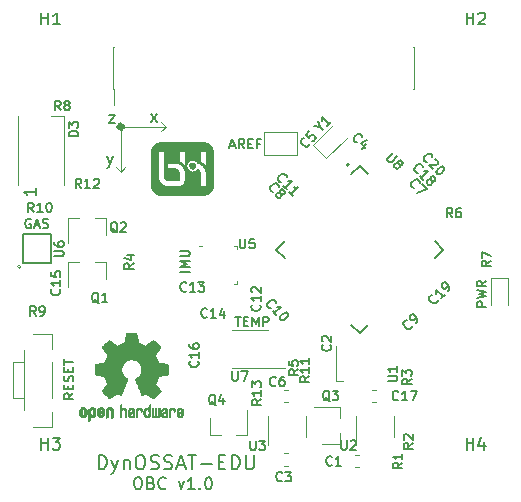
<source format=gbr>
G04 #@! TF.GenerationSoftware,KiCad,Pcbnew,(5.1.6)-1*
G04 #@! TF.CreationDate,2020-10-14T11:51:14+02:00*
G04 #@! TF.ProjectId,DynOSSAT-EDU-OBC,44796e4f-5353-4415-942d-4544552d4f42,rev?*
G04 #@! TF.SameCoordinates,Original*
G04 #@! TF.FileFunction,Legend,Top*
G04 #@! TF.FilePolarity,Positive*
%FSLAX46Y46*%
G04 Gerber Fmt 4.6, Leading zero omitted, Abs format (unit mm)*
G04 Created by KiCad (PCBNEW (5.1.6)-1) date 2020-10-14 11:51:14*
%MOMM*%
%LPD*%
G01*
G04 APERTURE LIST*
%ADD10C,0.150000*%
%ADD11C,0.500000*%
%ADD12C,0.120000*%
%ADD13C,0.200000*%
%ADD14C,0.010000*%
%ADD15C,0.100000*%
%ADD16C,0.127000*%
G04 APERTURE END LIST*
D10*
X124587161Y-76790533D02*
X124968114Y-76790533D01*
X124510971Y-77019104D02*
X124777638Y-76219104D01*
X125044304Y-77019104D01*
X125768114Y-77019104D02*
X125501447Y-76638152D01*
X125310971Y-77019104D02*
X125310971Y-76219104D01*
X125615733Y-76219104D01*
X125691923Y-76257200D01*
X125730019Y-76295295D01*
X125768114Y-76371485D01*
X125768114Y-76485771D01*
X125730019Y-76561961D01*
X125691923Y-76600057D01*
X125615733Y-76638152D01*
X125310971Y-76638152D01*
X126110971Y-76600057D02*
X126377638Y-76600057D01*
X126491923Y-77019104D02*
X126110971Y-77019104D01*
X126110971Y-76219104D01*
X126491923Y-76219104D01*
X127101447Y-76600057D02*
X126834780Y-76600057D01*
X126834780Y-77019104D02*
X126834780Y-76219104D01*
X127215733Y-76219104D01*
D11*
X115464106Y-75184000D02*
G75*
G03*
X115464106Y-75184000I-148106J0D01*
G01*
D10*
X114292095Y-74207714D02*
X114815904Y-74207714D01*
X114292095Y-74874380D01*
X114815904Y-74874380D01*
X114188904Y-77636714D02*
X114427000Y-78303380D01*
X114665095Y-77636714D02*
X114427000Y-78303380D01*
X114331761Y-78541476D01*
X114284142Y-78589095D01*
X114188904Y-78636714D01*
X117848095Y-74747380D02*
X118371904Y-74080714D01*
X117848095Y-74080714D02*
X118371904Y-74747380D01*
D12*
X115316000Y-78994000D02*
X114935000Y-78613000D01*
X115316000Y-78994000D02*
X115697000Y-78613000D01*
X119126000Y-75184000D02*
X118745000Y-75565000D01*
X119126000Y-75184000D02*
X118745000Y-74803000D01*
X115316000Y-78994000D02*
X115316000Y-75184000D01*
X115316000Y-75184000D02*
X119126000Y-75184000D01*
D10*
X107689714Y-82988200D02*
X107613523Y-82950104D01*
X107499238Y-82950104D01*
X107384952Y-82988200D01*
X107308761Y-83064390D01*
X107270666Y-83140580D01*
X107232571Y-83292961D01*
X107232571Y-83407247D01*
X107270666Y-83559628D01*
X107308761Y-83635819D01*
X107384952Y-83712009D01*
X107499238Y-83750104D01*
X107575428Y-83750104D01*
X107689714Y-83712009D01*
X107727809Y-83673914D01*
X107727809Y-83407247D01*
X107575428Y-83407247D01*
X108032571Y-83521533D02*
X108413523Y-83521533D01*
X107956380Y-83750104D02*
X108223047Y-82950104D01*
X108489714Y-83750104D01*
X108718285Y-83712009D02*
X108832571Y-83750104D01*
X109023047Y-83750104D01*
X109099238Y-83712009D01*
X109137333Y-83673914D01*
X109175428Y-83597723D01*
X109175428Y-83521533D01*
X109137333Y-83445342D01*
X109099238Y-83407247D01*
X109023047Y-83369152D01*
X108870666Y-83331057D01*
X108794476Y-83292961D01*
X108756380Y-83254866D01*
X108718285Y-83178676D01*
X108718285Y-83102485D01*
X108756380Y-83026295D01*
X108794476Y-82988200D01*
X108870666Y-82950104D01*
X109061142Y-82950104D01*
X109175428Y-82988200D01*
X121164304Y-87439390D02*
X120364304Y-87439390D01*
X121164304Y-87058438D02*
X120364304Y-87058438D01*
X120935733Y-86791771D01*
X120364304Y-86525104D01*
X121164304Y-86525104D01*
X120364304Y-86144152D02*
X121011923Y-86144152D01*
X121088114Y-86106057D01*
X121126209Y-86067961D01*
X121164304Y-85991771D01*
X121164304Y-85839390D01*
X121126209Y-85763200D01*
X121088114Y-85725104D01*
X121011923Y-85687009D01*
X120364304Y-85687009D01*
X125018980Y-91281304D02*
X125476123Y-91281304D01*
X125247552Y-92081304D02*
X125247552Y-91281304D01*
X125742790Y-91662257D02*
X126009457Y-91662257D01*
X126123742Y-92081304D02*
X125742790Y-92081304D01*
X125742790Y-91281304D01*
X126123742Y-91281304D01*
X126466600Y-92081304D02*
X126466600Y-91281304D01*
X126733266Y-91852733D01*
X126999933Y-91281304D01*
X126999933Y-92081304D01*
X127380885Y-92081304D02*
X127380885Y-91281304D01*
X127685647Y-91281304D01*
X127761838Y-91319400D01*
X127799933Y-91357495D01*
X127838028Y-91433685D01*
X127838028Y-91547971D01*
X127799933Y-91624161D01*
X127761838Y-91662257D01*
X127685647Y-91700352D01*
X127380885Y-91700352D01*
X146259504Y-90398466D02*
X145459504Y-90398466D01*
X145459504Y-90093704D01*
X145497600Y-90017514D01*
X145535695Y-89979419D01*
X145611885Y-89941323D01*
X145726171Y-89941323D01*
X145802361Y-89979419D01*
X145840457Y-90017514D01*
X145878552Y-90093704D01*
X145878552Y-90398466D01*
X145459504Y-89674657D02*
X146259504Y-89484180D01*
X145688076Y-89331800D01*
X146259504Y-89179419D01*
X145459504Y-88988942D01*
X146259504Y-88227038D02*
X145878552Y-88493704D01*
X146259504Y-88684180D02*
X145459504Y-88684180D01*
X145459504Y-88379419D01*
X145497600Y-88303228D01*
X145535695Y-88265133D01*
X145611885Y-88227038D01*
X145726171Y-88227038D01*
X145802361Y-88265133D01*
X145840457Y-88303228D01*
X145878552Y-88379419D01*
X145878552Y-88684180D01*
X111309104Y-97758104D02*
X110928152Y-98024771D01*
X111309104Y-98215247D02*
X110509104Y-98215247D01*
X110509104Y-97910485D01*
X110547200Y-97834295D01*
X110585295Y-97796200D01*
X110661485Y-97758104D01*
X110775771Y-97758104D01*
X110851961Y-97796200D01*
X110890057Y-97834295D01*
X110928152Y-97910485D01*
X110928152Y-98215247D01*
X110890057Y-97415247D02*
X110890057Y-97148580D01*
X111309104Y-97034295D02*
X111309104Y-97415247D01*
X110509104Y-97415247D01*
X110509104Y-97034295D01*
X111271009Y-96729533D02*
X111309104Y-96615247D01*
X111309104Y-96424771D01*
X111271009Y-96348580D01*
X111232914Y-96310485D01*
X111156723Y-96272390D01*
X111080533Y-96272390D01*
X111004342Y-96310485D01*
X110966247Y-96348580D01*
X110928152Y-96424771D01*
X110890057Y-96577152D01*
X110851961Y-96653342D01*
X110813866Y-96691438D01*
X110737676Y-96729533D01*
X110661485Y-96729533D01*
X110585295Y-96691438D01*
X110547200Y-96653342D01*
X110509104Y-96577152D01*
X110509104Y-96386676D01*
X110547200Y-96272390D01*
X110890057Y-95929533D02*
X110890057Y-95662866D01*
X111309104Y-95548580D02*
X111309104Y-95929533D01*
X110509104Y-95929533D01*
X110509104Y-95548580D01*
X110509104Y-95320009D02*
X110509104Y-94862866D01*
X111309104Y-95091438D02*
X110509104Y-95091438D01*
X116687980Y-104862380D02*
X116878457Y-104862380D01*
X116973695Y-104910000D01*
X117068933Y-105005238D01*
X117116552Y-105195714D01*
X117116552Y-105529047D01*
X117068933Y-105719523D01*
X116973695Y-105814761D01*
X116878457Y-105862380D01*
X116687980Y-105862380D01*
X116592742Y-105814761D01*
X116497504Y-105719523D01*
X116449885Y-105529047D01*
X116449885Y-105195714D01*
X116497504Y-105005238D01*
X116592742Y-104910000D01*
X116687980Y-104862380D01*
X117878457Y-105338571D02*
X118021314Y-105386190D01*
X118068933Y-105433809D01*
X118116552Y-105529047D01*
X118116552Y-105671904D01*
X118068933Y-105767142D01*
X118021314Y-105814761D01*
X117926076Y-105862380D01*
X117545123Y-105862380D01*
X117545123Y-104862380D01*
X117878457Y-104862380D01*
X117973695Y-104910000D01*
X118021314Y-104957619D01*
X118068933Y-105052857D01*
X118068933Y-105148095D01*
X118021314Y-105243333D01*
X117973695Y-105290952D01*
X117878457Y-105338571D01*
X117545123Y-105338571D01*
X119116552Y-105767142D02*
X119068933Y-105814761D01*
X118926076Y-105862380D01*
X118830838Y-105862380D01*
X118687980Y-105814761D01*
X118592742Y-105719523D01*
X118545123Y-105624285D01*
X118497504Y-105433809D01*
X118497504Y-105290952D01*
X118545123Y-105100476D01*
X118592742Y-105005238D01*
X118687980Y-104910000D01*
X118830838Y-104862380D01*
X118926076Y-104862380D01*
X119068933Y-104910000D01*
X119116552Y-104957619D01*
X120211790Y-105195714D02*
X120449885Y-105862380D01*
X120687980Y-105195714D01*
X121592742Y-105862380D02*
X121021314Y-105862380D01*
X121307028Y-105862380D02*
X121307028Y-104862380D01*
X121211790Y-105005238D01*
X121116552Y-105100476D01*
X121021314Y-105148095D01*
X122021314Y-105767142D02*
X122068933Y-105814761D01*
X122021314Y-105862380D01*
X121973695Y-105814761D01*
X122021314Y-105767142D01*
X122021314Y-105862380D01*
X122687980Y-104862380D02*
X122783219Y-104862380D01*
X122878457Y-104910000D01*
X122926076Y-104957619D01*
X122973695Y-105052857D01*
X123021314Y-105243333D01*
X123021314Y-105481428D01*
X122973695Y-105671904D01*
X122926076Y-105767142D01*
X122878457Y-105814761D01*
X122783219Y-105862380D01*
X122687980Y-105862380D01*
X122592742Y-105814761D01*
X122545123Y-105767142D01*
X122497504Y-105671904D01*
X122449885Y-105481428D01*
X122449885Y-105243333D01*
X122497504Y-105052857D01*
X122545123Y-104957619D01*
X122592742Y-104910000D01*
X122687980Y-104862380D01*
D13*
X113443571Y-104174857D02*
X113443571Y-102974857D01*
X113729285Y-102974857D01*
X113900714Y-103032000D01*
X114015000Y-103146285D01*
X114072142Y-103260571D01*
X114129285Y-103489142D01*
X114129285Y-103660571D01*
X114072142Y-103889142D01*
X114015000Y-104003428D01*
X113900714Y-104117714D01*
X113729285Y-104174857D01*
X113443571Y-104174857D01*
X114529285Y-103374857D02*
X114815000Y-104174857D01*
X115100714Y-103374857D02*
X114815000Y-104174857D01*
X114700714Y-104460571D01*
X114643571Y-104517714D01*
X114529285Y-104574857D01*
X115557857Y-103374857D02*
X115557857Y-104174857D01*
X115557857Y-103489142D02*
X115615000Y-103432000D01*
X115729285Y-103374857D01*
X115900714Y-103374857D01*
X116015000Y-103432000D01*
X116072142Y-103546285D01*
X116072142Y-104174857D01*
X116872142Y-102974857D02*
X117100714Y-102974857D01*
X117215000Y-103032000D01*
X117329285Y-103146285D01*
X117386428Y-103374857D01*
X117386428Y-103774857D01*
X117329285Y-104003428D01*
X117215000Y-104117714D01*
X117100714Y-104174857D01*
X116872142Y-104174857D01*
X116757857Y-104117714D01*
X116643571Y-104003428D01*
X116586428Y-103774857D01*
X116586428Y-103374857D01*
X116643571Y-103146285D01*
X116757857Y-103032000D01*
X116872142Y-102974857D01*
X117843571Y-104117714D02*
X118015000Y-104174857D01*
X118300714Y-104174857D01*
X118415000Y-104117714D01*
X118472142Y-104060571D01*
X118529285Y-103946285D01*
X118529285Y-103832000D01*
X118472142Y-103717714D01*
X118415000Y-103660571D01*
X118300714Y-103603428D01*
X118072142Y-103546285D01*
X117957857Y-103489142D01*
X117900714Y-103432000D01*
X117843571Y-103317714D01*
X117843571Y-103203428D01*
X117900714Y-103089142D01*
X117957857Y-103032000D01*
X118072142Y-102974857D01*
X118357857Y-102974857D01*
X118529285Y-103032000D01*
X118986428Y-104117714D02*
X119157857Y-104174857D01*
X119443571Y-104174857D01*
X119557857Y-104117714D01*
X119615000Y-104060571D01*
X119672142Y-103946285D01*
X119672142Y-103832000D01*
X119615000Y-103717714D01*
X119557857Y-103660571D01*
X119443571Y-103603428D01*
X119215000Y-103546285D01*
X119100714Y-103489142D01*
X119043571Y-103432000D01*
X118986428Y-103317714D01*
X118986428Y-103203428D01*
X119043571Y-103089142D01*
X119100714Y-103032000D01*
X119215000Y-102974857D01*
X119500714Y-102974857D01*
X119672142Y-103032000D01*
X120129285Y-103832000D02*
X120700714Y-103832000D01*
X120015000Y-104174857D02*
X120415000Y-102974857D01*
X120815000Y-104174857D01*
X121043571Y-102974857D02*
X121729285Y-102974857D01*
X121386428Y-104174857D02*
X121386428Y-102974857D01*
X122129285Y-103717714D02*
X123043571Y-103717714D01*
X123615000Y-103546285D02*
X124015000Y-103546285D01*
X124186428Y-104174857D02*
X123615000Y-104174857D01*
X123615000Y-102974857D01*
X124186428Y-102974857D01*
X124700714Y-104174857D02*
X124700714Y-102974857D01*
X124986428Y-102974857D01*
X125157857Y-103032000D01*
X125272142Y-103146285D01*
X125329285Y-103260571D01*
X125386428Y-103489142D01*
X125386428Y-103660571D01*
X125329285Y-103889142D01*
X125272142Y-104003428D01*
X125157857Y-104117714D01*
X124986428Y-104174857D01*
X124700714Y-104174857D01*
X125900714Y-102974857D02*
X125900714Y-103946285D01*
X125957857Y-104060571D01*
X126015000Y-104117714D01*
X126129285Y-104174857D01*
X126357857Y-104174857D01*
X126472142Y-104117714D01*
X126529285Y-104060571D01*
X126586428Y-103946285D01*
X126586428Y-102974857D01*
D14*
G36*
X116344878Y-92629976D02*
G01*
X116450612Y-92630555D01*
X116527132Y-92632122D01*
X116579372Y-92635172D01*
X116612263Y-92640196D01*
X116630737Y-92647689D01*
X116639727Y-92658144D01*
X116644163Y-92672053D01*
X116644594Y-92673854D01*
X116651333Y-92706345D01*
X116663808Y-92770452D01*
X116680719Y-92859351D01*
X116700771Y-92966219D01*
X116722664Y-93084233D01*
X116723429Y-93088378D01*
X116745359Y-93204031D01*
X116765877Y-93306214D01*
X116783659Y-93388798D01*
X116797381Y-93445656D01*
X116805718Y-93470658D01*
X116806116Y-93471101D01*
X116830677Y-93483310D01*
X116881315Y-93503656D01*
X116947095Y-93527745D01*
X116947461Y-93527874D01*
X117030317Y-93559018D01*
X117128000Y-93598691D01*
X117220077Y-93638581D01*
X117224434Y-93640553D01*
X117374407Y-93708620D01*
X117706498Y-93481839D01*
X117808374Y-93412704D01*
X117900657Y-93350897D01*
X117978003Y-93299933D01*
X118035064Y-93263327D01*
X118066495Y-93244594D01*
X118069479Y-93243204D01*
X118092321Y-93249390D01*
X118134982Y-93279235D01*
X118199128Y-93334147D01*
X118286421Y-93415534D01*
X118375535Y-93502122D01*
X118461441Y-93587447D01*
X118538327Y-93665308D01*
X118601564Y-93730897D01*
X118646523Y-93779405D01*
X118668576Y-93806025D01*
X118669396Y-93807395D01*
X118671834Y-93825663D01*
X118662650Y-93855495D01*
X118639574Y-93900921D01*
X118600337Y-93965970D01*
X118542670Y-94054670D01*
X118465795Y-94168857D01*
X118397570Y-94269362D01*
X118336582Y-94359503D01*
X118286356Y-94434049D01*
X118250416Y-94487765D01*
X118232287Y-94515418D01*
X118231146Y-94517295D01*
X118233359Y-94543790D01*
X118250138Y-94595286D01*
X118278142Y-94662051D01*
X118288122Y-94683372D01*
X118331672Y-94778359D01*
X118378134Y-94886137D01*
X118415877Y-94979392D01*
X118443073Y-95048606D01*
X118464675Y-95101206D01*
X118477158Y-95128697D01*
X118478709Y-95130816D01*
X118501668Y-95134324D01*
X118555786Y-95143938D01*
X118633868Y-95158289D01*
X118728719Y-95176007D01*
X118833143Y-95195725D01*
X118939944Y-95216074D01*
X119041926Y-95235686D01*
X119131894Y-95253191D01*
X119202653Y-95267222D01*
X119247006Y-95276409D01*
X119257885Y-95279007D01*
X119269122Y-95285418D01*
X119277605Y-95299897D01*
X119283714Y-95327333D01*
X119287832Y-95372611D01*
X119290341Y-95440620D01*
X119291621Y-95536247D01*
X119292054Y-95664380D01*
X119292077Y-95716901D01*
X119292077Y-96144045D01*
X119189500Y-96164291D01*
X119132431Y-96175270D01*
X119047269Y-96191295D01*
X118944372Y-96210433D01*
X118834096Y-96230751D01*
X118803615Y-96236332D01*
X118701855Y-96256117D01*
X118613205Y-96275573D01*
X118545108Y-96292897D01*
X118505004Y-96306288D01*
X118498323Y-96310279D01*
X118481919Y-96338542D01*
X118458399Y-96393309D01*
X118432316Y-96463788D01*
X118427142Y-96478969D01*
X118392956Y-96573096D01*
X118350523Y-96679301D01*
X118308997Y-96774673D01*
X118308792Y-96775116D01*
X118239640Y-96924725D01*
X118694512Y-97593817D01*
X118402500Y-97886316D01*
X118314180Y-97973370D01*
X118233625Y-98050109D01*
X118165360Y-98112437D01*
X118113908Y-98156256D01*
X118083794Y-98177470D01*
X118079474Y-98178816D01*
X118054111Y-98168216D01*
X118002358Y-98138747D01*
X117929868Y-98093905D01*
X117842294Y-98037184D01*
X117747612Y-97973662D01*
X117651516Y-97908868D01*
X117565837Y-97852487D01*
X117496016Y-97807988D01*
X117447494Y-97778839D01*
X117425782Y-97768508D01*
X117399293Y-97777250D01*
X117349062Y-97800287D01*
X117285451Y-97832831D01*
X117278708Y-97836449D01*
X117193046Y-97879410D01*
X117134306Y-97900479D01*
X117097772Y-97900703D01*
X117078731Y-97881128D01*
X117078620Y-97880854D01*
X117069102Y-97857672D01*
X117046403Y-97802641D01*
X117012282Y-97720022D01*
X116968500Y-97614072D01*
X116916816Y-97489052D01*
X116858992Y-97349220D01*
X116802991Y-97213837D01*
X116741447Y-97064434D01*
X116684939Y-96926032D01*
X116635161Y-96802873D01*
X116593806Y-96699202D01*
X116562568Y-96619259D01*
X116543141Y-96567288D01*
X116537154Y-96547892D01*
X116552168Y-96525643D01*
X116591439Y-96490182D01*
X116643807Y-96451087D01*
X116792941Y-96327445D01*
X116909511Y-96185722D01*
X116992118Y-96028904D01*
X117039366Y-95859975D01*
X117049857Y-95681922D01*
X117042231Y-95599739D01*
X117000682Y-95429231D01*
X116929123Y-95278659D01*
X116831995Y-95149509D01*
X116713734Y-95043264D01*
X116578780Y-94961410D01*
X116431571Y-94905432D01*
X116276544Y-94876815D01*
X116118139Y-94877044D01*
X115960794Y-94907605D01*
X115808946Y-94969982D01*
X115667035Y-95065660D01*
X115607803Y-95119772D01*
X115494203Y-95258720D01*
X115415106Y-95410561D01*
X115369986Y-95570867D01*
X115358316Y-95735212D01*
X115379569Y-95899171D01*
X115433220Y-96058318D01*
X115518740Y-96208225D01*
X115635605Y-96344467D01*
X115766193Y-96451087D01*
X115820588Y-96491842D01*
X115859014Y-96526918D01*
X115872846Y-96547926D01*
X115865603Y-96570835D01*
X115845005Y-96625565D01*
X115812746Y-96707872D01*
X115770521Y-96813515D01*
X115720023Y-96938250D01*
X115662948Y-97077836D01*
X115606854Y-97213870D01*
X115544967Y-97363401D01*
X115487644Y-97501967D01*
X115436644Y-97625307D01*
X115393727Y-97729164D01*
X115360653Y-97809280D01*
X115339181Y-97861395D01*
X115331225Y-97880854D01*
X115312429Y-97900623D01*
X115276074Y-97900565D01*
X115217479Y-97879641D01*
X115131968Y-97836813D01*
X115131292Y-97836449D01*
X115066907Y-97803212D01*
X115014861Y-97779002D01*
X114985512Y-97768604D01*
X114984217Y-97768508D01*
X114962124Y-97779055D01*
X114913348Y-97808384D01*
X114843331Y-97853027D01*
X114757514Y-97909514D01*
X114662388Y-97973662D01*
X114565540Y-98038611D01*
X114478253Y-98095096D01*
X114406181Y-98139621D01*
X114354977Y-98168690D01*
X114330526Y-98178816D01*
X114308010Y-98165507D01*
X114262742Y-98128312D01*
X114199244Y-98071328D01*
X114122039Y-97998649D01*
X114035651Y-97914371D01*
X114007399Y-97886216D01*
X113715287Y-97593616D01*
X113937631Y-97267304D01*
X114005202Y-97167097D01*
X114064507Y-97077163D01*
X114112217Y-97002710D01*
X114145007Y-96948951D01*
X114159548Y-96921094D01*
X114159974Y-96919112D01*
X114152308Y-96892855D01*
X114131689Y-96840037D01*
X114101685Y-96769510D01*
X114080625Y-96722293D01*
X114041248Y-96631894D01*
X114004165Y-96540566D01*
X113975415Y-96463400D01*
X113967605Y-96439892D01*
X113945417Y-96377116D01*
X113923727Y-96328611D01*
X113911813Y-96310279D01*
X113885523Y-96299059D01*
X113828142Y-96283154D01*
X113747118Y-96264367D01*
X113649895Y-96244499D01*
X113606385Y-96236332D01*
X113495896Y-96216029D01*
X113389916Y-96196370D01*
X113298801Y-96179288D01*
X113232908Y-96166718D01*
X113220500Y-96164291D01*
X113117923Y-96144045D01*
X113117923Y-95716901D01*
X113118153Y-95576446D01*
X113119099Y-95470179D01*
X113121141Y-95393213D01*
X113124662Y-95340660D01*
X113130043Y-95307633D01*
X113137666Y-95289245D01*
X113147912Y-95280608D01*
X113152115Y-95279007D01*
X113177470Y-95273327D01*
X113233484Y-95261995D01*
X113312964Y-95246379D01*
X113408712Y-95227847D01*
X113513533Y-95207769D01*
X113620232Y-95187512D01*
X113721613Y-95168446D01*
X113810479Y-95151939D01*
X113879637Y-95139359D01*
X113921889Y-95132075D01*
X113931290Y-95130816D01*
X113939807Y-95113963D01*
X113958660Y-95069070D01*
X113984324Y-95004630D01*
X113994123Y-94979392D01*
X114033648Y-94881886D01*
X114080192Y-94774159D01*
X114121877Y-94683372D01*
X114152550Y-94613953D01*
X114172956Y-94556910D01*
X114179768Y-94521977D01*
X114178682Y-94517295D01*
X114164285Y-94495191D01*
X114131412Y-94446031D01*
X114083590Y-94375048D01*
X114024348Y-94287478D01*
X113957215Y-94188557D01*
X113943941Y-94169030D01*
X113866046Y-94053340D01*
X113808787Y-93965244D01*
X113769881Y-93900686D01*
X113747044Y-93855611D01*
X113737994Y-93825963D01*
X113740448Y-93807685D01*
X113740511Y-93807569D01*
X113759827Y-93783561D01*
X113802551Y-93737147D01*
X113864051Y-93673137D01*
X113939698Y-93596345D01*
X114024861Y-93511582D01*
X114034465Y-93502122D01*
X114141790Y-93398189D01*
X114224615Y-93321875D01*
X114284605Y-93271771D01*
X114323423Y-93246470D01*
X114340520Y-93243204D01*
X114365473Y-93257450D01*
X114417255Y-93290356D01*
X114490520Y-93338408D01*
X114579920Y-93398090D01*
X114680111Y-93465888D01*
X114703501Y-93481839D01*
X115035593Y-93708620D01*
X115185565Y-93640553D01*
X115276770Y-93600885D01*
X115374669Y-93560991D01*
X115458831Y-93529183D01*
X115462538Y-93527874D01*
X115528369Y-93503776D01*
X115579116Y-93483400D01*
X115603842Y-93471136D01*
X115603884Y-93471101D01*
X115611729Y-93448934D01*
X115625066Y-93394417D01*
X115642570Y-93313680D01*
X115662917Y-93212850D01*
X115684782Y-93098056D01*
X115686571Y-93088378D01*
X115708504Y-92970104D01*
X115728640Y-92862742D01*
X115745680Y-92773117D01*
X115758328Y-92708051D01*
X115765284Y-92674368D01*
X115765406Y-92673854D01*
X115769639Y-92659525D01*
X115777871Y-92648707D01*
X115795033Y-92640906D01*
X115826058Y-92635629D01*
X115875878Y-92632382D01*
X115949424Y-92630672D01*
X116051629Y-92630007D01*
X116187425Y-92629893D01*
X116205000Y-92629892D01*
X116344878Y-92629976D01*
G37*
X116344878Y-92629976D02*
X116450612Y-92630555D01*
X116527132Y-92632122D01*
X116579372Y-92635172D01*
X116612263Y-92640196D01*
X116630737Y-92647689D01*
X116639727Y-92658144D01*
X116644163Y-92672053D01*
X116644594Y-92673854D01*
X116651333Y-92706345D01*
X116663808Y-92770452D01*
X116680719Y-92859351D01*
X116700771Y-92966219D01*
X116722664Y-93084233D01*
X116723429Y-93088378D01*
X116745359Y-93204031D01*
X116765877Y-93306214D01*
X116783659Y-93388798D01*
X116797381Y-93445656D01*
X116805718Y-93470658D01*
X116806116Y-93471101D01*
X116830677Y-93483310D01*
X116881315Y-93503656D01*
X116947095Y-93527745D01*
X116947461Y-93527874D01*
X117030317Y-93559018D01*
X117128000Y-93598691D01*
X117220077Y-93638581D01*
X117224434Y-93640553D01*
X117374407Y-93708620D01*
X117706498Y-93481839D01*
X117808374Y-93412704D01*
X117900657Y-93350897D01*
X117978003Y-93299933D01*
X118035064Y-93263327D01*
X118066495Y-93244594D01*
X118069479Y-93243204D01*
X118092321Y-93249390D01*
X118134982Y-93279235D01*
X118199128Y-93334147D01*
X118286421Y-93415534D01*
X118375535Y-93502122D01*
X118461441Y-93587447D01*
X118538327Y-93665308D01*
X118601564Y-93730897D01*
X118646523Y-93779405D01*
X118668576Y-93806025D01*
X118669396Y-93807395D01*
X118671834Y-93825663D01*
X118662650Y-93855495D01*
X118639574Y-93900921D01*
X118600337Y-93965970D01*
X118542670Y-94054670D01*
X118465795Y-94168857D01*
X118397570Y-94269362D01*
X118336582Y-94359503D01*
X118286356Y-94434049D01*
X118250416Y-94487765D01*
X118232287Y-94515418D01*
X118231146Y-94517295D01*
X118233359Y-94543790D01*
X118250138Y-94595286D01*
X118278142Y-94662051D01*
X118288122Y-94683372D01*
X118331672Y-94778359D01*
X118378134Y-94886137D01*
X118415877Y-94979392D01*
X118443073Y-95048606D01*
X118464675Y-95101206D01*
X118477158Y-95128697D01*
X118478709Y-95130816D01*
X118501668Y-95134324D01*
X118555786Y-95143938D01*
X118633868Y-95158289D01*
X118728719Y-95176007D01*
X118833143Y-95195725D01*
X118939944Y-95216074D01*
X119041926Y-95235686D01*
X119131894Y-95253191D01*
X119202653Y-95267222D01*
X119247006Y-95276409D01*
X119257885Y-95279007D01*
X119269122Y-95285418D01*
X119277605Y-95299897D01*
X119283714Y-95327333D01*
X119287832Y-95372611D01*
X119290341Y-95440620D01*
X119291621Y-95536247D01*
X119292054Y-95664380D01*
X119292077Y-95716901D01*
X119292077Y-96144045D01*
X119189500Y-96164291D01*
X119132431Y-96175270D01*
X119047269Y-96191295D01*
X118944372Y-96210433D01*
X118834096Y-96230751D01*
X118803615Y-96236332D01*
X118701855Y-96256117D01*
X118613205Y-96275573D01*
X118545108Y-96292897D01*
X118505004Y-96306288D01*
X118498323Y-96310279D01*
X118481919Y-96338542D01*
X118458399Y-96393309D01*
X118432316Y-96463788D01*
X118427142Y-96478969D01*
X118392956Y-96573096D01*
X118350523Y-96679301D01*
X118308997Y-96774673D01*
X118308792Y-96775116D01*
X118239640Y-96924725D01*
X118694512Y-97593817D01*
X118402500Y-97886316D01*
X118314180Y-97973370D01*
X118233625Y-98050109D01*
X118165360Y-98112437D01*
X118113908Y-98156256D01*
X118083794Y-98177470D01*
X118079474Y-98178816D01*
X118054111Y-98168216D01*
X118002358Y-98138747D01*
X117929868Y-98093905D01*
X117842294Y-98037184D01*
X117747612Y-97973662D01*
X117651516Y-97908868D01*
X117565837Y-97852487D01*
X117496016Y-97807988D01*
X117447494Y-97778839D01*
X117425782Y-97768508D01*
X117399293Y-97777250D01*
X117349062Y-97800287D01*
X117285451Y-97832831D01*
X117278708Y-97836449D01*
X117193046Y-97879410D01*
X117134306Y-97900479D01*
X117097772Y-97900703D01*
X117078731Y-97881128D01*
X117078620Y-97880854D01*
X117069102Y-97857672D01*
X117046403Y-97802641D01*
X117012282Y-97720022D01*
X116968500Y-97614072D01*
X116916816Y-97489052D01*
X116858992Y-97349220D01*
X116802991Y-97213837D01*
X116741447Y-97064434D01*
X116684939Y-96926032D01*
X116635161Y-96802873D01*
X116593806Y-96699202D01*
X116562568Y-96619259D01*
X116543141Y-96567288D01*
X116537154Y-96547892D01*
X116552168Y-96525643D01*
X116591439Y-96490182D01*
X116643807Y-96451087D01*
X116792941Y-96327445D01*
X116909511Y-96185722D01*
X116992118Y-96028904D01*
X117039366Y-95859975D01*
X117049857Y-95681922D01*
X117042231Y-95599739D01*
X117000682Y-95429231D01*
X116929123Y-95278659D01*
X116831995Y-95149509D01*
X116713734Y-95043264D01*
X116578780Y-94961410D01*
X116431571Y-94905432D01*
X116276544Y-94876815D01*
X116118139Y-94877044D01*
X115960794Y-94907605D01*
X115808946Y-94969982D01*
X115667035Y-95065660D01*
X115607803Y-95119772D01*
X115494203Y-95258720D01*
X115415106Y-95410561D01*
X115369986Y-95570867D01*
X115358316Y-95735212D01*
X115379569Y-95899171D01*
X115433220Y-96058318D01*
X115518740Y-96208225D01*
X115635605Y-96344467D01*
X115766193Y-96451087D01*
X115820588Y-96491842D01*
X115859014Y-96526918D01*
X115872846Y-96547926D01*
X115865603Y-96570835D01*
X115845005Y-96625565D01*
X115812746Y-96707872D01*
X115770521Y-96813515D01*
X115720023Y-96938250D01*
X115662948Y-97077836D01*
X115606854Y-97213870D01*
X115544967Y-97363401D01*
X115487644Y-97501967D01*
X115436644Y-97625307D01*
X115393727Y-97729164D01*
X115360653Y-97809280D01*
X115339181Y-97861395D01*
X115331225Y-97880854D01*
X115312429Y-97900623D01*
X115276074Y-97900565D01*
X115217479Y-97879641D01*
X115131968Y-97836813D01*
X115131292Y-97836449D01*
X115066907Y-97803212D01*
X115014861Y-97779002D01*
X114985512Y-97768604D01*
X114984217Y-97768508D01*
X114962124Y-97779055D01*
X114913348Y-97808384D01*
X114843331Y-97853027D01*
X114757514Y-97909514D01*
X114662388Y-97973662D01*
X114565540Y-98038611D01*
X114478253Y-98095096D01*
X114406181Y-98139621D01*
X114354977Y-98168690D01*
X114330526Y-98178816D01*
X114308010Y-98165507D01*
X114262742Y-98128312D01*
X114199244Y-98071328D01*
X114122039Y-97998649D01*
X114035651Y-97914371D01*
X114007399Y-97886216D01*
X113715287Y-97593616D01*
X113937631Y-97267304D01*
X114005202Y-97167097D01*
X114064507Y-97077163D01*
X114112217Y-97002710D01*
X114145007Y-96948951D01*
X114159548Y-96921094D01*
X114159974Y-96919112D01*
X114152308Y-96892855D01*
X114131689Y-96840037D01*
X114101685Y-96769510D01*
X114080625Y-96722293D01*
X114041248Y-96631894D01*
X114004165Y-96540566D01*
X113975415Y-96463400D01*
X113967605Y-96439892D01*
X113945417Y-96377116D01*
X113923727Y-96328611D01*
X113911813Y-96310279D01*
X113885523Y-96299059D01*
X113828142Y-96283154D01*
X113747118Y-96264367D01*
X113649895Y-96244499D01*
X113606385Y-96236332D01*
X113495896Y-96216029D01*
X113389916Y-96196370D01*
X113298801Y-96179288D01*
X113232908Y-96166718D01*
X113220500Y-96164291D01*
X113117923Y-96144045D01*
X113117923Y-95716901D01*
X113118153Y-95576446D01*
X113119099Y-95470179D01*
X113121141Y-95393213D01*
X113124662Y-95340660D01*
X113130043Y-95307633D01*
X113137666Y-95289245D01*
X113147912Y-95280608D01*
X113152115Y-95279007D01*
X113177470Y-95273327D01*
X113233484Y-95261995D01*
X113312964Y-95246379D01*
X113408712Y-95227847D01*
X113513533Y-95207769D01*
X113620232Y-95187512D01*
X113721613Y-95168446D01*
X113810479Y-95151939D01*
X113879637Y-95139359D01*
X113921889Y-95132075D01*
X113931290Y-95130816D01*
X113939807Y-95113963D01*
X113958660Y-95069070D01*
X113984324Y-95004630D01*
X113994123Y-94979392D01*
X114033648Y-94881886D01*
X114080192Y-94774159D01*
X114121877Y-94683372D01*
X114152550Y-94613953D01*
X114172956Y-94556910D01*
X114179768Y-94521977D01*
X114178682Y-94517295D01*
X114164285Y-94495191D01*
X114131412Y-94446031D01*
X114083590Y-94375048D01*
X114024348Y-94287478D01*
X113957215Y-94188557D01*
X113943941Y-94169030D01*
X113866046Y-94053340D01*
X113808787Y-93965244D01*
X113769881Y-93900686D01*
X113747044Y-93855611D01*
X113737994Y-93825963D01*
X113740448Y-93807685D01*
X113740511Y-93807569D01*
X113759827Y-93783561D01*
X113802551Y-93737147D01*
X113864051Y-93673137D01*
X113939698Y-93596345D01*
X114024861Y-93511582D01*
X114034465Y-93502122D01*
X114141790Y-93398189D01*
X114224615Y-93321875D01*
X114284605Y-93271771D01*
X114323423Y-93246470D01*
X114340520Y-93243204D01*
X114365473Y-93257450D01*
X114417255Y-93290356D01*
X114490520Y-93338408D01*
X114579920Y-93398090D01*
X114680111Y-93465888D01*
X114703501Y-93481839D01*
X115035593Y-93708620D01*
X115185565Y-93640553D01*
X115276770Y-93600885D01*
X115374669Y-93560991D01*
X115458831Y-93529183D01*
X115462538Y-93527874D01*
X115528369Y-93503776D01*
X115579116Y-93483400D01*
X115603842Y-93471136D01*
X115603884Y-93471101D01*
X115611729Y-93448934D01*
X115625066Y-93394417D01*
X115642570Y-93313680D01*
X115662917Y-93212850D01*
X115684782Y-93098056D01*
X115686571Y-93088378D01*
X115708504Y-92970104D01*
X115728640Y-92862742D01*
X115745680Y-92773117D01*
X115758328Y-92708051D01*
X115765284Y-92674368D01*
X115765406Y-92673854D01*
X115769639Y-92659525D01*
X115777871Y-92648707D01*
X115795033Y-92640906D01*
X115826058Y-92635629D01*
X115875878Y-92632382D01*
X115949424Y-92630672D01*
X116051629Y-92630007D01*
X116187425Y-92629893D01*
X116205000Y-92629892D01*
X116344878Y-92629976D01*
G36*
X120450224Y-98990038D02*
G01*
X120527528Y-99040561D01*
X120564814Y-99085790D01*
X120594353Y-99167863D01*
X120596699Y-99232807D01*
X120591385Y-99319645D01*
X120391115Y-99407303D01*
X120293739Y-99452087D01*
X120230113Y-99488113D01*
X120197029Y-99519317D01*
X120191280Y-99549636D01*
X120209658Y-99583005D01*
X120229923Y-99605123D01*
X120288889Y-99640593D01*
X120353024Y-99643079D01*
X120411926Y-99615435D01*
X120455197Y-99560520D01*
X120462936Y-99541128D01*
X120500006Y-99480564D01*
X120542654Y-99454752D01*
X120601154Y-99432671D01*
X120601154Y-99516384D01*
X120595982Y-99573350D01*
X120575723Y-99621389D01*
X120533262Y-99676546D01*
X120526951Y-99683714D01*
X120479720Y-99732785D01*
X120439121Y-99759120D01*
X120388328Y-99771235D01*
X120346220Y-99775203D01*
X120270902Y-99776191D01*
X120217286Y-99763666D01*
X120183838Y-99745069D01*
X120131268Y-99704175D01*
X120094879Y-99659948D01*
X120071850Y-99604326D01*
X120059359Y-99529247D01*
X120054587Y-99426649D01*
X120054206Y-99374576D01*
X120055501Y-99312148D01*
X120173471Y-99312148D01*
X120174839Y-99345638D01*
X120178249Y-99351123D01*
X120200753Y-99343672D01*
X120249182Y-99323953D01*
X120313908Y-99295918D01*
X120327443Y-99289892D01*
X120409244Y-99248296D01*
X120454312Y-99211738D01*
X120464217Y-99177496D01*
X120440526Y-99142848D01*
X120420960Y-99127539D01*
X120350360Y-99096921D01*
X120284280Y-99101980D01*
X120228959Y-99139351D01*
X120190636Y-99205673D01*
X120178349Y-99258316D01*
X120173471Y-99312148D01*
X120055501Y-99312148D01*
X120056730Y-99252920D01*
X120066032Y-99162910D01*
X120084460Y-99097367D01*
X120114360Y-99049112D01*
X120158080Y-99010967D01*
X120177141Y-98998640D01*
X120263726Y-98966536D01*
X120358522Y-98964516D01*
X120450224Y-98990038D01*
G37*
X120450224Y-98990038D02*
X120527528Y-99040561D01*
X120564814Y-99085790D01*
X120594353Y-99167863D01*
X120596699Y-99232807D01*
X120591385Y-99319645D01*
X120391115Y-99407303D01*
X120293739Y-99452087D01*
X120230113Y-99488113D01*
X120197029Y-99519317D01*
X120191280Y-99549636D01*
X120209658Y-99583005D01*
X120229923Y-99605123D01*
X120288889Y-99640593D01*
X120353024Y-99643079D01*
X120411926Y-99615435D01*
X120455197Y-99560520D01*
X120462936Y-99541128D01*
X120500006Y-99480564D01*
X120542654Y-99454752D01*
X120601154Y-99432671D01*
X120601154Y-99516384D01*
X120595982Y-99573350D01*
X120575723Y-99621389D01*
X120533262Y-99676546D01*
X120526951Y-99683714D01*
X120479720Y-99732785D01*
X120439121Y-99759120D01*
X120388328Y-99771235D01*
X120346220Y-99775203D01*
X120270902Y-99776191D01*
X120217286Y-99763666D01*
X120183838Y-99745069D01*
X120131268Y-99704175D01*
X120094879Y-99659948D01*
X120071850Y-99604326D01*
X120059359Y-99529247D01*
X120054587Y-99426649D01*
X120054206Y-99374576D01*
X120055501Y-99312148D01*
X120173471Y-99312148D01*
X120174839Y-99345638D01*
X120178249Y-99351123D01*
X120200753Y-99343672D01*
X120249182Y-99323953D01*
X120313908Y-99295918D01*
X120327443Y-99289892D01*
X120409244Y-99248296D01*
X120454312Y-99211738D01*
X120464217Y-99177496D01*
X120440526Y-99142848D01*
X120420960Y-99127539D01*
X120350360Y-99096921D01*
X120284280Y-99101980D01*
X120228959Y-99139351D01*
X120190636Y-99205673D01*
X120178349Y-99258316D01*
X120173471Y-99312148D01*
X120055501Y-99312148D01*
X120056730Y-99252920D01*
X120066032Y-99162910D01*
X120084460Y-99097367D01*
X120114360Y-99049112D01*
X120158080Y-99010967D01*
X120177141Y-98998640D01*
X120263726Y-98966536D01*
X120358522Y-98964516D01*
X120450224Y-98990038D01*
G36*
X119775807Y-98978982D02*
G01*
X119799161Y-98989188D01*
X119854902Y-99033334D01*
X119902569Y-99097167D01*
X119932048Y-99165287D01*
X119936846Y-99198870D01*
X119920760Y-99245756D01*
X119885475Y-99270565D01*
X119847644Y-99285587D01*
X119830321Y-99288355D01*
X119821886Y-99268266D01*
X119805230Y-99224551D01*
X119797923Y-99204798D01*
X119756948Y-99136471D01*
X119697622Y-99102391D01*
X119621552Y-99103439D01*
X119615918Y-99104781D01*
X119575305Y-99124036D01*
X119545448Y-99161575D01*
X119525055Y-99222009D01*
X119512836Y-99309951D01*
X119507500Y-99430013D01*
X119507000Y-99493898D01*
X119506752Y-99594603D01*
X119505126Y-99663254D01*
X119500801Y-99706873D01*
X119492454Y-99732482D01*
X119478765Y-99747103D01*
X119458411Y-99757758D01*
X119457234Y-99758295D01*
X119418038Y-99774867D01*
X119398619Y-99780969D01*
X119395635Y-99762519D01*
X119393081Y-99711523D01*
X119391140Y-99634508D01*
X119389997Y-99538005D01*
X119389769Y-99467384D01*
X119390932Y-99330725D01*
X119395479Y-99227051D01*
X119404999Y-99150308D01*
X119421081Y-99094446D01*
X119445313Y-99053412D01*
X119479286Y-99021154D01*
X119512833Y-98998640D01*
X119593499Y-98968676D01*
X119687381Y-98961918D01*
X119775807Y-98978982D01*
G37*
X119775807Y-98978982D02*
X119799161Y-98989188D01*
X119854902Y-99033334D01*
X119902569Y-99097167D01*
X119932048Y-99165287D01*
X119936846Y-99198870D01*
X119920760Y-99245756D01*
X119885475Y-99270565D01*
X119847644Y-99285587D01*
X119830321Y-99288355D01*
X119821886Y-99268266D01*
X119805230Y-99224551D01*
X119797923Y-99204798D01*
X119756948Y-99136471D01*
X119697622Y-99102391D01*
X119621552Y-99103439D01*
X119615918Y-99104781D01*
X119575305Y-99124036D01*
X119545448Y-99161575D01*
X119525055Y-99222009D01*
X119512836Y-99309951D01*
X119507500Y-99430013D01*
X119507000Y-99493898D01*
X119506752Y-99594603D01*
X119505126Y-99663254D01*
X119500801Y-99706873D01*
X119492454Y-99732482D01*
X119478765Y-99747103D01*
X119458411Y-99757758D01*
X119457234Y-99758295D01*
X119418038Y-99774867D01*
X119398619Y-99780969D01*
X119395635Y-99762519D01*
X119393081Y-99711523D01*
X119391140Y-99634508D01*
X119389997Y-99538005D01*
X119389769Y-99467384D01*
X119390932Y-99330725D01*
X119395479Y-99227051D01*
X119404999Y-99150308D01*
X119421081Y-99094446D01*
X119445313Y-99053412D01*
X119479286Y-99021154D01*
X119512833Y-98998640D01*
X119593499Y-98968676D01*
X119687381Y-98961918D01*
X119775807Y-98978982D01*
G36*
X119092333Y-98975728D02*
G01*
X119148590Y-99001317D01*
X119192747Y-99032324D01*
X119225101Y-99066995D01*
X119247438Y-99111720D01*
X119261546Y-99172892D01*
X119269211Y-99256901D01*
X119272220Y-99370140D01*
X119272538Y-99444709D01*
X119272538Y-99735620D01*
X119222773Y-99758295D01*
X119183576Y-99774867D01*
X119164157Y-99780969D01*
X119160442Y-99762810D01*
X119157495Y-99713848D01*
X119155691Y-99642353D01*
X119155308Y-99585585D01*
X119153661Y-99503571D01*
X119149222Y-99438509D01*
X119142740Y-99398667D01*
X119137590Y-99390200D01*
X119102977Y-99398846D01*
X119048640Y-99421023D01*
X118985722Y-99451086D01*
X118925368Y-99483392D01*
X118878721Y-99512298D01*
X118856926Y-99532161D01*
X118856839Y-99532375D01*
X118858714Y-99569135D01*
X118875525Y-99604226D01*
X118905039Y-99632728D01*
X118948116Y-99642261D01*
X118984932Y-99641150D01*
X119037074Y-99640333D01*
X119064444Y-99652549D01*
X119080882Y-99684824D01*
X119082955Y-99690910D01*
X119090081Y-99736939D01*
X119071024Y-99764887D01*
X119021353Y-99778207D01*
X118967697Y-99780670D01*
X118871142Y-99762410D01*
X118821159Y-99736331D01*
X118759429Y-99675068D01*
X118726690Y-99599870D01*
X118723753Y-99520411D01*
X118751424Y-99446367D01*
X118793047Y-99399969D01*
X118834604Y-99373993D01*
X118899922Y-99341107D01*
X118976038Y-99307757D01*
X118988726Y-99302661D01*
X119072333Y-99265765D01*
X119120530Y-99233246D01*
X119136030Y-99200918D01*
X119121550Y-99164594D01*
X119096692Y-99136200D01*
X119037939Y-99101239D01*
X118973293Y-99098617D01*
X118914008Y-99125558D01*
X118871339Y-99179288D01*
X118865739Y-99193150D01*
X118833133Y-99244136D01*
X118785530Y-99281987D01*
X118725461Y-99313050D01*
X118725461Y-99224968D01*
X118728997Y-99171151D01*
X118744156Y-99128734D01*
X118777768Y-99083479D01*
X118810035Y-99048620D01*
X118860209Y-98999262D01*
X118899193Y-98972747D01*
X118941064Y-98962111D01*
X118988460Y-98960354D01*
X119092333Y-98975728D01*
G37*
X119092333Y-98975728D02*
X119148590Y-99001317D01*
X119192747Y-99032324D01*
X119225101Y-99066995D01*
X119247438Y-99111720D01*
X119261546Y-99172892D01*
X119269211Y-99256901D01*
X119272220Y-99370140D01*
X119272538Y-99444709D01*
X119272538Y-99735620D01*
X119222773Y-99758295D01*
X119183576Y-99774867D01*
X119164157Y-99780969D01*
X119160442Y-99762810D01*
X119157495Y-99713848D01*
X119155691Y-99642353D01*
X119155308Y-99585585D01*
X119153661Y-99503571D01*
X119149222Y-99438509D01*
X119142740Y-99398667D01*
X119137590Y-99390200D01*
X119102977Y-99398846D01*
X119048640Y-99421023D01*
X118985722Y-99451086D01*
X118925368Y-99483392D01*
X118878721Y-99512298D01*
X118856926Y-99532161D01*
X118856839Y-99532375D01*
X118858714Y-99569135D01*
X118875525Y-99604226D01*
X118905039Y-99632728D01*
X118948116Y-99642261D01*
X118984932Y-99641150D01*
X119037074Y-99640333D01*
X119064444Y-99652549D01*
X119080882Y-99684824D01*
X119082955Y-99690910D01*
X119090081Y-99736939D01*
X119071024Y-99764887D01*
X119021353Y-99778207D01*
X118967697Y-99780670D01*
X118871142Y-99762410D01*
X118821159Y-99736331D01*
X118759429Y-99675068D01*
X118726690Y-99599870D01*
X118723753Y-99520411D01*
X118751424Y-99446367D01*
X118793047Y-99399969D01*
X118834604Y-99373993D01*
X118899922Y-99341107D01*
X118976038Y-99307757D01*
X118988726Y-99302661D01*
X119072333Y-99265765D01*
X119120530Y-99233246D01*
X119136030Y-99200918D01*
X119121550Y-99164594D01*
X119096692Y-99136200D01*
X119037939Y-99101239D01*
X118973293Y-99098617D01*
X118914008Y-99125558D01*
X118871339Y-99179288D01*
X118865739Y-99193150D01*
X118833133Y-99244136D01*
X118785530Y-99281987D01*
X118725461Y-99313050D01*
X118725461Y-99224968D01*
X118728997Y-99171151D01*
X118744156Y-99128734D01*
X118777768Y-99083479D01*
X118810035Y-99048620D01*
X118860209Y-98999262D01*
X118899193Y-98972747D01*
X118941064Y-98962111D01*
X118988460Y-98960354D01*
X119092333Y-98975728D01*
G36*
X118600929Y-98978862D02*
G01*
X118603911Y-99030268D01*
X118606247Y-99108392D01*
X118607749Y-99207057D01*
X118608231Y-99310543D01*
X118608231Y-99660733D01*
X118546401Y-99722563D01*
X118503793Y-99760662D01*
X118466390Y-99776095D01*
X118415270Y-99775118D01*
X118394978Y-99772633D01*
X118331554Y-99765400D01*
X118279095Y-99761255D01*
X118266308Y-99760872D01*
X118223199Y-99763376D01*
X118161544Y-99769662D01*
X118137638Y-99772633D01*
X118078922Y-99777228D01*
X118039464Y-99767246D01*
X118000338Y-99736428D01*
X117986215Y-99722563D01*
X117924385Y-99660733D01*
X117924385Y-99005703D01*
X117974150Y-98983029D01*
X118017002Y-98966234D01*
X118042073Y-98960354D01*
X118048501Y-98978936D01*
X118054509Y-99030855D01*
X118059697Y-99110372D01*
X118063664Y-99211746D01*
X118065577Y-99297392D01*
X118070923Y-99634431D01*
X118117560Y-99641025D01*
X118159976Y-99636414D01*
X118180760Y-99621487D01*
X118186570Y-99593577D01*
X118191530Y-99534125D01*
X118195246Y-99450666D01*
X118197324Y-99350732D01*
X118197624Y-99299304D01*
X118197923Y-99003254D01*
X118259454Y-98981804D01*
X118303004Y-98967220D01*
X118326694Y-98960419D01*
X118327377Y-98960354D01*
X118329754Y-98978842D01*
X118332366Y-99030106D01*
X118334995Y-99107849D01*
X118337421Y-99205774D01*
X118339115Y-99297392D01*
X118344461Y-99634431D01*
X118461692Y-99634431D01*
X118467072Y-99326946D01*
X118472451Y-99019461D01*
X118529601Y-98989907D01*
X118571797Y-98969613D01*
X118596770Y-98960404D01*
X118597491Y-98960354D01*
X118600929Y-98978862D01*
G37*
X118600929Y-98978862D02*
X118603911Y-99030268D01*
X118606247Y-99108392D01*
X118607749Y-99207057D01*
X118608231Y-99310543D01*
X118608231Y-99660733D01*
X118546401Y-99722563D01*
X118503793Y-99760662D01*
X118466390Y-99776095D01*
X118415270Y-99775118D01*
X118394978Y-99772633D01*
X118331554Y-99765400D01*
X118279095Y-99761255D01*
X118266308Y-99760872D01*
X118223199Y-99763376D01*
X118161544Y-99769662D01*
X118137638Y-99772633D01*
X118078922Y-99777228D01*
X118039464Y-99767246D01*
X118000338Y-99736428D01*
X117986215Y-99722563D01*
X117924385Y-99660733D01*
X117924385Y-99005703D01*
X117974150Y-98983029D01*
X118017002Y-98966234D01*
X118042073Y-98960354D01*
X118048501Y-98978936D01*
X118054509Y-99030855D01*
X118059697Y-99110372D01*
X118063664Y-99211746D01*
X118065577Y-99297392D01*
X118070923Y-99634431D01*
X118117560Y-99641025D01*
X118159976Y-99636414D01*
X118180760Y-99621487D01*
X118186570Y-99593577D01*
X118191530Y-99534125D01*
X118195246Y-99450666D01*
X118197324Y-99350732D01*
X118197624Y-99299304D01*
X118197923Y-99003254D01*
X118259454Y-98981804D01*
X118303004Y-98967220D01*
X118326694Y-98960419D01*
X118327377Y-98960354D01*
X118329754Y-98978842D01*
X118332366Y-99030106D01*
X118334995Y-99107849D01*
X118337421Y-99205774D01*
X118339115Y-99297392D01*
X118344461Y-99634431D01*
X118461692Y-99634431D01*
X118467072Y-99326946D01*
X118472451Y-99019461D01*
X118529601Y-98989907D01*
X118571797Y-98969613D01*
X118596770Y-98960404D01*
X118597491Y-98960354D01*
X118600929Y-98978862D01*
G36*
X117807081Y-99122489D02*
G01*
X117806833Y-99268520D01*
X117805872Y-99380855D01*
X117803794Y-99464878D01*
X117800193Y-99525969D01*
X117794665Y-99569509D01*
X117786804Y-99600879D01*
X117776207Y-99625462D01*
X117768182Y-99639494D01*
X117701728Y-99715588D01*
X117617470Y-99763284D01*
X117524249Y-99780399D01*
X117430900Y-99764746D01*
X117375312Y-99736618D01*
X117316957Y-99687960D01*
X117277186Y-99628533D01*
X117253190Y-99550707D01*
X117242161Y-99446852D01*
X117240599Y-99370662D01*
X117240809Y-99365186D01*
X117377308Y-99365186D01*
X117378141Y-99452555D01*
X117381961Y-99510392D01*
X117390746Y-99548229D01*
X117406474Y-99575598D01*
X117425266Y-99596242D01*
X117488375Y-99636090D01*
X117556137Y-99639495D01*
X117620179Y-99606225D01*
X117625164Y-99601717D01*
X117646439Y-99578267D01*
X117659779Y-99550366D01*
X117667001Y-99508841D01*
X117669923Y-99444516D01*
X117670385Y-99373400D01*
X117669383Y-99284058D01*
X117665238Y-99224458D01*
X117656236Y-99185289D01*
X117640667Y-99157240D01*
X117627902Y-99142344D01*
X117568600Y-99104775D01*
X117500301Y-99100257D01*
X117435110Y-99128953D01*
X117422528Y-99139606D01*
X117401111Y-99163263D01*
X117387744Y-99191451D01*
X117380566Y-99233445D01*
X117377719Y-99298519D01*
X117377308Y-99365186D01*
X117240809Y-99365186D01*
X117245322Y-99247965D01*
X117261362Y-99155777D01*
X117291528Y-99086469D01*
X117338629Y-99032411D01*
X117375312Y-99004705D01*
X117441990Y-98974772D01*
X117519272Y-98960878D01*
X117591110Y-98964597D01*
X117631308Y-98979600D01*
X117647082Y-98983870D01*
X117657550Y-98967950D01*
X117664856Y-98925289D01*
X117670385Y-98860306D01*
X117676437Y-98787932D01*
X117684844Y-98744387D01*
X117700141Y-98719487D01*
X117726864Y-98703045D01*
X117743654Y-98695764D01*
X117807154Y-98669163D01*
X117807081Y-99122489D01*
G37*
X117807081Y-99122489D02*
X117806833Y-99268520D01*
X117805872Y-99380855D01*
X117803794Y-99464878D01*
X117800193Y-99525969D01*
X117794665Y-99569509D01*
X117786804Y-99600879D01*
X117776207Y-99625462D01*
X117768182Y-99639494D01*
X117701728Y-99715588D01*
X117617470Y-99763284D01*
X117524249Y-99780399D01*
X117430900Y-99764746D01*
X117375312Y-99736618D01*
X117316957Y-99687960D01*
X117277186Y-99628533D01*
X117253190Y-99550707D01*
X117242161Y-99446852D01*
X117240599Y-99370662D01*
X117240809Y-99365186D01*
X117377308Y-99365186D01*
X117378141Y-99452555D01*
X117381961Y-99510392D01*
X117390746Y-99548229D01*
X117406474Y-99575598D01*
X117425266Y-99596242D01*
X117488375Y-99636090D01*
X117556137Y-99639495D01*
X117620179Y-99606225D01*
X117625164Y-99601717D01*
X117646439Y-99578267D01*
X117659779Y-99550366D01*
X117667001Y-99508841D01*
X117669923Y-99444516D01*
X117670385Y-99373400D01*
X117669383Y-99284058D01*
X117665238Y-99224458D01*
X117656236Y-99185289D01*
X117640667Y-99157240D01*
X117627902Y-99142344D01*
X117568600Y-99104775D01*
X117500301Y-99100257D01*
X117435110Y-99128953D01*
X117422528Y-99139606D01*
X117401111Y-99163263D01*
X117387744Y-99191451D01*
X117380566Y-99233445D01*
X117377719Y-99298519D01*
X117377308Y-99365186D01*
X117240809Y-99365186D01*
X117245322Y-99247965D01*
X117261362Y-99155777D01*
X117291528Y-99086469D01*
X117338629Y-99032411D01*
X117375312Y-99004705D01*
X117441990Y-98974772D01*
X117519272Y-98960878D01*
X117591110Y-98964597D01*
X117631308Y-98979600D01*
X117647082Y-98983870D01*
X117657550Y-98967950D01*
X117664856Y-98925289D01*
X117670385Y-98860306D01*
X117676437Y-98787932D01*
X117684844Y-98744387D01*
X117700141Y-98719487D01*
X117726864Y-98703045D01*
X117743654Y-98695764D01*
X117807154Y-98669163D01*
X117807081Y-99122489D01*
G36*
X116918362Y-98966870D02*
G01*
X117007117Y-98999621D01*
X117079022Y-99057550D01*
X117107144Y-99098328D01*
X117137802Y-99173154D01*
X117137165Y-99227258D01*
X117104987Y-99263646D01*
X117093081Y-99269833D01*
X117041675Y-99289125D01*
X117015422Y-99284182D01*
X117006530Y-99251787D01*
X117006077Y-99233892D01*
X116989797Y-99168059D01*
X116947365Y-99122007D01*
X116888388Y-99099764D01*
X116822475Y-99105361D01*
X116768895Y-99134429D01*
X116750798Y-99151010D01*
X116737971Y-99171125D01*
X116729306Y-99201532D01*
X116723696Y-99248988D01*
X116720035Y-99320250D01*
X116717215Y-99422075D01*
X116716484Y-99454315D01*
X116713820Y-99564610D01*
X116710792Y-99642236D01*
X116706250Y-99693596D01*
X116699046Y-99725090D01*
X116688033Y-99743120D01*
X116672060Y-99754088D01*
X116661834Y-99758933D01*
X116618406Y-99775501D01*
X116592842Y-99780969D01*
X116584395Y-99762707D01*
X116579239Y-99707496D01*
X116577346Y-99614699D01*
X116578689Y-99483678D01*
X116579107Y-99463469D01*
X116582058Y-99343933D01*
X116585548Y-99256649D01*
X116590514Y-99194791D01*
X116597893Y-99151536D01*
X116608624Y-99120060D01*
X116623645Y-99093539D01*
X116631502Y-99082175D01*
X116676553Y-99031892D01*
X116726940Y-98992781D01*
X116733108Y-98989367D01*
X116823458Y-98962412D01*
X116918362Y-98966870D01*
G37*
X116918362Y-98966870D02*
X117007117Y-98999621D01*
X117079022Y-99057550D01*
X117107144Y-99098328D01*
X117137802Y-99173154D01*
X117137165Y-99227258D01*
X117104987Y-99263646D01*
X117093081Y-99269833D01*
X117041675Y-99289125D01*
X117015422Y-99284182D01*
X117006530Y-99251787D01*
X117006077Y-99233892D01*
X116989797Y-99168059D01*
X116947365Y-99122007D01*
X116888388Y-99099764D01*
X116822475Y-99105361D01*
X116768895Y-99134429D01*
X116750798Y-99151010D01*
X116737971Y-99171125D01*
X116729306Y-99201532D01*
X116723696Y-99248988D01*
X116720035Y-99320250D01*
X116717215Y-99422075D01*
X116716484Y-99454315D01*
X116713820Y-99564610D01*
X116710792Y-99642236D01*
X116706250Y-99693596D01*
X116699046Y-99725090D01*
X116688033Y-99743120D01*
X116672060Y-99754088D01*
X116661834Y-99758933D01*
X116618406Y-99775501D01*
X116592842Y-99780969D01*
X116584395Y-99762707D01*
X116579239Y-99707496D01*
X116577346Y-99614699D01*
X116578689Y-99483678D01*
X116579107Y-99463469D01*
X116582058Y-99343933D01*
X116585548Y-99256649D01*
X116590514Y-99194791D01*
X116597893Y-99151536D01*
X116608624Y-99120060D01*
X116623645Y-99093539D01*
X116631502Y-99082175D01*
X116676553Y-99031892D01*
X116726940Y-98992781D01*
X116733108Y-98989367D01*
X116823458Y-98962412D01*
X116918362Y-98966870D01*
G36*
X116258501Y-98968503D02*
G01*
X116335060Y-98996933D01*
X116335936Y-98997479D01*
X116383285Y-99032327D01*
X116418241Y-99073052D01*
X116442825Y-99126125D01*
X116459062Y-99198014D01*
X116468975Y-99295192D01*
X116474586Y-99424128D01*
X116475077Y-99442498D01*
X116482141Y-99719487D01*
X116422695Y-99750228D01*
X116379681Y-99771002D01*
X116353710Y-99780846D01*
X116352509Y-99780969D01*
X116348014Y-99762806D01*
X116344444Y-99713812D01*
X116342248Y-99642231D01*
X116341769Y-99584268D01*
X116341758Y-99490370D01*
X116337466Y-99431403D01*
X116322503Y-99403279D01*
X116290482Y-99401906D01*
X116235014Y-99423198D01*
X116151269Y-99462336D01*
X116089689Y-99494843D01*
X116058017Y-99523045D01*
X116048706Y-99553782D01*
X116048692Y-99555304D01*
X116064057Y-99608254D01*
X116109547Y-99636860D01*
X116179166Y-99641003D01*
X116229313Y-99640284D01*
X116255754Y-99654727D01*
X116272243Y-99689418D01*
X116281733Y-99733616D01*
X116268057Y-99758693D01*
X116262907Y-99762282D01*
X116214425Y-99776696D01*
X116146531Y-99778737D01*
X116076612Y-99769183D01*
X116027068Y-99751722D01*
X115958570Y-99693564D01*
X115919634Y-99612608D01*
X115911923Y-99549360D01*
X115917807Y-99492311D01*
X115939101Y-99445742D01*
X115981265Y-99404381D01*
X116049759Y-99362955D01*
X116150044Y-99316193D01*
X116156154Y-99313550D01*
X116246490Y-99271817D01*
X116302235Y-99237591D01*
X116326129Y-99206835D01*
X116320913Y-99175511D01*
X116289328Y-99139583D01*
X116279883Y-99131316D01*
X116216617Y-99099258D01*
X116151064Y-99100607D01*
X116093972Y-99132038D01*
X116056093Y-99190224D01*
X116052574Y-99201646D01*
X116018300Y-99257037D01*
X115974809Y-99283718D01*
X115911923Y-99310160D01*
X115911923Y-99241748D01*
X115931052Y-99142310D01*
X115987831Y-99051102D01*
X116017378Y-99020589D01*
X116084542Y-98981428D01*
X116169956Y-98963700D01*
X116258501Y-98968503D01*
G37*
X116258501Y-98968503D02*
X116335060Y-98996933D01*
X116335936Y-98997479D01*
X116383285Y-99032327D01*
X116418241Y-99073052D01*
X116442825Y-99126125D01*
X116459062Y-99198014D01*
X116468975Y-99295192D01*
X116474586Y-99424128D01*
X116475077Y-99442498D01*
X116482141Y-99719487D01*
X116422695Y-99750228D01*
X116379681Y-99771002D01*
X116353710Y-99780846D01*
X116352509Y-99780969D01*
X116348014Y-99762806D01*
X116344444Y-99713812D01*
X116342248Y-99642231D01*
X116341769Y-99584268D01*
X116341758Y-99490370D01*
X116337466Y-99431403D01*
X116322503Y-99403279D01*
X116290482Y-99401906D01*
X116235014Y-99423198D01*
X116151269Y-99462336D01*
X116089689Y-99494843D01*
X116058017Y-99523045D01*
X116048706Y-99553782D01*
X116048692Y-99555304D01*
X116064057Y-99608254D01*
X116109547Y-99636860D01*
X116179166Y-99641003D01*
X116229313Y-99640284D01*
X116255754Y-99654727D01*
X116272243Y-99689418D01*
X116281733Y-99733616D01*
X116268057Y-99758693D01*
X116262907Y-99762282D01*
X116214425Y-99776696D01*
X116146531Y-99778737D01*
X116076612Y-99769183D01*
X116027068Y-99751722D01*
X115958570Y-99693564D01*
X115919634Y-99612608D01*
X115911923Y-99549360D01*
X115917807Y-99492311D01*
X115939101Y-99445742D01*
X115981265Y-99404381D01*
X116049759Y-99362955D01*
X116150044Y-99316193D01*
X116156154Y-99313550D01*
X116246490Y-99271817D01*
X116302235Y-99237591D01*
X116326129Y-99206835D01*
X116320913Y-99175511D01*
X116289328Y-99139583D01*
X116279883Y-99131316D01*
X116216617Y-99099258D01*
X116151064Y-99100607D01*
X116093972Y-99132038D01*
X116056093Y-99190224D01*
X116052574Y-99201646D01*
X116018300Y-99257037D01*
X115974809Y-99283718D01*
X115911923Y-99310160D01*
X115911923Y-99241748D01*
X115931052Y-99142310D01*
X115987831Y-99051102D01*
X116017378Y-99020589D01*
X116084542Y-98981428D01*
X116169956Y-98963700D01*
X116258501Y-98968503D01*
G36*
X115364846Y-98834320D02*
G01*
X115370572Y-98914180D01*
X115377149Y-98961239D01*
X115386262Y-98981766D01*
X115399598Y-98982029D01*
X115403923Y-98979578D01*
X115461444Y-98961836D01*
X115536268Y-98962872D01*
X115612339Y-98981110D01*
X115659918Y-99004705D01*
X115708702Y-99042398D01*
X115744364Y-99085055D01*
X115768845Y-99139257D01*
X115784087Y-99211584D01*
X115792030Y-99308619D01*
X115794616Y-99436942D01*
X115794662Y-99461558D01*
X115794692Y-99738070D01*
X115733161Y-99759520D01*
X115689459Y-99774112D01*
X115665482Y-99780906D01*
X115664777Y-99780969D01*
X115662415Y-99762545D01*
X115660406Y-99711726D01*
X115658901Y-99635193D01*
X115658053Y-99539630D01*
X115657923Y-99481529D01*
X115657651Y-99366971D01*
X115656252Y-99284867D01*
X115652849Y-99228593D01*
X115646567Y-99191526D01*
X115636529Y-99167044D01*
X115621861Y-99148525D01*
X115612702Y-99139606D01*
X115549789Y-99103666D01*
X115481136Y-99100975D01*
X115418848Y-99131370D01*
X115407329Y-99142344D01*
X115390433Y-99162979D01*
X115378714Y-99187456D01*
X115371233Y-99222847D01*
X115367054Y-99276226D01*
X115365237Y-99354666D01*
X115364846Y-99462817D01*
X115364846Y-99738070D01*
X115303315Y-99759520D01*
X115259613Y-99774112D01*
X115235636Y-99780906D01*
X115234930Y-99780969D01*
X115233126Y-99762269D01*
X115231500Y-99709522D01*
X115230117Y-99627757D01*
X115229042Y-99522005D01*
X115228340Y-99397294D01*
X115228077Y-99258655D01*
X115228077Y-98724006D01*
X115355077Y-98670436D01*
X115364846Y-98834320D01*
G37*
X115364846Y-98834320D02*
X115370572Y-98914180D01*
X115377149Y-98961239D01*
X115386262Y-98981766D01*
X115399598Y-98982029D01*
X115403923Y-98979578D01*
X115461444Y-98961836D01*
X115536268Y-98962872D01*
X115612339Y-98981110D01*
X115659918Y-99004705D01*
X115708702Y-99042398D01*
X115744364Y-99085055D01*
X115768845Y-99139257D01*
X115784087Y-99211584D01*
X115792030Y-99308619D01*
X115794616Y-99436942D01*
X115794662Y-99461558D01*
X115794692Y-99738070D01*
X115733161Y-99759520D01*
X115689459Y-99774112D01*
X115665482Y-99780906D01*
X115664777Y-99780969D01*
X115662415Y-99762545D01*
X115660406Y-99711726D01*
X115658901Y-99635193D01*
X115658053Y-99539630D01*
X115657923Y-99481529D01*
X115657651Y-99366971D01*
X115656252Y-99284867D01*
X115652849Y-99228593D01*
X115646567Y-99191526D01*
X115636529Y-99167044D01*
X115621861Y-99148525D01*
X115612702Y-99139606D01*
X115549789Y-99103666D01*
X115481136Y-99100975D01*
X115418848Y-99131370D01*
X115407329Y-99142344D01*
X115390433Y-99162979D01*
X115378714Y-99187456D01*
X115371233Y-99222847D01*
X115367054Y-99276226D01*
X115365237Y-99354666D01*
X115364846Y-99462817D01*
X115364846Y-99738070D01*
X115303315Y-99759520D01*
X115259613Y-99774112D01*
X115235636Y-99780906D01*
X115234930Y-99780969D01*
X115233126Y-99762269D01*
X115231500Y-99709522D01*
X115230117Y-99627757D01*
X115229042Y-99522005D01*
X115228340Y-99397294D01*
X115228077Y-99258655D01*
X115228077Y-98724006D01*
X115355077Y-98670436D01*
X115364846Y-98834320D01*
G36*
X113739254Y-98941945D02*
G01*
X113816286Y-98993767D01*
X113875816Y-99068612D01*
X113911378Y-99163854D01*
X113918571Y-99233956D01*
X113917754Y-99263209D01*
X113910914Y-99285607D01*
X113892112Y-99305674D01*
X113855408Y-99327933D01*
X113794862Y-99356909D01*
X113704534Y-99397127D01*
X113704077Y-99397329D01*
X113620933Y-99435410D01*
X113552753Y-99469225D01*
X113506505Y-99495133D01*
X113489158Y-99509495D01*
X113489154Y-99509611D01*
X113504443Y-99540885D01*
X113540196Y-99575357D01*
X113581242Y-99600190D01*
X113602037Y-99605123D01*
X113658770Y-99588062D01*
X113707627Y-99545333D01*
X113731465Y-99498355D01*
X113754397Y-99463722D01*
X113799318Y-99424281D01*
X113852123Y-99390209D01*
X113898710Y-99371680D01*
X113908452Y-99370662D01*
X113919418Y-99387415D01*
X113920079Y-99430239D01*
X113912020Y-99487981D01*
X113896827Y-99549489D01*
X113876086Y-99603609D01*
X113875038Y-99605710D01*
X113812621Y-99692860D01*
X113731726Y-99752139D01*
X113639856Y-99781234D01*
X113544513Y-99777834D01*
X113453198Y-99739628D01*
X113449138Y-99736941D01*
X113377306Y-99671842D01*
X113330073Y-99586905D01*
X113303934Y-99475221D01*
X113300426Y-99443843D01*
X113294213Y-99295736D01*
X113301661Y-99226668D01*
X113489154Y-99226668D01*
X113491590Y-99269752D01*
X113504914Y-99282326D01*
X113538132Y-99272919D01*
X113590494Y-99250683D01*
X113649024Y-99222810D01*
X113650479Y-99222072D01*
X113700089Y-99195977D01*
X113720000Y-99178563D01*
X113715090Y-99160307D01*
X113694416Y-99136320D01*
X113641819Y-99101606D01*
X113585177Y-99099056D01*
X113534369Y-99124319D01*
X113499276Y-99173047D01*
X113489154Y-99226668D01*
X113301661Y-99226668D01*
X113306992Y-99177236D01*
X113339778Y-99083255D01*
X113385421Y-99017415D01*
X113467802Y-98950881D01*
X113558546Y-98917876D01*
X113651185Y-98915773D01*
X113739254Y-98941945D01*
G37*
X113739254Y-98941945D02*
X113816286Y-98993767D01*
X113875816Y-99068612D01*
X113911378Y-99163854D01*
X113918571Y-99233956D01*
X113917754Y-99263209D01*
X113910914Y-99285607D01*
X113892112Y-99305674D01*
X113855408Y-99327933D01*
X113794862Y-99356909D01*
X113704534Y-99397127D01*
X113704077Y-99397329D01*
X113620933Y-99435410D01*
X113552753Y-99469225D01*
X113506505Y-99495133D01*
X113489158Y-99509495D01*
X113489154Y-99509611D01*
X113504443Y-99540885D01*
X113540196Y-99575357D01*
X113581242Y-99600190D01*
X113602037Y-99605123D01*
X113658770Y-99588062D01*
X113707627Y-99545333D01*
X113731465Y-99498355D01*
X113754397Y-99463722D01*
X113799318Y-99424281D01*
X113852123Y-99390209D01*
X113898710Y-99371680D01*
X113908452Y-99370662D01*
X113919418Y-99387415D01*
X113920079Y-99430239D01*
X113912020Y-99487981D01*
X113896827Y-99549489D01*
X113876086Y-99603609D01*
X113875038Y-99605710D01*
X113812621Y-99692860D01*
X113731726Y-99752139D01*
X113639856Y-99781234D01*
X113544513Y-99777834D01*
X113453198Y-99739628D01*
X113449138Y-99736941D01*
X113377306Y-99671842D01*
X113330073Y-99586905D01*
X113303934Y-99475221D01*
X113300426Y-99443843D01*
X113294213Y-99295736D01*
X113301661Y-99226668D01*
X113489154Y-99226668D01*
X113491590Y-99269752D01*
X113504914Y-99282326D01*
X113538132Y-99272919D01*
X113590494Y-99250683D01*
X113649024Y-99222810D01*
X113650479Y-99222072D01*
X113700089Y-99195977D01*
X113720000Y-99178563D01*
X113715090Y-99160307D01*
X113694416Y-99136320D01*
X113641819Y-99101606D01*
X113585177Y-99099056D01*
X113534369Y-99124319D01*
X113499276Y-99173047D01*
X113489154Y-99226668D01*
X113301661Y-99226668D01*
X113306992Y-99177236D01*
X113339778Y-99083255D01*
X113385421Y-99017415D01*
X113467802Y-98950881D01*
X113558546Y-98917876D01*
X113651185Y-98915773D01*
X113739254Y-98941945D01*
G36*
X112221886Y-98929456D02*
G01*
X112313464Y-98977609D01*
X112381049Y-99055105D01*
X112405057Y-99104927D01*
X112423738Y-99179733D01*
X112433301Y-99274252D01*
X112434208Y-99377410D01*
X112426921Y-99478135D01*
X112411903Y-99565353D01*
X112389615Y-99627991D01*
X112382765Y-99638779D01*
X112301632Y-99719305D01*
X112205266Y-99767536D01*
X112100701Y-99781650D01*
X111994968Y-99759829D01*
X111965543Y-99746747D01*
X111908241Y-99706431D01*
X111857950Y-99652975D01*
X111853197Y-99646195D01*
X111833878Y-99613521D01*
X111821108Y-99578594D01*
X111813564Y-99532614D01*
X111809924Y-99466784D01*
X111808865Y-99372305D01*
X111808846Y-99351123D01*
X111808894Y-99344382D01*
X112004231Y-99344382D01*
X112005368Y-99433549D01*
X112009841Y-99492720D01*
X112019246Y-99530941D01*
X112035176Y-99557253D01*
X112043308Y-99566046D01*
X112090058Y-99599461D01*
X112135447Y-99597937D01*
X112181340Y-99568952D01*
X112208712Y-99538009D01*
X112224923Y-99492843D01*
X112234026Y-99421620D01*
X112234651Y-99413314D01*
X112236204Y-99284237D01*
X112219965Y-99188372D01*
X112186152Y-99126307D01*
X112134984Y-99098632D01*
X112116720Y-99097123D01*
X112068760Y-99104713D01*
X112035953Y-99131008D01*
X112015895Y-99181295D01*
X112006178Y-99260864D01*
X112004231Y-99344382D01*
X111808894Y-99344382D01*
X111809574Y-99250449D01*
X111812629Y-99180106D01*
X111819322Y-99131363D01*
X111830960Y-99095488D01*
X111848853Y-99063748D01*
X111852808Y-99057848D01*
X111919267Y-98978304D01*
X111991685Y-98932129D01*
X112079849Y-98913799D01*
X112109787Y-98912903D01*
X112221886Y-98929456D01*
G37*
X112221886Y-98929456D02*
X112313464Y-98977609D01*
X112381049Y-99055105D01*
X112405057Y-99104927D01*
X112423738Y-99179733D01*
X112433301Y-99274252D01*
X112434208Y-99377410D01*
X112426921Y-99478135D01*
X112411903Y-99565353D01*
X112389615Y-99627991D01*
X112382765Y-99638779D01*
X112301632Y-99719305D01*
X112205266Y-99767536D01*
X112100701Y-99781650D01*
X111994968Y-99759829D01*
X111965543Y-99746747D01*
X111908241Y-99706431D01*
X111857950Y-99652975D01*
X111853197Y-99646195D01*
X111833878Y-99613521D01*
X111821108Y-99578594D01*
X111813564Y-99532614D01*
X111809924Y-99466784D01*
X111808865Y-99372305D01*
X111808846Y-99351123D01*
X111808894Y-99344382D01*
X112004231Y-99344382D01*
X112005368Y-99433549D01*
X112009841Y-99492720D01*
X112019246Y-99530941D01*
X112035176Y-99557253D01*
X112043308Y-99566046D01*
X112090058Y-99599461D01*
X112135447Y-99597937D01*
X112181340Y-99568952D01*
X112208712Y-99538009D01*
X112224923Y-99492843D01*
X112234026Y-99421620D01*
X112234651Y-99413314D01*
X112236204Y-99284237D01*
X112219965Y-99188372D01*
X112186152Y-99126307D01*
X112134984Y-99098632D01*
X112116720Y-99097123D01*
X112068760Y-99104713D01*
X112035953Y-99131008D01*
X112015895Y-99181295D01*
X112006178Y-99260864D01*
X112004231Y-99344382D01*
X111808894Y-99344382D01*
X111809574Y-99250449D01*
X111812629Y-99180106D01*
X111819322Y-99131363D01*
X111830960Y-99095488D01*
X111848853Y-99063748D01*
X111852808Y-99057848D01*
X111919267Y-98978304D01*
X111991685Y-98932129D01*
X112079849Y-98913799D01*
X112109787Y-98912903D01*
X112221886Y-98929456D01*
G36*
X114476664Y-98937289D02*
G01*
X114539367Y-98973558D01*
X114582961Y-99009558D01*
X114614845Y-99047275D01*
X114636810Y-99093399D01*
X114650649Y-99154621D01*
X114658153Y-99237631D01*
X114661117Y-99349119D01*
X114661461Y-99429262D01*
X114661461Y-99724265D01*
X114495385Y-99798715D01*
X114485615Y-99475602D01*
X114481579Y-99354929D01*
X114477344Y-99267341D01*
X114472097Y-99206850D01*
X114465025Y-99167468D01*
X114455311Y-99143207D01*
X114442144Y-99128080D01*
X114437919Y-99124806D01*
X114373909Y-99099234D01*
X114309208Y-99109353D01*
X114270692Y-99136200D01*
X114255025Y-99155224D01*
X114244180Y-99180188D01*
X114237288Y-99218034D01*
X114233479Y-99275702D01*
X114231883Y-99360135D01*
X114231615Y-99448128D01*
X114231563Y-99558523D01*
X114229672Y-99636663D01*
X114223345Y-99689365D01*
X114209983Y-99723442D01*
X114186985Y-99745711D01*
X114151754Y-99762987D01*
X114104697Y-99780938D01*
X114053303Y-99800478D01*
X114059421Y-99453685D01*
X114061884Y-99328668D01*
X114064767Y-99236282D01*
X114068898Y-99170081D01*
X114075107Y-99123620D01*
X114084226Y-99090456D01*
X114097083Y-99064144D01*
X114112584Y-99040929D01*
X114187371Y-98966769D01*
X114278628Y-98923884D01*
X114377883Y-98913612D01*
X114476664Y-98937289D01*
G37*
X114476664Y-98937289D02*
X114539367Y-98973558D01*
X114582961Y-99009558D01*
X114614845Y-99047275D01*
X114636810Y-99093399D01*
X114650649Y-99154621D01*
X114658153Y-99237631D01*
X114661117Y-99349119D01*
X114661461Y-99429262D01*
X114661461Y-99724265D01*
X114495385Y-99798715D01*
X114485615Y-99475602D01*
X114481579Y-99354929D01*
X114477344Y-99267341D01*
X114472097Y-99206850D01*
X114465025Y-99167468D01*
X114455311Y-99143207D01*
X114442144Y-99128080D01*
X114437919Y-99124806D01*
X114373909Y-99099234D01*
X114309208Y-99109353D01*
X114270692Y-99136200D01*
X114255025Y-99155224D01*
X114244180Y-99180188D01*
X114237288Y-99218034D01*
X114233479Y-99275702D01*
X114231883Y-99360135D01*
X114231615Y-99448128D01*
X114231563Y-99558523D01*
X114229672Y-99636663D01*
X114223345Y-99689365D01*
X114209983Y-99723442D01*
X114186985Y-99745711D01*
X114151754Y-99762987D01*
X114104697Y-99780938D01*
X114053303Y-99800478D01*
X114059421Y-99453685D01*
X114061884Y-99328668D01*
X114064767Y-99236282D01*
X114068898Y-99170081D01*
X114075107Y-99123620D01*
X114084226Y-99090456D01*
X114097083Y-99064144D01*
X114112584Y-99040929D01*
X114187371Y-98966769D01*
X114278628Y-98923884D01*
X114377883Y-98913612D01*
X114476664Y-98937289D01*
G36*
X112973886Y-98926705D02*
G01*
X113048539Y-98963927D01*
X113114431Y-99032461D01*
X113132577Y-99057848D01*
X113152345Y-99091066D01*
X113165172Y-99127145D01*
X113172510Y-99175298D01*
X113175813Y-99244736D01*
X113176538Y-99336406D01*
X113173263Y-99462030D01*
X113161877Y-99556354D01*
X113140041Y-99626723D01*
X113105419Y-99680486D01*
X113055670Y-99724988D01*
X113052014Y-99727623D01*
X113002985Y-99754577D01*
X112943945Y-99767912D01*
X112868859Y-99771200D01*
X112746795Y-99771200D01*
X112746744Y-99889697D01*
X112745608Y-99955692D01*
X112738686Y-99994402D01*
X112720598Y-100017619D01*
X112685962Y-100037133D01*
X112677645Y-100041120D01*
X112638720Y-100059803D01*
X112608583Y-100071603D01*
X112586174Y-100072622D01*
X112570433Y-100058961D01*
X112560302Y-100026722D01*
X112554723Y-99972004D01*
X112552635Y-99890911D01*
X112552981Y-99779544D01*
X112554700Y-99634002D01*
X112555237Y-99590469D01*
X112557172Y-99440405D01*
X112558904Y-99342242D01*
X112746692Y-99342242D01*
X112747748Y-99425564D01*
X112752438Y-99480080D01*
X112763051Y-99516037D01*
X112781872Y-99543682D01*
X112794650Y-99557165D01*
X112846890Y-99596617D01*
X112893142Y-99599828D01*
X112940867Y-99567249D01*
X112942077Y-99566046D01*
X112961494Y-99540868D01*
X112973307Y-99506647D01*
X112979265Y-99453948D01*
X112981120Y-99373331D01*
X112981154Y-99355471D01*
X112976670Y-99244375D01*
X112962074Y-99167361D01*
X112935650Y-99120347D01*
X112895683Y-99099250D01*
X112872584Y-99097123D01*
X112817762Y-99107100D01*
X112780158Y-99139952D01*
X112757523Y-99200057D01*
X112747606Y-99291798D01*
X112746692Y-99342242D01*
X112558904Y-99342242D01*
X112559222Y-99324260D01*
X112561873Y-99236879D01*
X112565606Y-99173105D01*
X112570907Y-99127782D01*
X112578258Y-99095755D01*
X112588143Y-99071868D01*
X112601046Y-99050964D01*
X112606579Y-99043098D01*
X112679969Y-98968795D01*
X112772760Y-98926667D01*
X112880096Y-98914922D01*
X112973886Y-98926705D01*
G37*
X112973886Y-98926705D02*
X113048539Y-98963927D01*
X113114431Y-99032461D01*
X113132577Y-99057848D01*
X113152345Y-99091066D01*
X113165172Y-99127145D01*
X113172510Y-99175298D01*
X113175813Y-99244736D01*
X113176538Y-99336406D01*
X113173263Y-99462030D01*
X113161877Y-99556354D01*
X113140041Y-99626723D01*
X113105419Y-99680486D01*
X113055670Y-99724988D01*
X113052014Y-99727623D01*
X113002985Y-99754577D01*
X112943945Y-99767912D01*
X112868859Y-99771200D01*
X112746795Y-99771200D01*
X112746744Y-99889697D01*
X112745608Y-99955692D01*
X112738686Y-99994402D01*
X112720598Y-100017619D01*
X112685962Y-100037133D01*
X112677645Y-100041120D01*
X112638720Y-100059803D01*
X112608583Y-100071603D01*
X112586174Y-100072622D01*
X112570433Y-100058961D01*
X112560302Y-100026722D01*
X112554723Y-99972004D01*
X112552635Y-99890911D01*
X112552981Y-99779544D01*
X112554700Y-99634002D01*
X112555237Y-99590469D01*
X112557172Y-99440405D01*
X112558904Y-99342242D01*
X112746692Y-99342242D01*
X112747748Y-99425564D01*
X112752438Y-99480080D01*
X112763051Y-99516037D01*
X112781872Y-99543682D01*
X112794650Y-99557165D01*
X112846890Y-99596617D01*
X112893142Y-99599828D01*
X112940867Y-99567249D01*
X112942077Y-99566046D01*
X112961494Y-99540868D01*
X112973307Y-99506647D01*
X112979265Y-99453948D01*
X112981120Y-99373331D01*
X112981154Y-99355471D01*
X112976670Y-99244375D01*
X112962074Y-99167361D01*
X112935650Y-99120347D01*
X112895683Y-99099250D01*
X112872584Y-99097123D01*
X112817762Y-99107100D01*
X112780158Y-99139952D01*
X112757523Y-99200057D01*
X112747606Y-99291798D01*
X112746692Y-99342242D01*
X112558904Y-99342242D01*
X112559222Y-99324260D01*
X112561873Y-99236879D01*
X112565606Y-99173105D01*
X112570907Y-99127782D01*
X112578258Y-99095755D01*
X112588143Y-99071868D01*
X112601046Y-99050964D01*
X112606579Y-99043098D01*
X112679969Y-98968795D01*
X112772760Y-98926667D01*
X112880096Y-98914922D01*
X112973886Y-98926705D01*
D12*
X122841900Y-101305900D02*
X122841900Y-99845900D01*
X126001900Y-101305900D02*
X126001900Y-99145900D01*
X126001900Y-101305900D02*
X125071900Y-101305900D01*
X122841900Y-101305900D02*
X123771900Y-101305900D01*
X140101400Y-68466000D02*
X140166400Y-68466000D01*
X140101400Y-71996000D02*
X140166400Y-71996000D01*
X114646400Y-68466000D02*
X114711400Y-68466000D01*
X114646400Y-71996000D02*
X114711400Y-71996000D01*
X114711400Y-73321000D02*
X114711400Y-71996000D01*
X140166400Y-71996000D02*
X140166400Y-68466000D01*
X114646400Y-71996000D02*
X114646400Y-68466000D01*
X135493979Y-102944200D02*
X135168421Y-102944200D01*
X135493979Y-103964200D02*
X135168421Y-103964200D01*
X129123221Y-103862600D02*
X129448779Y-103862600D01*
X129123221Y-102842600D02*
X129448779Y-102842600D01*
X146635800Y-87948400D02*
X146635800Y-90233400D01*
X148105800Y-87948400D02*
X146635800Y-87948400D01*
X148105800Y-90233400D02*
X148105800Y-87948400D01*
X129174021Y-98452400D02*
X129499579Y-98452400D01*
X129174021Y-97432400D02*
X129499579Y-97432400D01*
X114051200Y-86616000D02*
X114051200Y-88076000D01*
X110891200Y-86616000D02*
X110891200Y-88776000D01*
X110891200Y-86616000D02*
X111821200Y-86616000D01*
X114051200Y-86616000D02*
X113121200Y-86616000D01*
X114051200Y-82882200D02*
X114051200Y-84342200D01*
X110891200Y-82882200D02*
X110891200Y-85042200D01*
X110891200Y-82882200D02*
X111821200Y-82882200D01*
X114051200Y-82882200D02*
X113121200Y-82882200D01*
X130279600Y-77606400D02*
X127479600Y-77606400D01*
X127479600Y-77606400D02*
X127479600Y-75606400D01*
X127479600Y-75606400D02*
X130279600Y-75606400D01*
X130279600Y-75606400D02*
X130279600Y-77606400D01*
X136616321Y-98452400D02*
X136941879Y-98452400D01*
X136616321Y-97432400D02*
X136941879Y-97432400D01*
X133856000Y-102037000D02*
X132396000Y-102037000D01*
X133856000Y-98877000D02*
X131696000Y-98877000D01*
X133856000Y-98877000D02*
X133856000Y-99807000D01*
X133856000Y-102037000D02*
X133856000Y-101107000D01*
D15*
X106197400Y-95123000D02*
X106324400Y-95123000D01*
X106197400Y-98171000D02*
X106197400Y-95123000D01*
X107086400Y-98171000D02*
X106197400Y-98171000D01*
X107086400Y-95123000D02*
X106324400Y-95123000D01*
X107086400Y-94107000D02*
X107086400Y-99187000D01*
X109499400Y-95123000D02*
X109499400Y-98171000D01*
X109499400Y-100584000D02*
X109499400Y-99314000D01*
X107848400Y-100584000D02*
X109499400Y-100584000D01*
X109499400Y-92710000D02*
X109499400Y-93980000D01*
X107848400Y-92710000D02*
X109499400Y-92710000D01*
D12*
X135245200Y-99684000D02*
X135245200Y-102134000D01*
X138465200Y-101484000D02*
X138465200Y-99684000D01*
X127752200Y-99684000D02*
X127752200Y-102134000D01*
X130972200Y-101484000D02*
X130972200Y-99684000D01*
X124931000Y-85258000D02*
X125181000Y-85258000D01*
X125181000Y-85258000D02*
X125181000Y-85508000D01*
X122211000Y-88478000D02*
X121961000Y-88478000D01*
X121961000Y-88478000D02*
X121961000Y-88228000D01*
X124931000Y-88478000D02*
X125181000Y-88478000D01*
X125181000Y-88478000D02*
X125181000Y-88228000D01*
X122211000Y-85258000D02*
X121961000Y-85258000D01*
D15*
X106879400Y-87021800D02*
G75*
G03*
X106879400Y-87021800I-150000J0D01*
G01*
D16*
X107004400Y-84296800D02*
X107004400Y-86746800D01*
X109454400Y-84296800D02*
X107004400Y-84296800D01*
X109454400Y-86746800D02*
X109454400Y-84296800D01*
X107004400Y-86746800D02*
X109454400Y-86746800D01*
D12*
X126263400Y-95640800D02*
X129188400Y-95640800D01*
X126263400Y-95640800D02*
X124763400Y-95640800D01*
X126263400Y-92420800D02*
X127763400Y-92420800D01*
X126263400Y-92420800D02*
X124763400Y-92420800D01*
X133302643Y-75014386D02*
X131605586Y-76711443D01*
X131605586Y-76711443D02*
X132736957Y-77842814D01*
X132736957Y-77842814D02*
X134434014Y-76145757D01*
D16*
X136266907Y-79208639D02*
X135559800Y-78501532D01*
X135559800Y-78501532D02*
X134852693Y-79208639D01*
X141923761Y-84865493D02*
X142630868Y-85572600D01*
X142630868Y-85572600D02*
X141923761Y-86279707D01*
X136266907Y-91936561D02*
X135559800Y-92643668D01*
X135559800Y-92643668D02*
X134852693Y-91936561D01*
X129195839Y-84865493D02*
X128488732Y-85572600D01*
X128488732Y-85572600D02*
X129195839Y-86279707D01*
D13*
X134634495Y-78395466D02*
G75*
G03*
X134634495Y-78395466I-100000J0D01*
G01*
D15*
X133553200Y-96726000D02*
X133553200Y-93726000D01*
X133553200Y-96726000D02*
X134137400Y-96726000D01*
D14*
G36*
X120593553Y-76480553D02*
G01*
X120641449Y-76480555D01*
X120689254Y-76480558D01*
X120736938Y-76480561D01*
X120784471Y-76480566D01*
X120831823Y-76480571D01*
X120878964Y-76480576D01*
X120925863Y-76480583D01*
X120972490Y-76480590D01*
X121018816Y-76480598D01*
X121064809Y-76480607D01*
X121110439Y-76480617D01*
X121155677Y-76480627D01*
X121200491Y-76480638D01*
X121244852Y-76480650D01*
X121288730Y-76480663D01*
X121332095Y-76480676D01*
X121374915Y-76480690D01*
X121417161Y-76480705D01*
X121458802Y-76480721D01*
X121499809Y-76480738D01*
X121540151Y-76480755D01*
X121579798Y-76480773D01*
X121618720Y-76480792D01*
X121656886Y-76480811D01*
X121694266Y-76480832D01*
X121730831Y-76480853D01*
X121766549Y-76480875D01*
X121801390Y-76480897D01*
X121835325Y-76480921D01*
X121868322Y-76480945D01*
X121900353Y-76480970D01*
X121931386Y-76480996D01*
X121961391Y-76481022D01*
X121990339Y-76481049D01*
X122018198Y-76481077D01*
X122044939Y-76481106D01*
X122070531Y-76481136D01*
X122094945Y-76481166D01*
X122118149Y-76481197D01*
X122140114Y-76481229D01*
X122160810Y-76481262D01*
X122180206Y-76481295D01*
X122198271Y-76481329D01*
X122214977Y-76481364D01*
X122230292Y-76481400D01*
X122244186Y-76481436D01*
X122256630Y-76481474D01*
X122267592Y-76481512D01*
X122277042Y-76481550D01*
X122284952Y-76481590D01*
X122291289Y-76481630D01*
X122296024Y-76481671D01*
X122299127Y-76481713D01*
X122300567Y-76481756D01*
X122300577Y-76481757D01*
X122333521Y-76484705D01*
X122365217Y-76488501D01*
X122395910Y-76493192D01*
X122425845Y-76498826D01*
X122455265Y-76505452D01*
X122484417Y-76513117D01*
X122513545Y-76521870D01*
X122526478Y-76526099D01*
X122562484Y-76539046D01*
X122597847Y-76553542D01*
X122632516Y-76569546D01*
X122666443Y-76587023D01*
X122699577Y-76605931D01*
X122731868Y-76626235D01*
X122763266Y-76647894D01*
X122793722Y-76670872D01*
X122823185Y-76695129D01*
X122851605Y-76720628D01*
X122878933Y-76747329D01*
X122905119Y-76775195D01*
X122930112Y-76804188D01*
X122953863Y-76834269D01*
X122976321Y-76865399D01*
X122984398Y-76877333D01*
X123005385Y-76910396D01*
X123024808Y-76944093D01*
X123042659Y-76978411D01*
X123058934Y-77013334D01*
X123073626Y-77048848D01*
X123086730Y-77084939D01*
X123098239Y-77121591D01*
X123108149Y-77158790D01*
X123116453Y-77196522D01*
X123121854Y-77226566D01*
X123123347Y-77236006D01*
X123124684Y-77245011D01*
X123125901Y-77253888D01*
X123127036Y-77262947D01*
X123128125Y-77272496D01*
X123129206Y-77282842D01*
X123130316Y-77294294D01*
X123131365Y-77305747D01*
X123131424Y-77306490D01*
X123131482Y-77307387D01*
X123131539Y-77308462D01*
X123131593Y-77309740D01*
X123131646Y-77311244D01*
X123131698Y-77312999D01*
X123131748Y-77315029D01*
X123131797Y-77317359D01*
X123131844Y-77320012D01*
X123131890Y-77323014D01*
X123131934Y-77326387D01*
X123131977Y-77330157D01*
X123132019Y-77334347D01*
X123132059Y-77338983D01*
X123132098Y-77344087D01*
X123132136Y-77349685D01*
X123132172Y-77355801D01*
X123132208Y-77362459D01*
X123132242Y-77369682D01*
X123132275Y-77377497D01*
X123132307Y-77385926D01*
X123132338Y-77394994D01*
X123132368Y-77404725D01*
X123132397Y-77415143D01*
X123132424Y-77426274D01*
X123132451Y-77438140D01*
X123132477Y-77450766D01*
X123132502Y-77464177D01*
X123132527Y-77478397D01*
X123132550Y-77493450D01*
X123132573Y-77509360D01*
X123132595Y-77526151D01*
X123132616Y-77543849D01*
X123132636Y-77562476D01*
X123132656Y-77582057D01*
X123132675Y-77602617D01*
X123132693Y-77624180D01*
X123132711Y-77646770D01*
X123132728Y-77670411D01*
X123132745Y-77695128D01*
X123132761Y-77720944D01*
X123132777Y-77747884D01*
X123132792Y-77775973D01*
X123132807Y-77805234D01*
X123132821Y-77835693D01*
X123132836Y-77867372D01*
X123132849Y-77900296D01*
X123132863Y-77934490D01*
X123132876Y-77969978D01*
X123132889Y-78006784D01*
X123132902Y-78044932D01*
X123132914Y-78084447D01*
X123132927Y-78125353D01*
X123132939Y-78167674D01*
X123132951Y-78211434D01*
X123132963Y-78256657D01*
X123132975Y-78303369D01*
X123132987Y-78351593D01*
X123132999Y-78401353D01*
X123133012Y-78452673D01*
X123133024Y-78505579D01*
X123133036Y-78560094D01*
X123133049Y-78616242D01*
X123133061Y-78674048D01*
X123133067Y-78701900D01*
X123133081Y-78765557D01*
X123133093Y-78827535D01*
X123133104Y-78887847D01*
X123133114Y-78946507D01*
X123133123Y-79003529D01*
X123133131Y-79058926D01*
X123133138Y-79112714D01*
X123133143Y-79164904D01*
X123133148Y-79215512D01*
X123133151Y-79264551D01*
X123133153Y-79312035D01*
X123133154Y-79357977D01*
X123133154Y-79402392D01*
X123133152Y-79445293D01*
X123133150Y-79486694D01*
X123133146Y-79526609D01*
X123133141Y-79565052D01*
X123133135Y-79602036D01*
X123133127Y-79637576D01*
X123133119Y-79671684D01*
X123133109Y-79704376D01*
X123133098Y-79735665D01*
X123133085Y-79765564D01*
X123133072Y-79794087D01*
X123133057Y-79821249D01*
X123133041Y-79847063D01*
X123133024Y-79871542D01*
X123133005Y-79894702D01*
X123132985Y-79916555D01*
X123132964Y-79937115D01*
X123132942Y-79956396D01*
X123132918Y-79974412D01*
X123132893Y-79991177D01*
X123132867Y-80006705D01*
X123132839Y-80021009D01*
X123132810Y-80034103D01*
X123132780Y-80046001D01*
X123132748Y-80056717D01*
X123132716Y-80066265D01*
X123132681Y-80074658D01*
X123132646Y-80081910D01*
X123132609Y-80088036D01*
X123132571Y-80093048D01*
X123132531Y-80096961D01*
X123132490Y-80099789D01*
X123132447Y-80101545D01*
X123132435Y-80101863D01*
X123129733Y-80140923D01*
X123125388Y-80179599D01*
X123119406Y-80217865D01*
X123111794Y-80255697D01*
X123102561Y-80293069D01*
X123091714Y-80329956D01*
X123079261Y-80366332D01*
X123065210Y-80402173D01*
X123049567Y-80437452D01*
X123032341Y-80472145D01*
X123013540Y-80506226D01*
X123007353Y-80516730D01*
X122986933Y-80549228D01*
X122965114Y-80580803D01*
X122941947Y-80611405D01*
X122917482Y-80640986D01*
X122891770Y-80669497D01*
X122864862Y-80696890D01*
X122836807Y-80723116D01*
X122807657Y-80748126D01*
X122777462Y-80771872D01*
X122746273Y-80794305D01*
X122714140Y-80815377D01*
X122681115Y-80835038D01*
X122669300Y-80841607D01*
X122634760Y-80859511D01*
X122599661Y-80875818D01*
X122564018Y-80890523D01*
X122527842Y-80903623D01*
X122491144Y-80915114D01*
X122453938Y-80924994D01*
X122416236Y-80933258D01*
X122378049Y-80939903D01*
X122339390Y-80944926D01*
X122300272Y-80948324D01*
X122289994Y-80948942D01*
X122288640Y-80948970D01*
X122285624Y-80948997D01*
X122280975Y-80949024D01*
X122274724Y-80949050D01*
X122266901Y-80949075D01*
X122257536Y-80949100D01*
X122246660Y-80949125D01*
X122234302Y-80949149D01*
X122220494Y-80949172D01*
X122205265Y-80949195D01*
X122188645Y-80949218D01*
X122170666Y-80949240D01*
X122151356Y-80949261D01*
X122130748Y-80949282D01*
X122108870Y-80949302D01*
X122085753Y-80949322D01*
X122061427Y-80949341D01*
X122035923Y-80949360D01*
X122009271Y-80949378D01*
X121981501Y-80949395D01*
X121952644Y-80949413D01*
X121922729Y-80949429D01*
X121891787Y-80949445D01*
X121859849Y-80949461D01*
X121826944Y-80949476D01*
X121793103Y-80949490D01*
X121758356Y-80949504D01*
X121722734Y-80949518D01*
X121686266Y-80949531D01*
X121648983Y-80949543D01*
X121610915Y-80949555D01*
X121572093Y-80949566D01*
X121532547Y-80949577D01*
X121492307Y-80949588D01*
X121451403Y-80949597D01*
X121409866Y-80949607D01*
X121367726Y-80949616D01*
X121325013Y-80949624D01*
X121281758Y-80949632D01*
X121237990Y-80949639D01*
X121193741Y-80949646D01*
X121149039Y-80949652D01*
X121103917Y-80949658D01*
X121058403Y-80949663D01*
X121012528Y-80949668D01*
X120966323Y-80949672D01*
X120919818Y-80949676D01*
X120873043Y-80949679D01*
X120826027Y-80949682D01*
X120778803Y-80949684D01*
X120731399Y-80949685D01*
X120683847Y-80949687D01*
X120636176Y-80949687D01*
X120588416Y-80949688D01*
X120540599Y-80949687D01*
X120492753Y-80949686D01*
X120444911Y-80949685D01*
X120397101Y-80949683D01*
X120349354Y-80949681D01*
X120301701Y-80949678D01*
X120254171Y-80949675D01*
X120206795Y-80949671D01*
X120159604Y-80949667D01*
X120112627Y-80949662D01*
X120065894Y-80949657D01*
X120019437Y-80949651D01*
X119973285Y-80949644D01*
X119927469Y-80949638D01*
X119882018Y-80949630D01*
X119836964Y-80949623D01*
X119792336Y-80949614D01*
X119748165Y-80949606D01*
X119704481Y-80949596D01*
X119661314Y-80949587D01*
X119618695Y-80949576D01*
X119576653Y-80949566D01*
X119535220Y-80949554D01*
X119494425Y-80949543D01*
X119454299Y-80949531D01*
X119414872Y-80949518D01*
X119376174Y-80949505D01*
X119338236Y-80949491D01*
X119301087Y-80949477D01*
X119264759Y-80949462D01*
X119229281Y-80949447D01*
X119194683Y-80949432D01*
X119160997Y-80949416D01*
X119128251Y-80949399D01*
X119096478Y-80949382D01*
X119065705Y-80949365D01*
X119035965Y-80949347D01*
X119007288Y-80949328D01*
X118979703Y-80949309D01*
X118953241Y-80949290D01*
X118927932Y-80949270D01*
X118903806Y-80949250D01*
X118880894Y-80949229D01*
X118859226Y-80949208D01*
X118838833Y-80949186D01*
X118819744Y-80949164D01*
X118801990Y-80949141D01*
X118785601Y-80949118D01*
X118770607Y-80949094D01*
X118757039Y-80949070D01*
X118744927Y-80949045D01*
X118734302Y-80949020D01*
X118725193Y-80948995D01*
X118717630Y-80948969D01*
X118711645Y-80948942D01*
X118707267Y-80948915D01*
X118704527Y-80948888D01*
X118703514Y-80948865D01*
X118664777Y-80945859D01*
X118626355Y-80941198D01*
X118588294Y-80934901D01*
X118550637Y-80926982D01*
X118513430Y-80917461D01*
X118476717Y-80906353D01*
X118440543Y-80893675D01*
X118404953Y-80879446D01*
X118369991Y-80863682D01*
X118335702Y-80846399D01*
X118302132Y-80827615D01*
X118269324Y-80807348D01*
X118237323Y-80785613D01*
X118206175Y-80762429D01*
X118198393Y-80756302D01*
X118168699Y-80731581D01*
X118140150Y-80705630D01*
X118112783Y-80678498D01*
X118086632Y-80650234D01*
X118061736Y-80620887D01*
X118038131Y-80590508D01*
X118015852Y-80559144D01*
X117994937Y-80526846D01*
X117975421Y-80493663D01*
X117957342Y-80459643D01*
X117940736Y-80424836D01*
X117925638Y-80389292D01*
X117924133Y-80385497D01*
X117910766Y-80349300D01*
X117899046Y-80312751D01*
X117888964Y-80275822D01*
X117880516Y-80238485D01*
X117873696Y-80200712D01*
X117868497Y-80162475D01*
X117864914Y-80123745D01*
X117863612Y-80101863D01*
X117863570Y-80100424D01*
X117863528Y-80097918D01*
X117863488Y-80094330D01*
X117863449Y-80089647D01*
X117863412Y-80083855D01*
X117863376Y-80076940D01*
X117863342Y-80068888D01*
X117863308Y-80059687D01*
X117863276Y-80049321D01*
X117863246Y-80037777D01*
X117863216Y-80025041D01*
X117863188Y-80011099D01*
X117863162Y-79995938D01*
X117863136Y-79979543D01*
X117863112Y-79961902D01*
X117863089Y-79942999D01*
X117863068Y-79922822D01*
X117863048Y-79901356D01*
X117863029Y-79878588D01*
X117863011Y-79854504D01*
X117862995Y-79829089D01*
X117862980Y-79802331D01*
X117862966Y-79774215D01*
X117862953Y-79744728D01*
X117862941Y-79713855D01*
X117862931Y-79681583D01*
X117862922Y-79647899D01*
X117862915Y-79612788D01*
X117862908Y-79576236D01*
X117862903Y-79538229D01*
X117862898Y-79498755D01*
X117862895Y-79457799D01*
X117862894Y-79415346D01*
X117862893Y-79371385D01*
X117862894Y-79325899D01*
X117862895Y-79278877D01*
X117862898Y-79230303D01*
X117862902Y-79180165D01*
X117862908Y-79128448D01*
X117862914Y-79075138D01*
X117862921Y-79020222D01*
X117862930Y-78963686D01*
X117862940Y-78905516D01*
X117862951Y-78845699D01*
X117862963Y-78784219D01*
X117862976Y-78721065D01*
X117862980Y-78701900D01*
X117862992Y-78643304D01*
X117863005Y-78586377D01*
X117863017Y-78531094D01*
X117863030Y-78477433D01*
X117863042Y-78425367D01*
X117863054Y-78374874D01*
X117863066Y-78325929D01*
X117863078Y-78278507D01*
X117863090Y-78232584D01*
X117863102Y-78188137D01*
X117863115Y-78145140D01*
X117863127Y-78103570D01*
X117863139Y-78063402D01*
X117863152Y-78024612D01*
X117863165Y-77987176D01*
X117863178Y-77951069D01*
X117863191Y-77916268D01*
X117863205Y-77882747D01*
X117863219Y-77850484D01*
X117863233Y-77819452D01*
X117863248Y-77789630D01*
X117863263Y-77760991D01*
X117863278Y-77733512D01*
X117863294Y-77707168D01*
X117863311Y-77681936D01*
X117863328Y-77657790D01*
X117863345Y-77634707D01*
X117863363Y-77612663D01*
X117863382Y-77591633D01*
X117863402Y-77571593D01*
X117863422Y-77552519D01*
X117863442Y-77534386D01*
X117863464Y-77517170D01*
X117863486Y-77500847D01*
X117863509Y-77485393D01*
X117863533Y-77470783D01*
X117863558Y-77456994D01*
X117863583Y-77444000D01*
X117863610Y-77431778D01*
X117863637Y-77420304D01*
X117863666Y-77409553D01*
X117863695Y-77399500D01*
X117863725Y-77390122D01*
X117863757Y-77381395D01*
X117863789Y-77373294D01*
X117863823Y-77365794D01*
X117863858Y-77358873D01*
X117863894Y-77352504D01*
X117863931Y-77346665D01*
X117863970Y-77341331D01*
X117864009Y-77336477D01*
X117864050Y-77332080D01*
X117864093Y-77328115D01*
X117864136Y-77324557D01*
X117864181Y-77321383D01*
X117864228Y-77318569D01*
X117864276Y-77316090D01*
X117864325Y-77313921D01*
X117864376Y-77312039D01*
X117864428Y-77310420D01*
X117864482Y-77309038D01*
X117864538Y-77307870D01*
X117864595Y-77306892D01*
X117864654Y-77306079D01*
X117864682Y-77305747D01*
X117865849Y-77293042D01*
X117866954Y-77281719D01*
X117868034Y-77271470D01*
X117869127Y-77261987D01*
X117870268Y-77252962D01*
X117871496Y-77244085D01*
X117872848Y-77235049D01*
X117874193Y-77226566D01*
X117879116Y-77199913D01*
X118466435Y-77199913D01*
X118466676Y-78306718D01*
X118466687Y-78359043D01*
X118466698Y-78409702D01*
X118466709Y-78458722D01*
X118466721Y-78506131D01*
X118466732Y-78551955D01*
X118466743Y-78596223D01*
X118466754Y-78638961D01*
X118466765Y-78680197D01*
X118466776Y-78719957D01*
X118466787Y-78758270D01*
X118466799Y-78795163D01*
X118466811Y-78830662D01*
X118466823Y-78864795D01*
X118466835Y-78897590D01*
X118466848Y-78929074D01*
X118466862Y-78959273D01*
X118466875Y-78988216D01*
X118466889Y-79015929D01*
X118466904Y-79042440D01*
X118466919Y-79067776D01*
X118466935Y-79091965D01*
X118466952Y-79115033D01*
X118466969Y-79137009D01*
X118466987Y-79157918D01*
X118467006Y-79177789D01*
X118467025Y-79196649D01*
X118467046Y-79214526D01*
X118467067Y-79231445D01*
X118467089Y-79247435D01*
X118467113Y-79262524D01*
X118467137Y-79276737D01*
X118467162Y-79290104D01*
X118467189Y-79302650D01*
X118467216Y-79314403D01*
X118467245Y-79325390D01*
X118467275Y-79335640D01*
X118467307Y-79345178D01*
X118467339Y-79354033D01*
X118467373Y-79362231D01*
X118467409Y-79369800D01*
X118467445Y-79376767D01*
X118467484Y-79383160D01*
X118467523Y-79389005D01*
X118467565Y-79394331D01*
X118467608Y-79399164D01*
X118467652Y-79403531D01*
X118467699Y-79407460D01*
X118467747Y-79410979D01*
X118467796Y-79414114D01*
X118467848Y-79416892D01*
X118467902Y-79419342D01*
X118467957Y-79421490D01*
X118468014Y-79423363D01*
X118468073Y-79424990D01*
X118468135Y-79426397D01*
X118468198Y-79427611D01*
X118468263Y-79428660D01*
X118468331Y-79429571D01*
X118468370Y-79430033D01*
X118471159Y-79458136D01*
X118474479Y-79484907D01*
X118478387Y-79510638D01*
X118482939Y-79535621D01*
X118488189Y-79560151D01*
X118494195Y-79584519D01*
X118501011Y-79609018D01*
X118505124Y-79622650D01*
X118514372Y-79650601D01*
X118524889Y-79678945D01*
X118536493Y-79707253D01*
X118549003Y-79735100D01*
X118562236Y-79762056D01*
X118572742Y-79781823D01*
X118591782Y-79814649D01*
X118612240Y-79846579D01*
X118634069Y-79877566D01*
X118657222Y-79907563D01*
X118681651Y-79936523D01*
X118707309Y-79964399D01*
X118734150Y-79991144D01*
X118762126Y-80016710D01*
X118791189Y-80041051D01*
X118821292Y-80064120D01*
X118852389Y-80085868D01*
X118884432Y-80106250D01*
X118916218Y-80124585D01*
X118949329Y-80141803D01*
X118983233Y-80157574D01*
X119017837Y-80171871D01*
X119053047Y-80184666D01*
X119088769Y-80195933D01*
X119124911Y-80205644D01*
X119161379Y-80213772D01*
X119198079Y-80220290D01*
X119234917Y-80225170D01*
X119271801Y-80228385D01*
X119272474Y-80228428D01*
X119277576Y-80228752D01*
X119282465Y-80229064D01*
X119286724Y-80229336D01*
X119289937Y-80229543D01*
X119291100Y-80229618D01*
X119292524Y-80229654D01*
X119295579Y-80229687D01*
X119300204Y-80229716D01*
X119306337Y-80229742D01*
X119313916Y-80229764D01*
X119322880Y-80229782D01*
X119333166Y-80229798D01*
X119344713Y-80229810D01*
X119357459Y-80229819D01*
X119371342Y-80229826D01*
X119386301Y-80229829D01*
X119402274Y-80229829D01*
X119419198Y-80229827D01*
X119437013Y-80229822D01*
X119455656Y-80229814D01*
X119475065Y-80229804D01*
X119495179Y-80229792D01*
X119515937Y-80229777D01*
X119537275Y-80229760D01*
X119559133Y-80229741D01*
X119581449Y-80229719D01*
X119604161Y-80229696D01*
X119627206Y-80229671D01*
X119650524Y-80229644D01*
X119674053Y-80229615D01*
X119697730Y-80229585D01*
X119721494Y-80229553D01*
X119745283Y-80229520D01*
X119769036Y-80229485D01*
X119792690Y-80229449D01*
X119816184Y-80229412D01*
X119839456Y-80229373D01*
X119862445Y-80229334D01*
X119885088Y-80229294D01*
X119907323Y-80229252D01*
X119929090Y-80229210D01*
X119950325Y-80229168D01*
X119970968Y-80229124D01*
X119990956Y-80229081D01*
X120010229Y-80229036D01*
X120028723Y-80228992D01*
X120046377Y-80228947D01*
X120063130Y-80228902D01*
X120078919Y-80228857D01*
X120093684Y-80228811D01*
X120107361Y-80228766D01*
X120119890Y-80228721D01*
X120131208Y-80228677D01*
X120141254Y-80228632D01*
X120149965Y-80228588D01*
X120157281Y-80228545D01*
X120163140Y-80228502D01*
X120167478Y-80228460D01*
X120170236Y-80228418D01*
X120170978Y-80228399D01*
X120196636Y-80227005D01*
X120221288Y-80224677D01*
X120241060Y-80222013D01*
X120271864Y-80216403D01*
X120302171Y-80209193D01*
X120331928Y-80200416D01*
X120361081Y-80190107D01*
X120389579Y-80178299D01*
X120417367Y-80165026D01*
X120444392Y-80150321D01*
X120470602Y-80134220D01*
X120495943Y-80116755D01*
X120520362Y-80097960D01*
X120543807Y-80077869D01*
X120566223Y-80056517D01*
X120587559Y-80033936D01*
X120607760Y-80010161D01*
X120626773Y-79985226D01*
X120637959Y-79969173D01*
X120654727Y-79942735D01*
X120670051Y-79915443D01*
X120683893Y-79887379D01*
X120696216Y-79858626D01*
X120706985Y-79829266D01*
X120716162Y-79799379D01*
X120719028Y-79788665D01*
X120723479Y-79770273D01*
X120727254Y-79752230D01*
X120730420Y-79734113D01*
X120733047Y-79715498D01*
X120735203Y-79695963D01*
X120736536Y-79680647D01*
X120736639Y-79678473D01*
X120736737Y-79674680D01*
X120736830Y-79669341D01*
X120736919Y-79662531D01*
X120737003Y-79654324D01*
X120737083Y-79644793D01*
X120737158Y-79634013D01*
X120737229Y-79622057D01*
X120737295Y-79608999D01*
X120737356Y-79594914D01*
X120737413Y-79579875D01*
X120737465Y-79563956D01*
X120737512Y-79547232D01*
X120737555Y-79529776D01*
X120737594Y-79511662D01*
X120737627Y-79492964D01*
X120737657Y-79473756D01*
X120737681Y-79454113D01*
X120737701Y-79434107D01*
X120737717Y-79413813D01*
X120737728Y-79393306D01*
X120737734Y-79372658D01*
X120737735Y-79351944D01*
X120737732Y-79331238D01*
X120737725Y-79310614D01*
X120737713Y-79290146D01*
X120737696Y-79269907D01*
X120737675Y-79249972D01*
X120737649Y-79230415D01*
X120737618Y-79211310D01*
X120737583Y-79192730D01*
X120737543Y-79174750D01*
X120737499Y-79157443D01*
X120737450Y-79140884D01*
X120737396Y-79125146D01*
X120737338Y-79110304D01*
X120737276Y-79096431D01*
X120737208Y-79083601D01*
X120737136Y-79071889D01*
X120737060Y-79061368D01*
X120736979Y-79052113D01*
X120736893Y-79044196D01*
X120736802Y-79037693D01*
X120736707Y-79032677D01*
X120736608Y-79029222D01*
X120736542Y-79027867D01*
X120734124Y-78997228D01*
X120730994Y-78967977D01*
X120727131Y-78939954D01*
X120722514Y-78913000D01*
X120718695Y-78894093D01*
X120709762Y-78856569D01*
X120699270Y-78819699D01*
X120687224Y-78783499D01*
X120673633Y-78747984D01*
X120658505Y-78713168D01*
X120641847Y-78679068D01*
X120623667Y-78645698D01*
X120603972Y-78613073D01*
X120582769Y-78581209D01*
X120560068Y-78550120D01*
X120535874Y-78519822D01*
X120522548Y-78504203D01*
X120517773Y-78498869D01*
X120511955Y-78492598D01*
X120505301Y-78485597D01*
X120498018Y-78478072D01*
X120490312Y-78470230D01*
X120482390Y-78462277D01*
X120474458Y-78454420D01*
X120466724Y-78446865D01*
X120459392Y-78439820D01*
X120452671Y-78433490D01*
X120446766Y-78428083D01*
X120443837Y-78425485D01*
X120413965Y-78400499D01*
X120383309Y-78377011D01*
X120351890Y-78355030D01*
X120319732Y-78334564D01*
X120286857Y-78315624D01*
X120253288Y-78298218D01*
X120219048Y-78282355D01*
X120184160Y-78268046D01*
X120148646Y-78255298D01*
X120112530Y-78244121D01*
X120075833Y-78234525D01*
X120038579Y-78226518D01*
X120000791Y-78220110D01*
X119962491Y-78215310D01*
X119923701Y-78212127D01*
X119915094Y-78211644D01*
X119912918Y-78211578D01*
X119909122Y-78211516D01*
X119903781Y-78211459D01*
X119896966Y-78211407D01*
X119888751Y-78211359D01*
X119879211Y-78211315D01*
X119868417Y-78211276D01*
X119856445Y-78211242D01*
X119843367Y-78211212D01*
X119829256Y-78211186D01*
X119814186Y-78211164D01*
X119798232Y-78211146D01*
X119781465Y-78211133D01*
X119763959Y-78211123D01*
X119745788Y-78211118D01*
X119727026Y-78211116D01*
X119707745Y-78211118D01*
X119688020Y-78211124D01*
X119667923Y-78211133D01*
X119647529Y-78211146D01*
X119626910Y-78211163D01*
X119606139Y-78211183D01*
X119585292Y-78211206D01*
X119564440Y-78211233D01*
X119543657Y-78211263D01*
X119523017Y-78211296D01*
X119502594Y-78211333D01*
X119482460Y-78211372D01*
X119462689Y-78211415D01*
X119443354Y-78211460D01*
X119424530Y-78211509D01*
X119406289Y-78211560D01*
X119388705Y-78211614D01*
X119371851Y-78211670D01*
X119355801Y-78211730D01*
X119340628Y-78211791D01*
X119326405Y-78211856D01*
X119313207Y-78211922D01*
X119301106Y-78211991D01*
X119290176Y-78212063D01*
X119280491Y-78212137D01*
X119272123Y-78212212D01*
X119271839Y-78212215D01*
X119220827Y-78212729D01*
X119220827Y-78713939D01*
X119336609Y-78713417D01*
X119348802Y-78713365D01*
X119362548Y-78713313D01*
X119377704Y-78713260D01*
X119394132Y-78713208D01*
X119411688Y-78713156D01*
X119430232Y-78713105D01*
X119449624Y-78713055D01*
X119469721Y-78713006D01*
X119490384Y-78712959D01*
X119511471Y-78712914D01*
X119532840Y-78712872D01*
X119554351Y-78712832D01*
X119575864Y-78712795D01*
X119597236Y-78712762D01*
X119618327Y-78712732D01*
X119638995Y-78712706D01*
X119655167Y-78712689D01*
X119677271Y-78712666D01*
X119697752Y-78712645D01*
X119716680Y-78712627D01*
X119734124Y-78712613D01*
X119750155Y-78712604D01*
X119764843Y-78712601D01*
X119778257Y-78712606D01*
X119790468Y-78712619D01*
X119801546Y-78712642D01*
X119811560Y-78712675D01*
X119820581Y-78712720D01*
X119828678Y-78712778D01*
X119835923Y-78712850D01*
X119842384Y-78712937D01*
X119848131Y-78713041D01*
X119853235Y-78713161D01*
X119857766Y-78713300D01*
X119861794Y-78713459D01*
X119865388Y-78713638D01*
X119868619Y-78713839D01*
X119871556Y-78714063D01*
X119874270Y-78714311D01*
X119876831Y-78714584D01*
X119879309Y-78714883D01*
X119881773Y-78715209D01*
X119884293Y-78715564D01*
X119886941Y-78715948D01*
X119889785Y-78716363D01*
X119890117Y-78716411D01*
X119915448Y-78720927D01*
X119940305Y-78727038D01*
X119964623Y-78734696D01*
X119988335Y-78743853D01*
X120011376Y-78754460D01*
X120033681Y-78766469D01*
X120055184Y-78779832D01*
X120075819Y-78794500D01*
X120095521Y-78810426D01*
X120114225Y-78827561D01*
X120131864Y-78845858D01*
X120148374Y-78865267D01*
X120163689Y-78885740D01*
X120177742Y-78907230D01*
X120190470Y-78929688D01*
X120196637Y-78941930D01*
X120206976Y-78965042D01*
X120215737Y-78988319D01*
X120222965Y-79011934D01*
X120228709Y-79036058D01*
X120233015Y-79060866D01*
X120235930Y-79086531D01*
X120235945Y-79086710D01*
X120236041Y-79088717D01*
X120236132Y-79092403D01*
X120236217Y-79097754D01*
X120236297Y-79104756D01*
X120236371Y-79113394D01*
X120236439Y-79123654D01*
X120236502Y-79135523D01*
X120236558Y-79148986D01*
X120236609Y-79164028D01*
X120236655Y-79180635D01*
X120236694Y-79198794D01*
X120236727Y-79218490D01*
X120236754Y-79239709D01*
X120236776Y-79262437D01*
X120236791Y-79286659D01*
X120236800Y-79312361D01*
X120236803Y-79339529D01*
X120236803Y-79341557D01*
X120236802Y-79366026D01*
X120236802Y-79388863D01*
X120236801Y-79410126D01*
X120236799Y-79429875D01*
X120236794Y-79448171D01*
X120236785Y-79465073D01*
X120236772Y-79480642D01*
X120236753Y-79494937D01*
X120236728Y-79508018D01*
X120236696Y-79519945D01*
X120236656Y-79530778D01*
X120236606Y-79540578D01*
X120236546Y-79549403D01*
X120236475Y-79557314D01*
X120236393Y-79564371D01*
X120236297Y-79570634D01*
X120236188Y-79576162D01*
X120236064Y-79581016D01*
X120235924Y-79585256D01*
X120235767Y-79588941D01*
X120235593Y-79592132D01*
X120235401Y-79594888D01*
X120235189Y-79597270D01*
X120234957Y-79599336D01*
X120234703Y-79601148D01*
X120234427Y-79602766D01*
X120234128Y-79604248D01*
X120233805Y-79605656D01*
X120233457Y-79607048D01*
X120233083Y-79608486D01*
X120232682Y-79610028D01*
X120232615Y-79610290D01*
X120227828Y-79625715D01*
X120221582Y-79640378D01*
X120213962Y-79654195D01*
X120205052Y-79667086D01*
X120194939Y-79678969D01*
X120183705Y-79689761D01*
X120171437Y-79699381D01*
X120158220Y-79707748D01*
X120144138Y-79714779D01*
X120129276Y-79720393D01*
X120114060Y-79724436D01*
X120111421Y-79724974D01*
X120108912Y-79725420D01*
X120106319Y-79725785D01*
X120103433Y-79726085D01*
X120100041Y-79726333D01*
X120095934Y-79726544D01*
X120090898Y-79726730D01*
X120084724Y-79726905D01*
X120077200Y-79727084D01*
X120071727Y-79727204D01*
X120067563Y-79727276D01*
X120061880Y-79727347D01*
X120054746Y-79727417D01*
X120046230Y-79727485D01*
X120036400Y-79727553D01*
X120025326Y-79727619D01*
X120013075Y-79727684D01*
X119999717Y-79727747D01*
X119985320Y-79727809D01*
X119969953Y-79727869D01*
X119953684Y-79727927D01*
X119936583Y-79727984D01*
X119918717Y-79728039D01*
X119900156Y-79728091D01*
X119880968Y-79728142D01*
X119861222Y-79728190D01*
X119840986Y-79728236D01*
X119820330Y-79728280D01*
X119799321Y-79728322D01*
X119778029Y-79728361D01*
X119756523Y-79728397D01*
X119734870Y-79728430D01*
X119713139Y-79728461D01*
X119691400Y-79728489D01*
X119669721Y-79728515D01*
X119648170Y-79728537D01*
X119626817Y-79728556D01*
X119605729Y-79728571D01*
X119584976Y-79728584D01*
X119564626Y-79728593D01*
X119544748Y-79728599D01*
X119525411Y-79728601D01*
X119506683Y-79728600D01*
X119488633Y-79728595D01*
X119471329Y-79728586D01*
X119454841Y-79728573D01*
X119439236Y-79728556D01*
X119424584Y-79728536D01*
X119410953Y-79728511D01*
X119398413Y-79728482D01*
X119387030Y-79728449D01*
X119376875Y-79728411D01*
X119368016Y-79728369D01*
X119360522Y-79728322D01*
X119354461Y-79728271D01*
X119349902Y-79728215D01*
X119346913Y-79728154D01*
X119345710Y-79728103D01*
X119319097Y-79725227D01*
X119293059Y-79720758D01*
X119267609Y-79714704D01*
X119242763Y-79707069D01*
X119218535Y-79697859D01*
X119194938Y-79687081D01*
X119171988Y-79674740D01*
X119149700Y-79660841D01*
X119128086Y-79645391D01*
X119113724Y-79633954D01*
X119109159Y-79630011D01*
X119103753Y-79625094D01*
X119097795Y-79619489D01*
X119091576Y-79613479D01*
X119085388Y-79607350D01*
X119079520Y-79601386D01*
X119074265Y-79595872D01*
X119069912Y-79591093D01*
X119069743Y-79590900D01*
X119053198Y-79570811D01*
X119037965Y-79549744D01*
X119024107Y-79527807D01*
X119011686Y-79505112D01*
X119000767Y-79481766D01*
X118991411Y-79457879D01*
X118988943Y-79450697D01*
X118981841Y-79426960D01*
X118976251Y-79402920D01*
X118972123Y-79378331D01*
X118969781Y-79357441D01*
X118969720Y-79356610D01*
X118969661Y-79355493D01*
X118969604Y-79354066D01*
X118969550Y-79352300D01*
X118969497Y-79350169D01*
X118969445Y-79347646D01*
X118969396Y-79344704D01*
X118969348Y-79341317D01*
X118969302Y-79337456D01*
X118969258Y-79333097D01*
X118969216Y-79328210D01*
X118969175Y-79322771D01*
X118969135Y-79316751D01*
X118969098Y-79310123D01*
X118969061Y-79302862D01*
X118969027Y-79294940D01*
X118968994Y-79286329D01*
X118968962Y-79277004D01*
X118968932Y-79266938D01*
X118968903Y-79256102D01*
X118968875Y-79244472D01*
X118968849Y-79232018D01*
X118968824Y-79218716D01*
X118968800Y-79204537D01*
X118968778Y-79189455D01*
X118968757Y-79173443D01*
X118968737Y-79156475D01*
X118968718Y-79138522D01*
X118968700Y-79119559D01*
X118968683Y-79099558D01*
X118968667Y-79078492D01*
X118968653Y-79056336D01*
X118968639Y-79033061D01*
X118968626Y-79008640D01*
X118968615Y-78983048D01*
X118968604Y-78956256D01*
X118968594Y-78928239D01*
X118968584Y-78898969D01*
X118968576Y-78868419D01*
X118968568Y-78836563D01*
X118968561Y-78803372D01*
X118968555Y-78768822D01*
X118968550Y-78732884D01*
X118968545Y-78695532D01*
X118968540Y-78656739D01*
X118968537Y-78616478D01*
X118968534Y-78574722D01*
X118968531Y-78531444D01*
X118968529Y-78486618D01*
X118968527Y-78440215D01*
X118968526Y-78392211D01*
X118968525Y-78342577D01*
X118968525Y-78291286D01*
X118968524Y-78271582D01*
X118968520Y-77199913D01*
X120241060Y-77199913D01*
X120241060Y-78128532D01*
X120255242Y-78134205D01*
X120279325Y-78144285D01*
X120304086Y-78155506D01*
X120329147Y-78167679D01*
X120354135Y-78180618D01*
X120378674Y-78194135D01*
X120398964Y-78205977D01*
X120432979Y-78227353D01*
X120466238Y-78250197D01*
X120498665Y-78274436D01*
X120530186Y-78299999D01*
X120560729Y-78326815D01*
X120590219Y-78354811D01*
X120618582Y-78383917D01*
X120645745Y-78414060D01*
X120671633Y-78445170D01*
X120696174Y-78477173D01*
X120719292Y-78510000D01*
X120731433Y-78528471D01*
X120734292Y-78532900D01*
X120736838Y-78536781D01*
X120738934Y-78539911D01*
X120740441Y-78542085D01*
X120741224Y-78543100D01*
X120741300Y-78543146D01*
X120741313Y-78542292D01*
X120741325Y-78539785D01*
X120741335Y-78535665D01*
X120741343Y-78529972D01*
X120741350Y-78522748D01*
X120741355Y-78514031D01*
X120741359Y-78503863D01*
X120741360Y-78492283D01*
X120741361Y-78479332D01*
X120741360Y-78470823D01*
X120866256Y-78470823D01*
X120867421Y-78499628D01*
X120870228Y-78528319D01*
X120874663Y-78556815D01*
X120880711Y-78585034D01*
X120888356Y-78612895D01*
X120897584Y-78640315D01*
X120908379Y-78667214D01*
X120920727Y-78693510D01*
X120920902Y-78693857D01*
X120934812Y-78719473D01*
X120950142Y-78744192D01*
X120966840Y-78767957D01*
X120984857Y-78790712D01*
X121004142Y-78812402D01*
X121024645Y-78832968D01*
X121046316Y-78852356D01*
X121069104Y-78870510D01*
X121092959Y-78887372D01*
X121095770Y-78889227D01*
X121120647Y-78904521D01*
X121146244Y-78918285D01*
X121172543Y-78930512D01*
X121199526Y-78941196D01*
X121227174Y-78950332D01*
X121255471Y-78957912D01*
X121284397Y-78963930D01*
X121313936Y-78968381D01*
X121328604Y-78969985D01*
X121334984Y-78970478D01*
X121342684Y-78970878D01*
X121351373Y-78971182D01*
X121360721Y-78971389D01*
X121370399Y-78971497D01*
X121380076Y-78971505D01*
X121389423Y-78971410D01*
X121398109Y-78971212D01*
X121405806Y-78970907D01*
X121412182Y-78970495D01*
X121412847Y-78970438D01*
X121439043Y-78967532D01*
X121464272Y-78963523D01*
X121488915Y-78958333D01*
X121513354Y-78951883D01*
X121533074Y-78945743D01*
X121560607Y-78935745D01*
X121587254Y-78924311D01*
X121613037Y-78911430D01*
X121637974Y-78897090D01*
X121662085Y-78881277D01*
X121685391Y-78863981D01*
X121707911Y-78845189D01*
X121727697Y-78826818D01*
X121735313Y-78819222D01*
X121742743Y-78811448D01*
X121750187Y-78803271D01*
X121757843Y-78794463D01*
X121765910Y-78784799D01*
X121774588Y-78774052D01*
X121779376Y-78768000D01*
X121781659Y-78765097D01*
X121788388Y-78768761D01*
X121811774Y-78782421D01*
X121833979Y-78797277D01*
X121854987Y-78813314D01*
X121874779Y-78830514D01*
X121893338Y-78848861D01*
X121910647Y-78868337D01*
X121926688Y-78888926D01*
X121941444Y-78910611D01*
X121950918Y-78926292D01*
X121962805Y-78948438D01*
X121973131Y-78970822D01*
X121981929Y-78993566D01*
X121989238Y-79016796D01*
X121995093Y-79040635D01*
X121999531Y-79065206D01*
X122002587Y-79090634D01*
X122003813Y-79107030D01*
X122003873Y-79108923D01*
X122003931Y-79112494D01*
X122003987Y-79117730D01*
X122004041Y-79124615D01*
X122004093Y-79133135D01*
X122004142Y-79143275D01*
X122004190Y-79155020D01*
X122004235Y-79168357D01*
X122004278Y-79183270D01*
X122004319Y-79199745D01*
X122004358Y-79217767D01*
X122004395Y-79237321D01*
X122004429Y-79258393D01*
X122004461Y-79280968D01*
X122004490Y-79305032D01*
X122004518Y-79330570D01*
X122004543Y-79357568D01*
X122004565Y-79386010D01*
X122004586Y-79415882D01*
X122004603Y-79447170D01*
X122004619Y-79479858D01*
X122004632Y-79513933D01*
X122004642Y-79549379D01*
X122004650Y-79586183D01*
X122004655Y-79624329D01*
X122004658Y-79663802D01*
X122004659Y-79679165D01*
X122004667Y-80236907D01*
X122505047Y-80236907D01*
X122505046Y-79644875D01*
X122505044Y-79601772D01*
X122505040Y-79560190D01*
X122505034Y-79520136D01*
X122505025Y-79481615D01*
X122505014Y-79444636D01*
X122505000Y-79409204D01*
X122504984Y-79375327D01*
X122504965Y-79343010D01*
X122504944Y-79312262D01*
X122504920Y-79283089D01*
X122504894Y-79255497D01*
X122504866Y-79229493D01*
X122504835Y-79205085D01*
X122504802Y-79182278D01*
X122504766Y-79161080D01*
X122504728Y-79141497D01*
X122504688Y-79123536D01*
X122504645Y-79107204D01*
X122504600Y-79092508D01*
X122504552Y-79079454D01*
X122504503Y-79068049D01*
X122504450Y-79058300D01*
X122504396Y-79050214D01*
X122504339Y-79043797D01*
X122504280Y-79039057D01*
X122504219Y-79035999D01*
X122504186Y-79035063D01*
X122501496Y-78996649D01*
X122497166Y-78958610D01*
X122491216Y-78920987D01*
X122483666Y-78883822D01*
X122474536Y-78847156D01*
X122463846Y-78811030D01*
X122451615Y-78775485D01*
X122437864Y-78740563D01*
X122422613Y-78706305D01*
X122405882Y-78672751D01*
X122387690Y-78639944D01*
X122368057Y-78607925D01*
X122347004Y-78576734D01*
X122324550Y-78546413D01*
X122300716Y-78517003D01*
X122275520Y-78488546D01*
X122248984Y-78461082D01*
X122221127Y-78434653D01*
X122208290Y-78423217D01*
X122181342Y-78400683D01*
X122153149Y-78379049D01*
X122123914Y-78358446D01*
X122093841Y-78339006D01*
X122063133Y-78320859D01*
X122031992Y-78304137D01*
X122000623Y-78288969D01*
X121998962Y-78288213D01*
X121972652Y-78276820D01*
X121945589Y-78266149D01*
X121918111Y-78256313D01*
X121890561Y-78247426D01*
X121863277Y-78239604D01*
X121836601Y-78232958D01*
X121828560Y-78231166D01*
X121825698Y-78230532D01*
X121823354Y-78229987D01*
X121822429Y-78229754D01*
X121821457Y-78228857D01*
X121819949Y-78226702D01*
X121818082Y-78223569D01*
X121816196Y-78220049D01*
X121809034Y-78206966D01*
X121800623Y-78193208D01*
X121791140Y-78179014D01*
X121780764Y-78164622D01*
X121769670Y-78150271D01*
X121758036Y-78136199D01*
X121746039Y-78122645D01*
X121735852Y-78111876D01*
X121714578Y-78091287D01*
X121692355Y-78072084D01*
X121669214Y-78054289D01*
X121645188Y-78037921D01*
X121620311Y-78023002D01*
X121594615Y-78009553D01*
X121568133Y-77997593D01*
X121540897Y-77987143D01*
X121533064Y-77984465D01*
X121505254Y-77976086D01*
X121477179Y-77969352D01*
X121448908Y-77964251D01*
X121420511Y-77960773D01*
X121392058Y-77958905D01*
X121363617Y-77958636D01*
X121335259Y-77959957D01*
X121307052Y-77962854D01*
X121279066Y-77967317D01*
X121251370Y-77973335D01*
X121224033Y-77980897D01*
X121197126Y-77989990D01*
X121170717Y-78000605D01*
X121144876Y-78012730D01*
X121119671Y-78026353D01*
X121095174Y-78041463D01*
X121071452Y-78058049D01*
X121069524Y-78059490D01*
X121060875Y-78066094D01*
X121052933Y-78072420D01*
X121045384Y-78078742D01*
X121037917Y-78085335D01*
X121030219Y-78092472D01*
X121021977Y-78100428D01*
X121015289Y-78107059D01*
X121004025Y-78118551D01*
X120993886Y-78129401D01*
X120984606Y-78139932D01*
X120975920Y-78150467D01*
X120967561Y-78161330D01*
X120959264Y-78172843D01*
X120950763Y-78185330D01*
X120950133Y-78186280D01*
X120934670Y-78211146D01*
X120920740Y-78236723D01*
X120908355Y-78262975D01*
X120897529Y-78289863D01*
X120888275Y-78317351D01*
X120880607Y-78345401D01*
X120874538Y-78373975D01*
X120870081Y-78403037D01*
X120868917Y-78413199D01*
X120866750Y-78441987D01*
X120866256Y-78470823D01*
X120741360Y-78470823D01*
X120741359Y-78465050D01*
X120741357Y-78449478D01*
X120741352Y-78432655D01*
X120741347Y-78414622D01*
X120741339Y-78395420D01*
X120741331Y-78375088D01*
X120741321Y-78353666D01*
X120741309Y-78331196D01*
X120741296Y-78307717D01*
X120741282Y-78283270D01*
X120741266Y-78257894D01*
X120741250Y-78231631D01*
X120741231Y-78204520D01*
X120741212Y-78176602D01*
X120741191Y-78147916D01*
X120741169Y-78118504D01*
X120741146Y-78088405D01*
X120741121Y-78057660D01*
X120741096Y-78026309D01*
X120741069Y-77994393D01*
X120741041Y-77961951D01*
X120741012Y-77929024D01*
X120740982Y-77895652D01*
X120740960Y-77871390D01*
X120740341Y-77203297D01*
X122004667Y-77203297D01*
X122004687Y-77667060D01*
X122004708Y-78130823D01*
X122020562Y-78137043D01*
X122053371Y-78150703D01*
X122086210Y-78165929D01*
X122118892Y-78182605D01*
X122151227Y-78200619D01*
X122183027Y-78219857D01*
X122214102Y-78240204D01*
X122244265Y-78261547D01*
X122273326Y-78283771D01*
X122299307Y-78305224D01*
X122322647Y-78325895D01*
X122345839Y-78347706D01*
X122368493Y-78370271D01*
X122390219Y-78393203D01*
X122408092Y-78413187D01*
X122420904Y-78428284D01*
X122433938Y-78444320D01*
X122446957Y-78460978D01*
X122459725Y-78477942D01*
X122472006Y-78494895D01*
X122483564Y-78511522D01*
X122494163Y-78527506D01*
X122498274Y-78533953D01*
X122500863Y-78538046D01*
X122503127Y-78541580D01*
X122504919Y-78544330D01*
X122506093Y-78546073D01*
X122506501Y-78546593D01*
X122506510Y-78545746D01*
X122506520Y-78543246D01*
X122506529Y-78539133D01*
X122506539Y-78533447D01*
X122506548Y-78526230D01*
X122506558Y-78517520D01*
X122506568Y-78507358D01*
X122506577Y-78495785D01*
X122506587Y-78482841D01*
X122506596Y-78468566D01*
X122506606Y-78453000D01*
X122506615Y-78436183D01*
X122506625Y-78418157D01*
X122506634Y-78398961D01*
X122506643Y-78378635D01*
X122506652Y-78357219D01*
X122506661Y-78334755D01*
X122506670Y-78311282D01*
X122506679Y-78286840D01*
X122506687Y-78261470D01*
X122506695Y-78235212D01*
X122506703Y-78208106D01*
X122506711Y-78180193D01*
X122506718Y-78151512D01*
X122506725Y-78122105D01*
X122506732Y-78092010D01*
X122506739Y-78061270D01*
X122506745Y-78029923D01*
X122506751Y-77998010D01*
X122506756Y-77965572D01*
X122506761Y-77932648D01*
X122506766Y-77899279D01*
X122506769Y-77875087D01*
X122506854Y-77203723D01*
X122255760Y-77203510D01*
X122004667Y-77203297D01*
X120740341Y-77203297D01*
X120740337Y-77199913D01*
X120241060Y-77199913D01*
X118968520Y-77199913D01*
X118466435Y-77199913D01*
X117879116Y-77199913D01*
X117881194Y-77188663D01*
X117889808Y-77151234D01*
X117900009Y-77114323D01*
X117911773Y-77077972D01*
X117925075Y-77042226D01*
X117939889Y-77007126D01*
X117956190Y-76972717D01*
X117973955Y-76939042D01*
X117993156Y-76906144D01*
X118013771Y-76874066D01*
X118035773Y-76842851D01*
X118059139Y-76812543D01*
X118083841Y-76783185D01*
X118109857Y-76754820D01*
X118137160Y-76727491D01*
X118165726Y-76701242D01*
X118189435Y-76681079D01*
X118200965Y-76671836D01*
X118213613Y-76662107D01*
X118226986Y-76652175D01*
X118240695Y-76642321D01*
X118254347Y-76632830D01*
X118267551Y-76623983D01*
X118276370Y-76618292D01*
X118309731Y-76598139D01*
X118343767Y-76579530D01*
X118378450Y-76562477D01*
X118413749Y-76546991D01*
X118449635Y-76533083D01*
X118486078Y-76520765D01*
X118523049Y-76510047D01*
X118560519Y-76500941D01*
X118598458Y-76493458D01*
X118609093Y-76491666D01*
X118622932Y-76489520D01*
X118636477Y-76487631D01*
X118650126Y-76485954D01*
X118664278Y-76484444D01*
X118679330Y-76483055D01*
X118695470Y-76481757D01*
X118696882Y-76481714D01*
X118699956Y-76481672D01*
X118704664Y-76481631D01*
X118710974Y-76481591D01*
X118718856Y-76481551D01*
X118728281Y-76481512D01*
X118739217Y-76481474D01*
X118751635Y-76481437D01*
X118765505Y-76481401D01*
X118780796Y-76481365D01*
X118797478Y-76481330D01*
X118815521Y-76481296D01*
X118834894Y-76481262D01*
X118855567Y-76481230D01*
X118877511Y-76481198D01*
X118900694Y-76481167D01*
X118925087Y-76481136D01*
X118950660Y-76481107D01*
X118977381Y-76481078D01*
X119005222Y-76481050D01*
X119034151Y-76481022D01*
X119064138Y-76480996D01*
X119095154Y-76480970D01*
X119127168Y-76480945D01*
X119160149Y-76480921D01*
X119194068Y-76480898D01*
X119228894Y-76480875D01*
X119264597Y-76480853D01*
X119301147Y-76480832D01*
X119338514Y-76480812D01*
X119376667Y-76480792D01*
X119415576Y-76480773D01*
X119455210Y-76480755D01*
X119495541Y-76480738D01*
X119536537Y-76480721D01*
X119578168Y-76480706D01*
X119620404Y-76480691D01*
X119663214Y-76480676D01*
X119706569Y-76480663D01*
X119750439Y-76480650D01*
X119794792Y-76480638D01*
X119839599Y-76480627D01*
X119884830Y-76480617D01*
X119930454Y-76480607D01*
X119976441Y-76480598D01*
X120022760Y-76480590D01*
X120069383Y-76480583D01*
X120116278Y-76480576D01*
X120163414Y-76480571D01*
X120210763Y-76480566D01*
X120258294Y-76480561D01*
X120305975Y-76480558D01*
X120353779Y-76480555D01*
X120401673Y-76480553D01*
X120449627Y-76480552D01*
X120545598Y-76480552D01*
X120593553Y-76480553D01*
G37*
X120593553Y-76480553D02*
X120641449Y-76480555D01*
X120689254Y-76480558D01*
X120736938Y-76480561D01*
X120784471Y-76480566D01*
X120831823Y-76480571D01*
X120878964Y-76480576D01*
X120925863Y-76480583D01*
X120972490Y-76480590D01*
X121018816Y-76480598D01*
X121064809Y-76480607D01*
X121110439Y-76480617D01*
X121155677Y-76480627D01*
X121200491Y-76480638D01*
X121244852Y-76480650D01*
X121288730Y-76480663D01*
X121332095Y-76480676D01*
X121374915Y-76480690D01*
X121417161Y-76480705D01*
X121458802Y-76480721D01*
X121499809Y-76480738D01*
X121540151Y-76480755D01*
X121579798Y-76480773D01*
X121618720Y-76480792D01*
X121656886Y-76480811D01*
X121694266Y-76480832D01*
X121730831Y-76480853D01*
X121766549Y-76480875D01*
X121801390Y-76480897D01*
X121835325Y-76480921D01*
X121868322Y-76480945D01*
X121900353Y-76480970D01*
X121931386Y-76480996D01*
X121961391Y-76481022D01*
X121990339Y-76481049D01*
X122018198Y-76481077D01*
X122044939Y-76481106D01*
X122070531Y-76481136D01*
X122094945Y-76481166D01*
X122118149Y-76481197D01*
X122140114Y-76481229D01*
X122160810Y-76481262D01*
X122180206Y-76481295D01*
X122198271Y-76481329D01*
X122214977Y-76481364D01*
X122230292Y-76481400D01*
X122244186Y-76481436D01*
X122256630Y-76481474D01*
X122267592Y-76481512D01*
X122277042Y-76481550D01*
X122284952Y-76481590D01*
X122291289Y-76481630D01*
X122296024Y-76481671D01*
X122299127Y-76481713D01*
X122300567Y-76481756D01*
X122300577Y-76481757D01*
X122333521Y-76484705D01*
X122365217Y-76488501D01*
X122395910Y-76493192D01*
X122425845Y-76498826D01*
X122455265Y-76505452D01*
X122484417Y-76513117D01*
X122513545Y-76521870D01*
X122526478Y-76526099D01*
X122562484Y-76539046D01*
X122597847Y-76553542D01*
X122632516Y-76569546D01*
X122666443Y-76587023D01*
X122699577Y-76605931D01*
X122731868Y-76626235D01*
X122763266Y-76647894D01*
X122793722Y-76670872D01*
X122823185Y-76695129D01*
X122851605Y-76720628D01*
X122878933Y-76747329D01*
X122905119Y-76775195D01*
X122930112Y-76804188D01*
X122953863Y-76834269D01*
X122976321Y-76865399D01*
X122984398Y-76877333D01*
X123005385Y-76910396D01*
X123024808Y-76944093D01*
X123042659Y-76978411D01*
X123058934Y-77013334D01*
X123073626Y-77048848D01*
X123086730Y-77084939D01*
X123098239Y-77121591D01*
X123108149Y-77158790D01*
X123116453Y-77196522D01*
X123121854Y-77226566D01*
X123123347Y-77236006D01*
X123124684Y-77245011D01*
X123125901Y-77253888D01*
X123127036Y-77262947D01*
X123128125Y-77272496D01*
X123129206Y-77282842D01*
X123130316Y-77294294D01*
X123131365Y-77305747D01*
X123131424Y-77306490D01*
X123131482Y-77307387D01*
X123131539Y-77308462D01*
X123131593Y-77309740D01*
X123131646Y-77311244D01*
X123131698Y-77312999D01*
X123131748Y-77315029D01*
X123131797Y-77317359D01*
X123131844Y-77320012D01*
X123131890Y-77323014D01*
X123131934Y-77326387D01*
X123131977Y-77330157D01*
X123132019Y-77334347D01*
X123132059Y-77338983D01*
X123132098Y-77344087D01*
X123132136Y-77349685D01*
X123132172Y-77355801D01*
X123132208Y-77362459D01*
X123132242Y-77369682D01*
X123132275Y-77377497D01*
X123132307Y-77385926D01*
X123132338Y-77394994D01*
X123132368Y-77404725D01*
X123132397Y-77415143D01*
X123132424Y-77426274D01*
X123132451Y-77438140D01*
X123132477Y-77450766D01*
X123132502Y-77464177D01*
X123132527Y-77478397D01*
X123132550Y-77493450D01*
X123132573Y-77509360D01*
X123132595Y-77526151D01*
X123132616Y-77543849D01*
X123132636Y-77562476D01*
X123132656Y-77582057D01*
X123132675Y-77602617D01*
X123132693Y-77624180D01*
X123132711Y-77646770D01*
X123132728Y-77670411D01*
X123132745Y-77695128D01*
X123132761Y-77720944D01*
X123132777Y-77747884D01*
X123132792Y-77775973D01*
X123132807Y-77805234D01*
X123132821Y-77835693D01*
X123132836Y-77867372D01*
X123132849Y-77900296D01*
X123132863Y-77934490D01*
X123132876Y-77969978D01*
X123132889Y-78006784D01*
X123132902Y-78044932D01*
X123132914Y-78084447D01*
X123132927Y-78125353D01*
X123132939Y-78167674D01*
X123132951Y-78211434D01*
X123132963Y-78256657D01*
X123132975Y-78303369D01*
X123132987Y-78351593D01*
X123132999Y-78401353D01*
X123133012Y-78452673D01*
X123133024Y-78505579D01*
X123133036Y-78560094D01*
X123133049Y-78616242D01*
X123133061Y-78674048D01*
X123133067Y-78701900D01*
X123133081Y-78765557D01*
X123133093Y-78827535D01*
X123133104Y-78887847D01*
X123133114Y-78946507D01*
X123133123Y-79003529D01*
X123133131Y-79058926D01*
X123133138Y-79112714D01*
X123133143Y-79164904D01*
X123133148Y-79215512D01*
X123133151Y-79264551D01*
X123133153Y-79312035D01*
X123133154Y-79357977D01*
X123133154Y-79402392D01*
X123133152Y-79445293D01*
X123133150Y-79486694D01*
X123133146Y-79526609D01*
X123133141Y-79565052D01*
X123133135Y-79602036D01*
X123133127Y-79637576D01*
X123133119Y-79671684D01*
X123133109Y-79704376D01*
X123133098Y-79735665D01*
X123133085Y-79765564D01*
X123133072Y-79794087D01*
X123133057Y-79821249D01*
X123133041Y-79847063D01*
X123133024Y-79871542D01*
X123133005Y-79894702D01*
X123132985Y-79916555D01*
X123132964Y-79937115D01*
X123132942Y-79956396D01*
X123132918Y-79974412D01*
X123132893Y-79991177D01*
X123132867Y-80006705D01*
X123132839Y-80021009D01*
X123132810Y-80034103D01*
X123132780Y-80046001D01*
X123132748Y-80056717D01*
X123132716Y-80066265D01*
X123132681Y-80074658D01*
X123132646Y-80081910D01*
X123132609Y-80088036D01*
X123132571Y-80093048D01*
X123132531Y-80096961D01*
X123132490Y-80099789D01*
X123132447Y-80101545D01*
X123132435Y-80101863D01*
X123129733Y-80140923D01*
X123125388Y-80179599D01*
X123119406Y-80217865D01*
X123111794Y-80255697D01*
X123102561Y-80293069D01*
X123091714Y-80329956D01*
X123079261Y-80366332D01*
X123065210Y-80402173D01*
X123049567Y-80437452D01*
X123032341Y-80472145D01*
X123013540Y-80506226D01*
X123007353Y-80516730D01*
X122986933Y-80549228D01*
X122965114Y-80580803D01*
X122941947Y-80611405D01*
X122917482Y-80640986D01*
X122891770Y-80669497D01*
X122864862Y-80696890D01*
X122836807Y-80723116D01*
X122807657Y-80748126D01*
X122777462Y-80771872D01*
X122746273Y-80794305D01*
X122714140Y-80815377D01*
X122681115Y-80835038D01*
X122669300Y-80841607D01*
X122634760Y-80859511D01*
X122599661Y-80875818D01*
X122564018Y-80890523D01*
X122527842Y-80903623D01*
X122491144Y-80915114D01*
X122453938Y-80924994D01*
X122416236Y-80933258D01*
X122378049Y-80939903D01*
X122339390Y-80944926D01*
X122300272Y-80948324D01*
X122289994Y-80948942D01*
X122288640Y-80948970D01*
X122285624Y-80948997D01*
X122280975Y-80949024D01*
X122274724Y-80949050D01*
X122266901Y-80949075D01*
X122257536Y-80949100D01*
X122246660Y-80949125D01*
X122234302Y-80949149D01*
X122220494Y-80949172D01*
X122205265Y-80949195D01*
X122188645Y-80949218D01*
X122170666Y-80949240D01*
X122151356Y-80949261D01*
X122130748Y-80949282D01*
X122108870Y-80949302D01*
X122085753Y-80949322D01*
X122061427Y-80949341D01*
X122035923Y-80949360D01*
X122009271Y-80949378D01*
X121981501Y-80949395D01*
X121952644Y-80949413D01*
X121922729Y-80949429D01*
X121891787Y-80949445D01*
X121859849Y-80949461D01*
X121826944Y-80949476D01*
X121793103Y-80949490D01*
X121758356Y-80949504D01*
X121722734Y-80949518D01*
X121686266Y-80949531D01*
X121648983Y-80949543D01*
X121610915Y-80949555D01*
X121572093Y-80949566D01*
X121532547Y-80949577D01*
X121492307Y-80949588D01*
X121451403Y-80949597D01*
X121409866Y-80949607D01*
X121367726Y-80949616D01*
X121325013Y-80949624D01*
X121281758Y-80949632D01*
X121237990Y-80949639D01*
X121193741Y-80949646D01*
X121149039Y-80949652D01*
X121103917Y-80949658D01*
X121058403Y-80949663D01*
X121012528Y-80949668D01*
X120966323Y-80949672D01*
X120919818Y-80949676D01*
X120873043Y-80949679D01*
X120826027Y-80949682D01*
X120778803Y-80949684D01*
X120731399Y-80949685D01*
X120683847Y-80949687D01*
X120636176Y-80949687D01*
X120588416Y-80949688D01*
X120540599Y-80949687D01*
X120492753Y-80949686D01*
X120444911Y-80949685D01*
X120397101Y-80949683D01*
X120349354Y-80949681D01*
X120301701Y-80949678D01*
X120254171Y-80949675D01*
X120206795Y-80949671D01*
X120159604Y-80949667D01*
X120112627Y-80949662D01*
X120065894Y-80949657D01*
X120019437Y-80949651D01*
X119973285Y-80949644D01*
X119927469Y-80949638D01*
X119882018Y-80949630D01*
X119836964Y-80949623D01*
X119792336Y-80949614D01*
X119748165Y-80949606D01*
X119704481Y-80949596D01*
X119661314Y-80949587D01*
X119618695Y-80949576D01*
X119576653Y-80949566D01*
X119535220Y-80949554D01*
X119494425Y-80949543D01*
X119454299Y-80949531D01*
X119414872Y-80949518D01*
X119376174Y-80949505D01*
X119338236Y-80949491D01*
X119301087Y-80949477D01*
X119264759Y-80949462D01*
X119229281Y-80949447D01*
X119194683Y-80949432D01*
X119160997Y-80949416D01*
X119128251Y-80949399D01*
X119096478Y-80949382D01*
X119065705Y-80949365D01*
X119035965Y-80949347D01*
X119007288Y-80949328D01*
X118979703Y-80949309D01*
X118953241Y-80949290D01*
X118927932Y-80949270D01*
X118903806Y-80949250D01*
X118880894Y-80949229D01*
X118859226Y-80949208D01*
X118838833Y-80949186D01*
X118819744Y-80949164D01*
X118801990Y-80949141D01*
X118785601Y-80949118D01*
X118770607Y-80949094D01*
X118757039Y-80949070D01*
X118744927Y-80949045D01*
X118734302Y-80949020D01*
X118725193Y-80948995D01*
X118717630Y-80948969D01*
X118711645Y-80948942D01*
X118707267Y-80948915D01*
X118704527Y-80948888D01*
X118703514Y-80948865D01*
X118664777Y-80945859D01*
X118626355Y-80941198D01*
X118588294Y-80934901D01*
X118550637Y-80926982D01*
X118513430Y-80917461D01*
X118476717Y-80906353D01*
X118440543Y-80893675D01*
X118404953Y-80879446D01*
X118369991Y-80863682D01*
X118335702Y-80846399D01*
X118302132Y-80827615D01*
X118269324Y-80807348D01*
X118237323Y-80785613D01*
X118206175Y-80762429D01*
X118198393Y-80756302D01*
X118168699Y-80731581D01*
X118140150Y-80705630D01*
X118112783Y-80678498D01*
X118086632Y-80650234D01*
X118061736Y-80620887D01*
X118038131Y-80590508D01*
X118015852Y-80559144D01*
X117994937Y-80526846D01*
X117975421Y-80493663D01*
X117957342Y-80459643D01*
X117940736Y-80424836D01*
X117925638Y-80389292D01*
X117924133Y-80385497D01*
X117910766Y-80349300D01*
X117899046Y-80312751D01*
X117888964Y-80275822D01*
X117880516Y-80238485D01*
X117873696Y-80200712D01*
X117868497Y-80162475D01*
X117864914Y-80123745D01*
X117863612Y-80101863D01*
X117863570Y-80100424D01*
X117863528Y-80097918D01*
X117863488Y-80094330D01*
X117863449Y-80089647D01*
X117863412Y-80083855D01*
X117863376Y-80076940D01*
X117863342Y-80068888D01*
X117863308Y-80059687D01*
X117863276Y-80049321D01*
X117863246Y-80037777D01*
X117863216Y-80025041D01*
X117863188Y-80011099D01*
X117863162Y-79995938D01*
X117863136Y-79979543D01*
X117863112Y-79961902D01*
X117863089Y-79942999D01*
X117863068Y-79922822D01*
X117863048Y-79901356D01*
X117863029Y-79878588D01*
X117863011Y-79854504D01*
X117862995Y-79829089D01*
X117862980Y-79802331D01*
X117862966Y-79774215D01*
X117862953Y-79744728D01*
X117862941Y-79713855D01*
X117862931Y-79681583D01*
X117862922Y-79647899D01*
X117862915Y-79612788D01*
X117862908Y-79576236D01*
X117862903Y-79538229D01*
X117862898Y-79498755D01*
X117862895Y-79457799D01*
X117862894Y-79415346D01*
X117862893Y-79371385D01*
X117862894Y-79325899D01*
X117862895Y-79278877D01*
X117862898Y-79230303D01*
X117862902Y-79180165D01*
X117862908Y-79128448D01*
X117862914Y-79075138D01*
X117862921Y-79020222D01*
X117862930Y-78963686D01*
X117862940Y-78905516D01*
X117862951Y-78845699D01*
X117862963Y-78784219D01*
X117862976Y-78721065D01*
X117862980Y-78701900D01*
X117862992Y-78643304D01*
X117863005Y-78586377D01*
X117863017Y-78531094D01*
X117863030Y-78477433D01*
X117863042Y-78425367D01*
X117863054Y-78374874D01*
X117863066Y-78325929D01*
X117863078Y-78278507D01*
X117863090Y-78232584D01*
X117863102Y-78188137D01*
X117863115Y-78145140D01*
X117863127Y-78103570D01*
X117863139Y-78063402D01*
X117863152Y-78024612D01*
X117863165Y-77987176D01*
X117863178Y-77951069D01*
X117863191Y-77916268D01*
X117863205Y-77882747D01*
X117863219Y-77850484D01*
X117863233Y-77819452D01*
X117863248Y-77789630D01*
X117863263Y-77760991D01*
X117863278Y-77733512D01*
X117863294Y-77707168D01*
X117863311Y-77681936D01*
X117863328Y-77657790D01*
X117863345Y-77634707D01*
X117863363Y-77612663D01*
X117863382Y-77591633D01*
X117863402Y-77571593D01*
X117863422Y-77552519D01*
X117863442Y-77534386D01*
X117863464Y-77517170D01*
X117863486Y-77500847D01*
X117863509Y-77485393D01*
X117863533Y-77470783D01*
X117863558Y-77456994D01*
X117863583Y-77444000D01*
X117863610Y-77431778D01*
X117863637Y-77420304D01*
X117863666Y-77409553D01*
X117863695Y-77399500D01*
X117863725Y-77390122D01*
X117863757Y-77381395D01*
X117863789Y-77373294D01*
X117863823Y-77365794D01*
X117863858Y-77358873D01*
X117863894Y-77352504D01*
X117863931Y-77346665D01*
X117863970Y-77341331D01*
X117864009Y-77336477D01*
X117864050Y-77332080D01*
X117864093Y-77328115D01*
X117864136Y-77324557D01*
X117864181Y-77321383D01*
X117864228Y-77318569D01*
X117864276Y-77316090D01*
X117864325Y-77313921D01*
X117864376Y-77312039D01*
X117864428Y-77310420D01*
X117864482Y-77309038D01*
X117864538Y-77307870D01*
X117864595Y-77306892D01*
X117864654Y-77306079D01*
X117864682Y-77305747D01*
X117865849Y-77293042D01*
X117866954Y-77281719D01*
X117868034Y-77271470D01*
X117869127Y-77261987D01*
X117870268Y-77252962D01*
X117871496Y-77244085D01*
X117872848Y-77235049D01*
X117874193Y-77226566D01*
X117879116Y-77199913D01*
X118466435Y-77199913D01*
X118466676Y-78306718D01*
X118466687Y-78359043D01*
X118466698Y-78409702D01*
X118466709Y-78458722D01*
X118466721Y-78506131D01*
X118466732Y-78551955D01*
X118466743Y-78596223D01*
X118466754Y-78638961D01*
X118466765Y-78680197D01*
X118466776Y-78719957D01*
X118466787Y-78758270D01*
X118466799Y-78795163D01*
X118466811Y-78830662D01*
X118466823Y-78864795D01*
X118466835Y-78897590D01*
X118466848Y-78929074D01*
X118466862Y-78959273D01*
X118466875Y-78988216D01*
X118466889Y-79015929D01*
X118466904Y-79042440D01*
X118466919Y-79067776D01*
X118466935Y-79091965D01*
X118466952Y-79115033D01*
X118466969Y-79137009D01*
X118466987Y-79157918D01*
X118467006Y-79177789D01*
X118467025Y-79196649D01*
X118467046Y-79214526D01*
X118467067Y-79231445D01*
X118467089Y-79247435D01*
X118467113Y-79262524D01*
X118467137Y-79276737D01*
X118467162Y-79290104D01*
X118467189Y-79302650D01*
X118467216Y-79314403D01*
X118467245Y-79325390D01*
X118467275Y-79335640D01*
X118467307Y-79345178D01*
X118467339Y-79354033D01*
X118467373Y-79362231D01*
X118467409Y-79369800D01*
X118467445Y-79376767D01*
X118467484Y-79383160D01*
X118467523Y-79389005D01*
X118467565Y-79394331D01*
X118467608Y-79399164D01*
X118467652Y-79403531D01*
X118467699Y-79407460D01*
X118467747Y-79410979D01*
X118467796Y-79414114D01*
X118467848Y-79416892D01*
X118467902Y-79419342D01*
X118467957Y-79421490D01*
X118468014Y-79423363D01*
X118468073Y-79424990D01*
X118468135Y-79426397D01*
X118468198Y-79427611D01*
X118468263Y-79428660D01*
X118468331Y-79429571D01*
X118468370Y-79430033D01*
X118471159Y-79458136D01*
X118474479Y-79484907D01*
X118478387Y-79510638D01*
X118482939Y-79535621D01*
X118488189Y-79560151D01*
X118494195Y-79584519D01*
X118501011Y-79609018D01*
X118505124Y-79622650D01*
X118514372Y-79650601D01*
X118524889Y-79678945D01*
X118536493Y-79707253D01*
X118549003Y-79735100D01*
X118562236Y-79762056D01*
X118572742Y-79781823D01*
X118591782Y-79814649D01*
X118612240Y-79846579D01*
X118634069Y-79877566D01*
X118657222Y-79907563D01*
X118681651Y-79936523D01*
X118707309Y-79964399D01*
X118734150Y-79991144D01*
X118762126Y-80016710D01*
X118791189Y-80041051D01*
X118821292Y-80064120D01*
X118852389Y-80085868D01*
X118884432Y-80106250D01*
X118916218Y-80124585D01*
X118949329Y-80141803D01*
X118983233Y-80157574D01*
X119017837Y-80171871D01*
X119053047Y-80184666D01*
X119088769Y-80195933D01*
X119124911Y-80205644D01*
X119161379Y-80213772D01*
X119198079Y-80220290D01*
X119234917Y-80225170D01*
X119271801Y-80228385D01*
X119272474Y-80228428D01*
X119277576Y-80228752D01*
X119282465Y-80229064D01*
X119286724Y-80229336D01*
X119289937Y-80229543D01*
X119291100Y-80229618D01*
X119292524Y-80229654D01*
X119295579Y-80229687D01*
X119300204Y-80229716D01*
X119306337Y-80229742D01*
X119313916Y-80229764D01*
X119322880Y-80229782D01*
X119333166Y-80229798D01*
X119344713Y-80229810D01*
X119357459Y-80229819D01*
X119371342Y-80229826D01*
X119386301Y-80229829D01*
X119402274Y-80229829D01*
X119419198Y-80229827D01*
X119437013Y-80229822D01*
X119455656Y-80229814D01*
X119475065Y-80229804D01*
X119495179Y-80229792D01*
X119515937Y-80229777D01*
X119537275Y-80229760D01*
X119559133Y-80229741D01*
X119581449Y-80229719D01*
X119604161Y-80229696D01*
X119627206Y-80229671D01*
X119650524Y-80229644D01*
X119674053Y-80229615D01*
X119697730Y-80229585D01*
X119721494Y-80229553D01*
X119745283Y-80229520D01*
X119769036Y-80229485D01*
X119792690Y-80229449D01*
X119816184Y-80229412D01*
X119839456Y-80229373D01*
X119862445Y-80229334D01*
X119885088Y-80229294D01*
X119907323Y-80229252D01*
X119929090Y-80229210D01*
X119950325Y-80229168D01*
X119970968Y-80229124D01*
X119990956Y-80229081D01*
X120010229Y-80229036D01*
X120028723Y-80228992D01*
X120046377Y-80228947D01*
X120063130Y-80228902D01*
X120078919Y-80228857D01*
X120093684Y-80228811D01*
X120107361Y-80228766D01*
X120119890Y-80228721D01*
X120131208Y-80228677D01*
X120141254Y-80228632D01*
X120149965Y-80228588D01*
X120157281Y-80228545D01*
X120163140Y-80228502D01*
X120167478Y-80228460D01*
X120170236Y-80228418D01*
X120170978Y-80228399D01*
X120196636Y-80227005D01*
X120221288Y-80224677D01*
X120241060Y-80222013D01*
X120271864Y-80216403D01*
X120302171Y-80209193D01*
X120331928Y-80200416D01*
X120361081Y-80190107D01*
X120389579Y-80178299D01*
X120417367Y-80165026D01*
X120444392Y-80150321D01*
X120470602Y-80134220D01*
X120495943Y-80116755D01*
X120520362Y-80097960D01*
X120543807Y-80077869D01*
X120566223Y-80056517D01*
X120587559Y-80033936D01*
X120607760Y-80010161D01*
X120626773Y-79985226D01*
X120637959Y-79969173D01*
X120654727Y-79942735D01*
X120670051Y-79915443D01*
X120683893Y-79887379D01*
X120696216Y-79858626D01*
X120706985Y-79829266D01*
X120716162Y-79799379D01*
X120719028Y-79788665D01*
X120723479Y-79770273D01*
X120727254Y-79752230D01*
X120730420Y-79734113D01*
X120733047Y-79715498D01*
X120735203Y-79695963D01*
X120736536Y-79680647D01*
X120736639Y-79678473D01*
X120736737Y-79674680D01*
X120736830Y-79669341D01*
X120736919Y-79662531D01*
X120737003Y-79654324D01*
X120737083Y-79644793D01*
X120737158Y-79634013D01*
X120737229Y-79622057D01*
X120737295Y-79608999D01*
X120737356Y-79594914D01*
X120737413Y-79579875D01*
X120737465Y-79563956D01*
X120737512Y-79547232D01*
X120737555Y-79529776D01*
X120737594Y-79511662D01*
X120737627Y-79492964D01*
X120737657Y-79473756D01*
X120737681Y-79454113D01*
X120737701Y-79434107D01*
X120737717Y-79413813D01*
X120737728Y-79393306D01*
X120737734Y-79372658D01*
X120737735Y-79351944D01*
X120737732Y-79331238D01*
X120737725Y-79310614D01*
X120737713Y-79290146D01*
X120737696Y-79269907D01*
X120737675Y-79249972D01*
X120737649Y-79230415D01*
X120737618Y-79211310D01*
X120737583Y-79192730D01*
X120737543Y-79174750D01*
X120737499Y-79157443D01*
X120737450Y-79140884D01*
X120737396Y-79125146D01*
X120737338Y-79110304D01*
X120737276Y-79096431D01*
X120737208Y-79083601D01*
X120737136Y-79071889D01*
X120737060Y-79061368D01*
X120736979Y-79052113D01*
X120736893Y-79044196D01*
X120736802Y-79037693D01*
X120736707Y-79032677D01*
X120736608Y-79029222D01*
X120736542Y-79027867D01*
X120734124Y-78997228D01*
X120730994Y-78967977D01*
X120727131Y-78939954D01*
X120722514Y-78913000D01*
X120718695Y-78894093D01*
X120709762Y-78856569D01*
X120699270Y-78819699D01*
X120687224Y-78783499D01*
X120673633Y-78747984D01*
X120658505Y-78713168D01*
X120641847Y-78679068D01*
X120623667Y-78645698D01*
X120603972Y-78613073D01*
X120582769Y-78581209D01*
X120560068Y-78550120D01*
X120535874Y-78519822D01*
X120522548Y-78504203D01*
X120517773Y-78498869D01*
X120511955Y-78492598D01*
X120505301Y-78485597D01*
X120498018Y-78478072D01*
X120490312Y-78470230D01*
X120482390Y-78462277D01*
X120474458Y-78454420D01*
X120466724Y-78446865D01*
X120459392Y-78439820D01*
X120452671Y-78433490D01*
X120446766Y-78428083D01*
X120443837Y-78425485D01*
X120413965Y-78400499D01*
X120383309Y-78377011D01*
X120351890Y-78355030D01*
X120319732Y-78334564D01*
X120286857Y-78315624D01*
X120253288Y-78298218D01*
X120219048Y-78282355D01*
X120184160Y-78268046D01*
X120148646Y-78255298D01*
X120112530Y-78244121D01*
X120075833Y-78234525D01*
X120038579Y-78226518D01*
X120000791Y-78220110D01*
X119962491Y-78215310D01*
X119923701Y-78212127D01*
X119915094Y-78211644D01*
X119912918Y-78211578D01*
X119909122Y-78211516D01*
X119903781Y-78211459D01*
X119896966Y-78211407D01*
X119888751Y-78211359D01*
X119879211Y-78211315D01*
X119868417Y-78211276D01*
X119856445Y-78211242D01*
X119843367Y-78211212D01*
X119829256Y-78211186D01*
X119814186Y-78211164D01*
X119798232Y-78211146D01*
X119781465Y-78211133D01*
X119763959Y-78211123D01*
X119745788Y-78211118D01*
X119727026Y-78211116D01*
X119707745Y-78211118D01*
X119688020Y-78211124D01*
X119667923Y-78211133D01*
X119647529Y-78211146D01*
X119626910Y-78211163D01*
X119606139Y-78211183D01*
X119585292Y-78211206D01*
X119564440Y-78211233D01*
X119543657Y-78211263D01*
X119523017Y-78211296D01*
X119502594Y-78211333D01*
X119482460Y-78211372D01*
X119462689Y-78211415D01*
X119443354Y-78211460D01*
X119424530Y-78211509D01*
X119406289Y-78211560D01*
X119388705Y-78211614D01*
X119371851Y-78211670D01*
X119355801Y-78211730D01*
X119340628Y-78211791D01*
X119326405Y-78211856D01*
X119313207Y-78211922D01*
X119301106Y-78211991D01*
X119290176Y-78212063D01*
X119280491Y-78212137D01*
X119272123Y-78212212D01*
X119271839Y-78212215D01*
X119220827Y-78212729D01*
X119220827Y-78713939D01*
X119336609Y-78713417D01*
X119348802Y-78713365D01*
X119362548Y-78713313D01*
X119377704Y-78713260D01*
X119394132Y-78713208D01*
X119411688Y-78713156D01*
X119430232Y-78713105D01*
X119449624Y-78713055D01*
X119469721Y-78713006D01*
X119490384Y-78712959D01*
X119511471Y-78712914D01*
X119532840Y-78712872D01*
X119554351Y-78712832D01*
X119575864Y-78712795D01*
X119597236Y-78712762D01*
X119618327Y-78712732D01*
X119638995Y-78712706D01*
X119655167Y-78712689D01*
X119677271Y-78712666D01*
X119697752Y-78712645D01*
X119716680Y-78712627D01*
X119734124Y-78712613D01*
X119750155Y-78712604D01*
X119764843Y-78712601D01*
X119778257Y-78712606D01*
X119790468Y-78712619D01*
X119801546Y-78712642D01*
X119811560Y-78712675D01*
X119820581Y-78712720D01*
X119828678Y-78712778D01*
X119835923Y-78712850D01*
X119842384Y-78712937D01*
X119848131Y-78713041D01*
X119853235Y-78713161D01*
X119857766Y-78713300D01*
X119861794Y-78713459D01*
X119865388Y-78713638D01*
X119868619Y-78713839D01*
X119871556Y-78714063D01*
X119874270Y-78714311D01*
X119876831Y-78714584D01*
X119879309Y-78714883D01*
X119881773Y-78715209D01*
X119884293Y-78715564D01*
X119886941Y-78715948D01*
X119889785Y-78716363D01*
X119890117Y-78716411D01*
X119915448Y-78720927D01*
X119940305Y-78727038D01*
X119964623Y-78734696D01*
X119988335Y-78743853D01*
X120011376Y-78754460D01*
X120033681Y-78766469D01*
X120055184Y-78779832D01*
X120075819Y-78794500D01*
X120095521Y-78810426D01*
X120114225Y-78827561D01*
X120131864Y-78845858D01*
X120148374Y-78865267D01*
X120163689Y-78885740D01*
X120177742Y-78907230D01*
X120190470Y-78929688D01*
X120196637Y-78941930D01*
X120206976Y-78965042D01*
X120215737Y-78988319D01*
X120222965Y-79011934D01*
X120228709Y-79036058D01*
X120233015Y-79060866D01*
X120235930Y-79086531D01*
X120235945Y-79086710D01*
X120236041Y-79088717D01*
X120236132Y-79092403D01*
X120236217Y-79097754D01*
X120236297Y-79104756D01*
X120236371Y-79113394D01*
X120236439Y-79123654D01*
X120236502Y-79135523D01*
X120236558Y-79148986D01*
X120236609Y-79164028D01*
X120236655Y-79180635D01*
X120236694Y-79198794D01*
X120236727Y-79218490D01*
X120236754Y-79239709D01*
X120236776Y-79262437D01*
X120236791Y-79286659D01*
X120236800Y-79312361D01*
X120236803Y-79339529D01*
X120236803Y-79341557D01*
X120236802Y-79366026D01*
X120236802Y-79388863D01*
X120236801Y-79410126D01*
X120236799Y-79429875D01*
X120236794Y-79448171D01*
X120236785Y-79465073D01*
X120236772Y-79480642D01*
X120236753Y-79494937D01*
X120236728Y-79508018D01*
X120236696Y-79519945D01*
X120236656Y-79530778D01*
X120236606Y-79540578D01*
X120236546Y-79549403D01*
X120236475Y-79557314D01*
X120236393Y-79564371D01*
X120236297Y-79570634D01*
X120236188Y-79576162D01*
X120236064Y-79581016D01*
X120235924Y-79585256D01*
X120235767Y-79588941D01*
X120235593Y-79592132D01*
X120235401Y-79594888D01*
X120235189Y-79597270D01*
X120234957Y-79599336D01*
X120234703Y-79601148D01*
X120234427Y-79602766D01*
X120234128Y-79604248D01*
X120233805Y-79605656D01*
X120233457Y-79607048D01*
X120233083Y-79608486D01*
X120232682Y-79610028D01*
X120232615Y-79610290D01*
X120227828Y-79625715D01*
X120221582Y-79640378D01*
X120213962Y-79654195D01*
X120205052Y-79667086D01*
X120194939Y-79678969D01*
X120183705Y-79689761D01*
X120171437Y-79699381D01*
X120158220Y-79707748D01*
X120144138Y-79714779D01*
X120129276Y-79720393D01*
X120114060Y-79724436D01*
X120111421Y-79724974D01*
X120108912Y-79725420D01*
X120106319Y-79725785D01*
X120103433Y-79726085D01*
X120100041Y-79726333D01*
X120095934Y-79726544D01*
X120090898Y-79726730D01*
X120084724Y-79726905D01*
X120077200Y-79727084D01*
X120071727Y-79727204D01*
X120067563Y-79727276D01*
X120061880Y-79727347D01*
X120054746Y-79727417D01*
X120046230Y-79727485D01*
X120036400Y-79727553D01*
X120025326Y-79727619D01*
X120013075Y-79727684D01*
X119999717Y-79727747D01*
X119985320Y-79727809D01*
X119969953Y-79727869D01*
X119953684Y-79727927D01*
X119936583Y-79727984D01*
X119918717Y-79728039D01*
X119900156Y-79728091D01*
X119880968Y-79728142D01*
X119861222Y-79728190D01*
X119840986Y-79728236D01*
X119820330Y-79728280D01*
X119799321Y-79728322D01*
X119778029Y-79728361D01*
X119756523Y-79728397D01*
X119734870Y-79728430D01*
X119713139Y-79728461D01*
X119691400Y-79728489D01*
X119669721Y-79728515D01*
X119648170Y-79728537D01*
X119626817Y-79728556D01*
X119605729Y-79728571D01*
X119584976Y-79728584D01*
X119564626Y-79728593D01*
X119544748Y-79728599D01*
X119525411Y-79728601D01*
X119506683Y-79728600D01*
X119488633Y-79728595D01*
X119471329Y-79728586D01*
X119454841Y-79728573D01*
X119439236Y-79728556D01*
X119424584Y-79728536D01*
X119410953Y-79728511D01*
X119398413Y-79728482D01*
X119387030Y-79728449D01*
X119376875Y-79728411D01*
X119368016Y-79728369D01*
X119360522Y-79728322D01*
X119354461Y-79728271D01*
X119349902Y-79728215D01*
X119346913Y-79728154D01*
X119345710Y-79728103D01*
X119319097Y-79725227D01*
X119293059Y-79720758D01*
X119267609Y-79714704D01*
X119242763Y-79707069D01*
X119218535Y-79697859D01*
X119194938Y-79687081D01*
X119171988Y-79674740D01*
X119149700Y-79660841D01*
X119128086Y-79645391D01*
X119113724Y-79633954D01*
X119109159Y-79630011D01*
X119103753Y-79625094D01*
X119097795Y-79619489D01*
X119091576Y-79613479D01*
X119085388Y-79607350D01*
X119079520Y-79601386D01*
X119074265Y-79595872D01*
X119069912Y-79591093D01*
X119069743Y-79590900D01*
X119053198Y-79570811D01*
X119037965Y-79549744D01*
X119024107Y-79527807D01*
X119011686Y-79505112D01*
X119000767Y-79481766D01*
X118991411Y-79457879D01*
X118988943Y-79450697D01*
X118981841Y-79426960D01*
X118976251Y-79402920D01*
X118972123Y-79378331D01*
X118969781Y-79357441D01*
X118969720Y-79356610D01*
X118969661Y-79355493D01*
X118969604Y-79354066D01*
X118969550Y-79352300D01*
X118969497Y-79350169D01*
X118969445Y-79347646D01*
X118969396Y-79344704D01*
X118969348Y-79341317D01*
X118969302Y-79337456D01*
X118969258Y-79333097D01*
X118969216Y-79328210D01*
X118969175Y-79322771D01*
X118969135Y-79316751D01*
X118969098Y-79310123D01*
X118969061Y-79302862D01*
X118969027Y-79294940D01*
X118968994Y-79286329D01*
X118968962Y-79277004D01*
X118968932Y-79266938D01*
X118968903Y-79256102D01*
X118968875Y-79244472D01*
X118968849Y-79232018D01*
X118968824Y-79218716D01*
X118968800Y-79204537D01*
X118968778Y-79189455D01*
X118968757Y-79173443D01*
X118968737Y-79156475D01*
X118968718Y-79138522D01*
X118968700Y-79119559D01*
X118968683Y-79099558D01*
X118968667Y-79078492D01*
X118968653Y-79056336D01*
X118968639Y-79033061D01*
X118968626Y-79008640D01*
X118968615Y-78983048D01*
X118968604Y-78956256D01*
X118968594Y-78928239D01*
X118968584Y-78898969D01*
X118968576Y-78868419D01*
X118968568Y-78836563D01*
X118968561Y-78803372D01*
X118968555Y-78768822D01*
X118968550Y-78732884D01*
X118968545Y-78695532D01*
X118968540Y-78656739D01*
X118968537Y-78616478D01*
X118968534Y-78574722D01*
X118968531Y-78531444D01*
X118968529Y-78486618D01*
X118968527Y-78440215D01*
X118968526Y-78392211D01*
X118968525Y-78342577D01*
X118968525Y-78291286D01*
X118968524Y-78271582D01*
X118968520Y-77199913D01*
X120241060Y-77199913D01*
X120241060Y-78128532D01*
X120255242Y-78134205D01*
X120279325Y-78144285D01*
X120304086Y-78155506D01*
X120329147Y-78167679D01*
X120354135Y-78180618D01*
X120378674Y-78194135D01*
X120398964Y-78205977D01*
X120432979Y-78227353D01*
X120466238Y-78250197D01*
X120498665Y-78274436D01*
X120530186Y-78299999D01*
X120560729Y-78326815D01*
X120590219Y-78354811D01*
X120618582Y-78383917D01*
X120645745Y-78414060D01*
X120671633Y-78445170D01*
X120696174Y-78477173D01*
X120719292Y-78510000D01*
X120731433Y-78528471D01*
X120734292Y-78532900D01*
X120736838Y-78536781D01*
X120738934Y-78539911D01*
X120740441Y-78542085D01*
X120741224Y-78543100D01*
X120741300Y-78543146D01*
X120741313Y-78542292D01*
X120741325Y-78539785D01*
X120741335Y-78535665D01*
X120741343Y-78529972D01*
X120741350Y-78522748D01*
X120741355Y-78514031D01*
X120741359Y-78503863D01*
X120741360Y-78492283D01*
X120741361Y-78479332D01*
X120741360Y-78470823D01*
X120866256Y-78470823D01*
X120867421Y-78499628D01*
X120870228Y-78528319D01*
X120874663Y-78556815D01*
X120880711Y-78585034D01*
X120888356Y-78612895D01*
X120897584Y-78640315D01*
X120908379Y-78667214D01*
X120920727Y-78693510D01*
X120920902Y-78693857D01*
X120934812Y-78719473D01*
X120950142Y-78744192D01*
X120966840Y-78767957D01*
X120984857Y-78790712D01*
X121004142Y-78812402D01*
X121024645Y-78832968D01*
X121046316Y-78852356D01*
X121069104Y-78870510D01*
X121092959Y-78887372D01*
X121095770Y-78889227D01*
X121120647Y-78904521D01*
X121146244Y-78918285D01*
X121172543Y-78930512D01*
X121199526Y-78941196D01*
X121227174Y-78950332D01*
X121255471Y-78957912D01*
X121284397Y-78963930D01*
X121313936Y-78968381D01*
X121328604Y-78969985D01*
X121334984Y-78970478D01*
X121342684Y-78970878D01*
X121351373Y-78971182D01*
X121360721Y-78971389D01*
X121370399Y-78971497D01*
X121380076Y-78971505D01*
X121389423Y-78971410D01*
X121398109Y-78971212D01*
X121405806Y-78970907D01*
X121412182Y-78970495D01*
X121412847Y-78970438D01*
X121439043Y-78967532D01*
X121464272Y-78963523D01*
X121488915Y-78958333D01*
X121513354Y-78951883D01*
X121533074Y-78945743D01*
X121560607Y-78935745D01*
X121587254Y-78924311D01*
X121613037Y-78911430D01*
X121637974Y-78897090D01*
X121662085Y-78881277D01*
X121685391Y-78863981D01*
X121707911Y-78845189D01*
X121727697Y-78826818D01*
X121735313Y-78819222D01*
X121742743Y-78811448D01*
X121750187Y-78803271D01*
X121757843Y-78794463D01*
X121765910Y-78784799D01*
X121774588Y-78774052D01*
X121779376Y-78768000D01*
X121781659Y-78765097D01*
X121788388Y-78768761D01*
X121811774Y-78782421D01*
X121833979Y-78797277D01*
X121854987Y-78813314D01*
X121874779Y-78830514D01*
X121893338Y-78848861D01*
X121910647Y-78868337D01*
X121926688Y-78888926D01*
X121941444Y-78910611D01*
X121950918Y-78926292D01*
X121962805Y-78948438D01*
X121973131Y-78970822D01*
X121981929Y-78993566D01*
X121989238Y-79016796D01*
X121995093Y-79040635D01*
X121999531Y-79065206D01*
X122002587Y-79090634D01*
X122003813Y-79107030D01*
X122003873Y-79108923D01*
X122003931Y-79112494D01*
X122003987Y-79117730D01*
X122004041Y-79124615D01*
X122004093Y-79133135D01*
X122004142Y-79143275D01*
X122004190Y-79155020D01*
X122004235Y-79168357D01*
X122004278Y-79183270D01*
X122004319Y-79199745D01*
X122004358Y-79217767D01*
X122004395Y-79237321D01*
X122004429Y-79258393D01*
X122004461Y-79280968D01*
X122004490Y-79305032D01*
X122004518Y-79330570D01*
X122004543Y-79357568D01*
X122004565Y-79386010D01*
X122004586Y-79415882D01*
X122004603Y-79447170D01*
X122004619Y-79479858D01*
X122004632Y-79513933D01*
X122004642Y-79549379D01*
X122004650Y-79586183D01*
X122004655Y-79624329D01*
X122004658Y-79663802D01*
X122004659Y-79679165D01*
X122004667Y-80236907D01*
X122505047Y-80236907D01*
X122505046Y-79644875D01*
X122505044Y-79601772D01*
X122505040Y-79560190D01*
X122505034Y-79520136D01*
X122505025Y-79481615D01*
X122505014Y-79444636D01*
X122505000Y-79409204D01*
X122504984Y-79375327D01*
X122504965Y-79343010D01*
X122504944Y-79312262D01*
X122504920Y-79283089D01*
X122504894Y-79255497D01*
X122504866Y-79229493D01*
X122504835Y-79205085D01*
X122504802Y-79182278D01*
X122504766Y-79161080D01*
X122504728Y-79141497D01*
X122504688Y-79123536D01*
X122504645Y-79107204D01*
X122504600Y-79092508D01*
X122504552Y-79079454D01*
X122504503Y-79068049D01*
X122504450Y-79058300D01*
X122504396Y-79050214D01*
X122504339Y-79043797D01*
X122504280Y-79039057D01*
X122504219Y-79035999D01*
X122504186Y-79035063D01*
X122501496Y-78996649D01*
X122497166Y-78958610D01*
X122491216Y-78920987D01*
X122483666Y-78883822D01*
X122474536Y-78847156D01*
X122463846Y-78811030D01*
X122451615Y-78775485D01*
X122437864Y-78740563D01*
X122422613Y-78706305D01*
X122405882Y-78672751D01*
X122387690Y-78639944D01*
X122368057Y-78607925D01*
X122347004Y-78576734D01*
X122324550Y-78546413D01*
X122300716Y-78517003D01*
X122275520Y-78488546D01*
X122248984Y-78461082D01*
X122221127Y-78434653D01*
X122208290Y-78423217D01*
X122181342Y-78400683D01*
X122153149Y-78379049D01*
X122123914Y-78358446D01*
X122093841Y-78339006D01*
X122063133Y-78320859D01*
X122031992Y-78304137D01*
X122000623Y-78288969D01*
X121998962Y-78288213D01*
X121972652Y-78276820D01*
X121945589Y-78266149D01*
X121918111Y-78256313D01*
X121890561Y-78247426D01*
X121863277Y-78239604D01*
X121836601Y-78232958D01*
X121828560Y-78231166D01*
X121825698Y-78230532D01*
X121823354Y-78229987D01*
X121822429Y-78229754D01*
X121821457Y-78228857D01*
X121819949Y-78226702D01*
X121818082Y-78223569D01*
X121816196Y-78220049D01*
X121809034Y-78206966D01*
X121800623Y-78193208D01*
X121791140Y-78179014D01*
X121780764Y-78164622D01*
X121769670Y-78150271D01*
X121758036Y-78136199D01*
X121746039Y-78122645D01*
X121735852Y-78111876D01*
X121714578Y-78091287D01*
X121692355Y-78072084D01*
X121669214Y-78054289D01*
X121645188Y-78037921D01*
X121620311Y-78023002D01*
X121594615Y-78009553D01*
X121568133Y-77997593D01*
X121540897Y-77987143D01*
X121533064Y-77984465D01*
X121505254Y-77976086D01*
X121477179Y-77969352D01*
X121448908Y-77964251D01*
X121420511Y-77960773D01*
X121392058Y-77958905D01*
X121363617Y-77958636D01*
X121335259Y-77959957D01*
X121307052Y-77962854D01*
X121279066Y-77967317D01*
X121251370Y-77973335D01*
X121224033Y-77980897D01*
X121197126Y-77989990D01*
X121170717Y-78000605D01*
X121144876Y-78012730D01*
X121119671Y-78026353D01*
X121095174Y-78041463D01*
X121071452Y-78058049D01*
X121069524Y-78059490D01*
X121060875Y-78066094D01*
X121052933Y-78072420D01*
X121045384Y-78078742D01*
X121037917Y-78085335D01*
X121030219Y-78092472D01*
X121021977Y-78100428D01*
X121015289Y-78107059D01*
X121004025Y-78118551D01*
X120993886Y-78129401D01*
X120984606Y-78139932D01*
X120975920Y-78150467D01*
X120967561Y-78161330D01*
X120959264Y-78172843D01*
X120950763Y-78185330D01*
X120950133Y-78186280D01*
X120934670Y-78211146D01*
X120920740Y-78236723D01*
X120908355Y-78262975D01*
X120897529Y-78289863D01*
X120888275Y-78317351D01*
X120880607Y-78345401D01*
X120874538Y-78373975D01*
X120870081Y-78403037D01*
X120868917Y-78413199D01*
X120866750Y-78441987D01*
X120866256Y-78470823D01*
X120741360Y-78470823D01*
X120741359Y-78465050D01*
X120741357Y-78449478D01*
X120741352Y-78432655D01*
X120741347Y-78414622D01*
X120741339Y-78395420D01*
X120741331Y-78375088D01*
X120741321Y-78353666D01*
X120741309Y-78331196D01*
X120741296Y-78307717D01*
X120741282Y-78283270D01*
X120741266Y-78257894D01*
X120741250Y-78231631D01*
X120741231Y-78204520D01*
X120741212Y-78176602D01*
X120741191Y-78147916D01*
X120741169Y-78118504D01*
X120741146Y-78088405D01*
X120741121Y-78057660D01*
X120741096Y-78026309D01*
X120741069Y-77994393D01*
X120741041Y-77961951D01*
X120741012Y-77929024D01*
X120740982Y-77895652D01*
X120740960Y-77871390D01*
X120740341Y-77203297D01*
X122004667Y-77203297D01*
X122004687Y-77667060D01*
X122004708Y-78130823D01*
X122020562Y-78137043D01*
X122053371Y-78150703D01*
X122086210Y-78165929D01*
X122118892Y-78182605D01*
X122151227Y-78200619D01*
X122183027Y-78219857D01*
X122214102Y-78240204D01*
X122244265Y-78261547D01*
X122273326Y-78283771D01*
X122299307Y-78305224D01*
X122322647Y-78325895D01*
X122345839Y-78347706D01*
X122368493Y-78370271D01*
X122390219Y-78393203D01*
X122408092Y-78413187D01*
X122420904Y-78428284D01*
X122433938Y-78444320D01*
X122446957Y-78460978D01*
X122459725Y-78477942D01*
X122472006Y-78494895D01*
X122483564Y-78511522D01*
X122494163Y-78527506D01*
X122498274Y-78533953D01*
X122500863Y-78538046D01*
X122503127Y-78541580D01*
X122504919Y-78544330D01*
X122506093Y-78546073D01*
X122506501Y-78546593D01*
X122506510Y-78545746D01*
X122506520Y-78543246D01*
X122506529Y-78539133D01*
X122506539Y-78533447D01*
X122506548Y-78526230D01*
X122506558Y-78517520D01*
X122506568Y-78507358D01*
X122506577Y-78495785D01*
X122506587Y-78482841D01*
X122506596Y-78468566D01*
X122506606Y-78453000D01*
X122506615Y-78436183D01*
X122506625Y-78418157D01*
X122506634Y-78398961D01*
X122506643Y-78378635D01*
X122506652Y-78357219D01*
X122506661Y-78334755D01*
X122506670Y-78311282D01*
X122506679Y-78286840D01*
X122506687Y-78261470D01*
X122506695Y-78235212D01*
X122506703Y-78208106D01*
X122506711Y-78180193D01*
X122506718Y-78151512D01*
X122506725Y-78122105D01*
X122506732Y-78092010D01*
X122506739Y-78061270D01*
X122506745Y-78029923D01*
X122506751Y-77998010D01*
X122506756Y-77965572D01*
X122506761Y-77932648D01*
X122506766Y-77899279D01*
X122506769Y-77875087D01*
X122506854Y-77203723D01*
X122255760Y-77203510D01*
X122004667Y-77203297D01*
X120740341Y-77203297D01*
X120740337Y-77199913D01*
X120241060Y-77199913D01*
X118968520Y-77199913D01*
X118466435Y-77199913D01*
X117879116Y-77199913D01*
X117881194Y-77188663D01*
X117889808Y-77151234D01*
X117900009Y-77114323D01*
X117911773Y-77077972D01*
X117925075Y-77042226D01*
X117939889Y-77007126D01*
X117956190Y-76972717D01*
X117973955Y-76939042D01*
X117993156Y-76906144D01*
X118013771Y-76874066D01*
X118035773Y-76842851D01*
X118059139Y-76812543D01*
X118083841Y-76783185D01*
X118109857Y-76754820D01*
X118137160Y-76727491D01*
X118165726Y-76701242D01*
X118189435Y-76681079D01*
X118200965Y-76671836D01*
X118213613Y-76662107D01*
X118226986Y-76652175D01*
X118240695Y-76642321D01*
X118254347Y-76632830D01*
X118267551Y-76623983D01*
X118276370Y-76618292D01*
X118309731Y-76598139D01*
X118343767Y-76579530D01*
X118378450Y-76562477D01*
X118413749Y-76546991D01*
X118449635Y-76533083D01*
X118486078Y-76520765D01*
X118523049Y-76510047D01*
X118560519Y-76500941D01*
X118598458Y-76493458D01*
X118609093Y-76491666D01*
X118622932Y-76489520D01*
X118636477Y-76487631D01*
X118650126Y-76485954D01*
X118664278Y-76484444D01*
X118679330Y-76483055D01*
X118695470Y-76481757D01*
X118696882Y-76481714D01*
X118699956Y-76481672D01*
X118704664Y-76481631D01*
X118710974Y-76481591D01*
X118718856Y-76481551D01*
X118728281Y-76481512D01*
X118739217Y-76481474D01*
X118751635Y-76481437D01*
X118765505Y-76481401D01*
X118780796Y-76481365D01*
X118797478Y-76481330D01*
X118815521Y-76481296D01*
X118834894Y-76481262D01*
X118855567Y-76481230D01*
X118877511Y-76481198D01*
X118900694Y-76481167D01*
X118925087Y-76481136D01*
X118950660Y-76481107D01*
X118977381Y-76481078D01*
X119005222Y-76481050D01*
X119034151Y-76481022D01*
X119064138Y-76480996D01*
X119095154Y-76480970D01*
X119127168Y-76480945D01*
X119160149Y-76480921D01*
X119194068Y-76480898D01*
X119228894Y-76480875D01*
X119264597Y-76480853D01*
X119301147Y-76480832D01*
X119338514Y-76480812D01*
X119376667Y-76480792D01*
X119415576Y-76480773D01*
X119455210Y-76480755D01*
X119495541Y-76480738D01*
X119536537Y-76480721D01*
X119578168Y-76480706D01*
X119620404Y-76480691D01*
X119663214Y-76480676D01*
X119706569Y-76480663D01*
X119750439Y-76480650D01*
X119794792Y-76480638D01*
X119839599Y-76480627D01*
X119884830Y-76480617D01*
X119930454Y-76480607D01*
X119976441Y-76480598D01*
X120022760Y-76480590D01*
X120069383Y-76480583D01*
X120116278Y-76480576D01*
X120163414Y-76480571D01*
X120210763Y-76480566D01*
X120258294Y-76480561D01*
X120305975Y-76480558D01*
X120353779Y-76480555D01*
X120401673Y-76480553D01*
X120449627Y-76480552D01*
X120545598Y-76480552D01*
X120593553Y-76480553D01*
G36*
X121382129Y-78213881D02*
G01*
X121389968Y-78214110D01*
X121397027Y-78214544D01*
X121403757Y-78215224D01*
X121410614Y-78216193D01*
X121418051Y-78217492D01*
X121423045Y-78218461D01*
X121442666Y-78223225D01*
X121461704Y-78229536D01*
X121480082Y-78237327D01*
X121497723Y-78246529D01*
X121514549Y-78257073D01*
X121530482Y-78268890D01*
X121545446Y-78281914D01*
X121559364Y-78296074D01*
X121572156Y-78311302D01*
X121583747Y-78327531D01*
X121594059Y-78344691D01*
X121603013Y-78362714D01*
X121610534Y-78381531D01*
X121611897Y-78385496D01*
X121617438Y-78404716D01*
X121621410Y-78424449D01*
X121623801Y-78444547D01*
X121624600Y-78464863D01*
X121623796Y-78485247D01*
X121621377Y-78505551D01*
X121621043Y-78507590D01*
X121616904Y-78527182D01*
X121611149Y-78546490D01*
X121603851Y-78565349D01*
X121595083Y-78583598D01*
X121584919Y-78601070D01*
X121573432Y-78617605D01*
X121569773Y-78622313D01*
X121565817Y-78627020D01*
X121560901Y-78632472D01*
X121555363Y-78638325D01*
X121549539Y-78644238D01*
X121543768Y-78649866D01*
X121538387Y-78654867D01*
X121533920Y-78658744D01*
X121517361Y-78671360D01*
X121500037Y-78682499D01*
X121482016Y-78692131D01*
X121463365Y-78700224D01*
X121444153Y-78706749D01*
X121424446Y-78711675D01*
X121410730Y-78714106D01*
X121390452Y-78716326D01*
X121370598Y-78716910D01*
X121351175Y-78715858D01*
X121346384Y-78715339D01*
X121339081Y-78714456D01*
X121333170Y-78713707D01*
X121328356Y-78713044D01*
X121324347Y-78712422D01*
X121320850Y-78711793D01*
X121317572Y-78711109D01*
X121314219Y-78710324D01*
X121312474Y-78709892D01*
X121293022Y-78704149D01*
X121274129Y-78696857D01*
X121255894Y-78688090D01*
X121238419Y-78677919D01*
X121221803Y-78666419D01*
X121206149Y-78653661D01*
X121191556Y-78639718D01*
X121178126Y-78624663D01*
X121165959Y-78608570D01*
X121160148Y-78599790D01*
X121149796Y-78581824D01*
X121141024Y-78563250D01*
X121133836Y-78544080D01*
X121128237Y-78524324D01*
X121124229Y-78503995D01*
X121122823Y-78493620D01*
X121122230Y-78486804D01*
X121121854Y-78478815D01*
X121121688Y-78470046D01*
X121121726Y-78460891D01*
X121121960Y-78451742D01*
X121122384Y-78442994D01*
X121122989Y-78435040D01*
X121123771Y-78428272D01*
X121124008Y-78426720D01*
X121126914Y-78411419D01*
X121130586Y-78396847D01*
X121133499Y-78387306D01*
X121140592Y-78368179D01*
X121149133Y-78349850D01*
X121159049Y-78332383D01*
X121170265Y-78315844D01*
X121182707Y-78300300D01*
X121196301Y-78285816D01*
X121210974Y-78272457D01*
X121226651Y-78260290D01*
X121243260Y-78249381D01*
X121260725Y-78239794D01*
X121278974Y-78231597D01*
X121297931Y-78224854D01*
X121317525Y-78219632D01*
X121323062Y-78218461D01*
X121331073Y-78216940D01*
X121338228Y-78215775D01*
X121344981Y-78214925D01*
X121351786Y-78214347D01*
X121359097Y-78213998D01*
X121367368Y-78213838D01*
X121373054Y-78213814D01*
X121382129Y-78213881D01*
G37*
X121382129Y-78213881D02*
X121389968Y-78214110D01*
X121397027Y-78214544D01*
X121403757Y-78215224D01*
X121410614Y-78216193D01*
X121418051Y-78217492D01*
X121423045Y-78218461D01*
X121442666Y-78223225D01*
X121461704Y-78229536D01*
X121480082Y-78237327D01*
X121497723Y-78246529D01*
X121514549Y-78257073D01*
X121530482Y-78268890D01*
X121545446Y-78281914D01*
X121559364Y-78296074D01*
X121572156Y-78311302D01*
X121583747Y-78327531D01*
X121594059Y-78344691D01*
X121603013Y-78362714D01*
X121610534Y-78381531D01*
X121611897Y-78385496D01*
X121617438Y-78404716D01*
X121621410Y-78424449D01*
X121623801Y-78444547D01*
X121624600Y-78464863D01*
X121623796Y-78485247D01*
X121621377Y-78505551D01*
X121621043Y-78507590D01*
X121616904Y-78527182D01*
X121611149Y-78546490D01*
X121603851Y-78565349D01*
X121595083Y-78583598D01*
X121584919Y-78601070D01*
X121573432Y-78617605D01*
X121569773Y-78622313D01*
X121565817Y-78627020D01*
X121560901Y-78632472D01*
X121555363Y-78638325D01*
X121549539Y-78644238D01*
X121543768Y-78649866D01*
X121538387Y-78654867D01*
X121533920Y-78658744D01*
X121517361Y-78671360D01*
X121500037Y-78682499D01*
X121482016Y-78692131D01*
X121463365Y-78700224D01*
X121444153Y-78706749D01*
X121424446Y-78711675D01*
X121410730Y-78714106D01*
X121390452Y-78716326D01*
X121370598Y-78716910D01*
X121351175Y-78715858D01*
X121346384Y-78715339D01*
X121339081Y-78714456D01*
X121333170Y-78713707D01*
X121328356Y-78713044D01*
X121324347Y-78712422D01*
X121320850Y-78711793D01*
X121317572Y-78711109D01*
X121314219Y-78710324D01*
X121312474Y-78709892D01*
X121293022Y-78704149D01*
X121274129Y-78696857D01*
X121255894Y-78688090D01*
X121238419Y-78677919D01*
X121221803Y-78666419D01*
X121206149Y-78653661D01*
X121191556Y-78639718D01*
X121178126Y-78624663D01*
X121165959Y-78608570D01*
X121160148Y-78599790D01*
X121149796Y-78581824D01*
X121141024Y-78563250D01*
X121133836Y-78544080D01*
X121128237Y-78524324D01*
X121124229Y-78503995D01*
X121122823Y-78493620D01*
X121122230Y-78486804D01*
X121121854Y-78478815D01*
X121121688Y-78470046D01*
X121121726Y-78460891D01*
X121121960Y-78451742D01*
X121122384Y-78442994D01*
X121122989Y-78435040D01*
X121123771Y-78428272D01*
X121124008Y-78426720D01*
X121126914Y-78411419D01*
X121130586Y-78396847D01*
X121133499Y-78387306D01*
X121140592Y-78368179D01*
X121149133Y-78349850D01*
X121159049Y-78332383D01*
X121170265Y-78315844D01*
X121182707Y-78300300D01*
X121196301Y-78285816D01*
X121210974Y-78272457D01*
X121226651Y-78260290D01*
X121243260Y-78249381D01*
X121260725Y-78239794D01*
X121278974Y-78231597D01*
X121297931Y-78224854D01*
X121317525Y-78219632D01*
X121323062Y-78218461D01*
X121331073Y-78216940D01*
X121338228Y-78215775D01*
X121344981Y-78214925D01*
X121351786Y-78214347D01*
X121359097Y-78213998D01*
X121367368Y-78213838D01*
X121373054Y-78213814D01*
X121382129Y-78213881D01*
D12*
X106584200Y-80140600D02*
X106584200Y-74240600D01*
X110484200Y-80140600D02*
X110484200Y-74240600D01*
X110484200Y-74240600D02*
X109409200Y-74240600D01*
D10*
X123367809Y-98736095D02*
X123291619Y-98698000D01*
X123215428Y-98621809D01*
X123101142Y-98507523D01*
X123024952Y-98469428D01*
X122948761Y-98469428D01*
X122986857Y-98659904D02*
X122910666Y-98621809D01*
X122834476Y-98545619D01*
X122796380Y-98393238D01*
X122796380Y-98126571D01*
X122834476Y-97974190D01*
X122910666Y-97898000D01*
X122986857Y-97859904D01*
X123139238Y-97859904D01*
X123215428Y-97898000D01*
X123291619Y-97974190D01*
X123329714Y-98126571D01*
X123329714Y-98393238D01*
X123291619Y-98545619D01*
X123215428Y-98621809D01*
X123139238Y-98659904D01*
X122986857Y-98659904D01*
X124015428Y-98126571D02*
X124015428Y-98659904D01*
X123824952Y-97821809D02*
X123634476Y-98393238D01*
X124129714Y-98393238D01*
X127209504Y-98253485D02*
X126828552Y-98520152D01*
X127209504Y-98710628D02*
X126409504Y-98710628D01*
X126409504Y-98405866D01*
X126447600Y-98329676D01*
X126485695Y-98291580D01*
X126561885Y-98253485D01*
X126676171Y-98253485D01*
X126752361Y-98291580D01*
X126790457Y-98329676D01*
X126828552Y-98405866D01*
X126828552Y-98710628D01*
X127209504Y-97491580D02*
X127209504Y-97948723D01*
X127209504Y-97720152D02*
X126409504Y-97720152D01*
X126523790Y-97796342D01*
X126599980Y-97872533D01*
X126638076Y-97948723D01*
X126409504Y-97224914D02*
X126409504Y-96729676D01*
X126714266Y-96996342D01*
X126714266Y-96882057D01*
X126752361Y-96805866D01*
X126790457Y-96767771D01*
X126866647Y-96729676D01*
X127057123Y-96729676D01*
X127133314Y-96767771D01*
X127171409Y-96805866D01*
X127209504Y-96882057D01*
X127209504Y-97110628D01*
X127171409Y-97186819D01*
X127133314Y-97224914D01*
X133216666Y-103790714D02*
X133178571Y-103828809D01*
X133064285Y-103866904D01*
X132988095Y-103866904D01*
X132873809Y-103828809D01*
X132797619Y-103752619D01*
X132759523Y-103676428D01*
X132721428Y-103524047D01*
X132721428Y-103409761D01*
X132759523Y-103257380D01*
X132797619Y-103181190D01*
X132873809Y-103105000D01*
X132988095Y-103066904D01*
X133064285Y-103066904D01*
X133178571Y-103105000D01*
X133216666Y-103143095D01*
X133978571Y-103866904D02*
X133521428Y-103866904D01*
X133750000Y-103866904D02*
X133750000Y-103066904D01*
X133673809Y-103181190D01*
X133597619Y-103257380D01*
X133521428Y-103295476D01*
X128974866Y-105136914D02*
X128936771Y-105175009D01*
X128822485Y-105213104D01*
X128746295Y-105213104D01*
X128632009Y-105175009D01*
X128555819Y-105098819D01*
X128517723Y-105022628D01*
X128479628Y-104870247D01*
X128479628Y-104755961D01*
X128517723Y-104603580D01*
X128555819Y-104527390D01*
X128632009Y-104451200D01*
X128746295Y-104413104D01*
X128822485Y-104413104D01*
X128936771Y-104451200D01*
X128974866Y-104489295D01*
X129241533Y-104413104D02*
X129736771Y-104413104D01*
X129470104Y-104717866D01*
X129584390Y-104717866D01*
X129660580Y-104755961D01*
X129698676Y-104794057D01*
X129736771Y-104870247D01*
X129736771Y-105060723D01*
X129698676Y-105136914D01*
X129660580Y-105175009D01*
X129584390Y-105213104D01*
X129355819Y-105213104D01*
X129279628Y-105175009D01*
X129241533Y-105136914D01*
X128441466Y-97059714D02*
X128403371Y-97097809D01*
X128289085Y-97135904D01*
X128212895Y-97135904D01*
X128098609Y-97097809D01*
X128022419Y-97021619D01*
X127984323Y-96945428D01*
X127946228Y-96793047D01*
X127946228Y-96678761D01*
X127984323Y-96526380D01*
X128022419Y-96450190D01*
X128098609Y-96374000D01*
X128212895Y-96335904D01*
X128289085Y-96335904D01*
X128403371Y-96374000D01*
X128441466Y-96412095D01*
X129127180Y-96335904D02*
X128974800Y-96335904D01*
X128898609Y-96374000D01*
X128860514Y-96412095D01*
X128784323Y-96526380D01*
X128746228Y-96678761D01*
X128746228Y-96983523D01*
X128784323Y-97059714D01*
X128822419Y-97097809D01*
X128898609Y-97135904D01*
X129050990Y-97135904D01*
X129127180Y-97097809D01*
X129165276Y-97059714D01*
X129203371Y-96983523D01*
X129203371Y-96793047D01*
X129165276Y-96716857D01*
X129127180Y-96678761D01*
X129050990Y-96640666D01*
X128898609Y-96640666D01*
X128822419Y-96678761D01*
X128784323Y-96716857D01*
X128746228Y-96793047D01*
X113461809Y-90100095D02*
X113385619Y-90062000D01*
X113309428Y-89985809D01*
X113195142Y-89871523D01*
X113118952Y-89833428D01*
X113042761Y-89833428D01*
X113080857Y-90023904D02*
X113004666Y-89985809D01*
X112928476Y-89909619D01*
X112890380Y-89757238D01*
X112890380Y-89490571D01*
X112928476Y-89338190D01*
X113004666Y-89262000D01*
X113080857Y-89223904D01*
X113233238Y-89223904D01*
X113309428Y-89262000D01*
X113385619Y-89338190D01*
X113423714Y-89490571D01*
X113423714Y-89757238D01*
X113385619Y-89909619D01*
X113309428Y-89985809D01*
X113233238Y-90023904D01*
X113080857Y-90023904D01*
X114185619Y-90023904D02*
X113728476Y-90023904D01*
X113957047Y-90023904D02*
X113957047Y-89223904D01*
X113880857Y-89338190D01*
X113804666Y-89414380D01*
X113728476Y-89452476D01*
X115036609Y-84131095D02*
X114960419Y-84093000D01*
X114884228Y-84016809D01*
X114769942Y-83902523D01*
X114693752Y-83864428D01*
X114617561Y-83864428D01*
X114655657Y-84054904D02*
X114579466Y-84016809D01*
X114503276Y-83940619D01*
X114465180Y-83788238D01*
X114465180Y-83521571D01*
X114503276Y-83369190D01*
X114579466Y-83293000D01*
X114655657Y-83254904D01*
X114808038Y-83254904D01*
X114884228Y-83293000D01*
X114960419Y-83369190D01*
X114998514Y-83521571D01*
X114998514Y-83788238D01*
X114960419Y-83940619D01*
X114884228Y-84016809D01*
X114808038Y-84054904D01*
X114655657Y-84054904D01*
X115303276Y-83331095D02*
X115341371Y-83293000D01*
X115417561Y-83254904D01*
X115608038Y-83254904D01*
X115684228Y-83293000D01*
X115722323Y-83331095D01*
X115760419Y-83407285D01*
X115760419Y-83483476D01*
X115722323Y-83597761D01*
X115265180Y-84054904D01*
X115760419Y-84054904D01*
X140061904Y-101987333D02*
X139680952Y-102254000D01*
X140061904Y-102444476D02*
X139261904Y-102444476D01*
X139261904Y-102139714D01*
X139300000Y-102063523D01*
X139338095Y-102025428D01*
X139414285Y-101987333D01*
X139528571Y-101987333D01*
X139604761Y-102025428D01*
X139642857Y-102063523D01*
X139680952Y-102139714D01*
X139680952Y-102444476D01*
X139338095Y-101682571D02*
X139300000Y-101644476D01*
X139261904Y-101568285D01*
X139261904Y-101377809D01*
X139300000Y-101301619D01*
X139338095Y-101263523D01*
X139414285Y-101225428D01*
X139490476Y-101225428D01*
X139604761Y-101263523D01*
X140061904Y-101720666D01*
X140061904Y-101225428D01*
X139960304Y-96526333D02*
X139579352Y-96793000D01*
X139960304Y-96983476D02*
X139160304Y-96983476D01*
X139160304Y-96678714D01*
X139198400Y-96602523D01*
X139236495Y-96564428D01*
X139312685Y-96526333D01*
X139426971Y-96526333D01*
X139503161Y-96564428D01*
X139541257Y-96602523D01*
X139579352Y-96678714D01*
X139579352Y-96983476D01*
X139160304Y-96259666D02*
X139160304Y-95764428D01*
X139465066Y-96031095D01*
X139465066Y-95916809D01*
X139503161Y-95840619D01*
X139541257Y-95802523D01*
X139617447Y-95764428D01*
X139807923Y-95764428D01*
X139884114Y-95802523D01*
X139922209Y-95840619D01*
X139960304Y-95916809D01*
X139960304Y-96145380D01*
X139922209Y-96221571D01*
X139884114Y-96259666D01*
X138830114Y-98278914D02*
X138792019Y-98317009D01*
X138677733Y-98355104D01*
X138601542Y-98355104D01*
X138487257Y-98317009D01*
X138411066Y-98240819D01*
X138372971Y-98164628D01*
X138334876Y-98012247D01*
X138334876Y-97897961D01*
X138372971Y-97745580D01*
X138411066Y-97669390D01*
X138487257Y-97593200D01*
X138601542Y-97555104D01*
X138677733Y-97555104D01*
X138792019Y-97593200D01*
X138830114Y-97631295D01*
X139592019Y-98355104D02*
X139134876Y-98355104D01*
X139363447Y-98355104D02*
X139363447Y-97555104D01*
X139287257Y-97669390D01*
X139211066Y-97745580D01*
X139134876Y-97783676D01*
X139858685Y-97555104D02*
X140392019Y-97555104D01*
X140049161Y-98355104D01*
X133019809Y-98395095D02*
X132943619Y-98357000D01*
X132867428Y-98280809D01*
X132753142Y-98166523D01*
X132676952Y-98128428D01*
X132600761Y-98128428D01*
X132638857Y-98318904D02*
X132562666Y-98280809D01*
X132486476Y-98204619D01*
X132448380Y-98052238D01*
X132448380Y-97785571D01*
X132486476Y-97633190D01*
X132562666Y-97557000D01*
X132638857Y-97518904D01*
X132791238Y-97518904D01*
X132867428Y-97557000D01*
X132943619Y-97633190D01*
X132981714Y-97785571D01*
X132981714Y-98052238D01*
X132943619Y-98204619D01*
X132867428Y-98280809D01*
X132791238Y-98318904D01*
X132638857Y-98318904D01*
X133248380Y-97518904D02*
X133743619Y-97518904D01*
X133476952Y-97823666D01*
X133591238Y-97823666D01*
X133667428Y-97861761D01*
X133705523Y-97899857D01*
X133743619Y-97976047D01*
X133743619Y-98166523D01*
X133705523Y-98242714D01*
X133667428Y-98280809D01*
X133591238Y-98318904D01*
X133362666Y-98318904D01*
X133286476Y-98280809D01*
X133248380Y-98242714D01*
X135314288Y-76510949D02*
X135260413Y-76510949D01*
X135152664Y-76457074D01*
X135098789Y-76403199D01*
X135044914Y-76295450D01*
X135044914Y-76187700D01*
X135071851Y-76106888D01*
X135152664Y-75972201D01*
X135233476Y-75891389D01*
X135368163Y-75810577D01*
X135448975Y-75783639D01*
X135556725Y-75783639D01*
X135664474Y-75837514D01*
X135718349Y-75891389D01*
X135772224Y-75999138D01*
X135772224Y-76053013D01*
X136122410Y-76672574D02*
X135745287Y-77049697D01*
X136203222Y-76322387D02*
X135664474Y-76591761D01*
X136014661Y-76941948D01*
X131298749Y-76597911D02*
X131298749Y-76651786D01*
X131244874Y-76759535D01*
X131190999Y-76813410D01*
X131083250Y-76867285D01*
X130975500Y-76867285D01*
X130894688Y-76840348D01*
X130760001Y-76759535D01*
X130679189Y-76678723D01*
X130598377Y-76544036D01*
X130571439Y-76463224D01*
X130571439Y-76355474D01*
X130625314Y-76247725D01*
X130679189Y-76193850D01*
X130786938Y-76139975D01*
X130840813Y-76139975D01*
X131298749Y-75574290D02*
X131029375Y-75843664D01*
X131271812Y-76139975D01*
X131271812Y-76086100D01*
X131298749Y-76005288D01*
X131433436Y-75870601D01*
X131514248Y-75843664D01*
X131568123Y-75843664D01*
X131648935Y-75870601D01*
X131783622Y-76005288D01*
X131810560Y-76086100D01*
X131810560Y-76139975D01*
X131783622Y-76220787D01*
X131648935Y-76355474D01*
X131568123Y-76382412D01*
X131514248Y-76382412D01*
X128227688Y-80701949D02*
X128173813Y-80701949D01*
X128066064Y-80648074D01*
X128012189Y-80594199D01*
X127958314Y-80486450D01*
X127958314Y-80378700D01*
X127985251Y-80297888D01*
X128066064Y-80163201D01*
X128146876Y-80082389D01*
X128281563Y-80001577D01*
X128362375Y-79974639D01*
X128470125Y-79974639D01*
X128577874Y-80028514D01*
X128631749Y-80082389D01*
X128685624Y-80190138D01*
X128685624Y-80244013D01*
X128820311Y-80755824D02*
X128793374Y-80675012D01*
X128793374Y-80621137D01*
X128820311Y-80540325D01*
X128847248Y-80513387D01*
X128928061Y-80486450D01*
X128981935Y-80486450D01*
X129062748Y-80513387D01*
X129170497Y-80621137D01*
X129197435Y-80701949D01*
X129197435Y-80755824D01*
X129170497Y-80836636D01*
X129143560Y-80863574D01*
X129062748Y-80890511D01*
X129008873Y-80890511D01*
X128928061Y-80863574D01*
X128820311Y-80755824D01*
X128739499Y-80728887D01*
X128685624Y-80728887D01*
X128604812Y-80755824D01*
X128497062Y-80863574D01*
X128470125Y-80944386D01*
X128470125Y-80998261D01*
X128497062Y-81079073D01*
X128604812Y-81186822D01*
X128685624Y-81213760D01*
X128739499Y-81213760D01*
X128820311Y-81186822D01*
X128928061Y-81079073D01*
X128954998Y-80998261D01*
X128954998Y-80944386D01*
X128928061Y-80863574D01*
X139985550Y-92041111D02*
X139985550Y-92094986D01*
X139931675Y-92202735D01*
X139877801Y-92256610D01*
X139770051Y-92310485D01*
X139662301Y-92310485D01*
X139581489Y-92283548D01*
X139446802Y-92202735D01*
X139365990Y-92121923D01*
X139285178Y-91987236D01*
X139258240Y-91906424D01*
X139258240Y-91798674D01*
X139312115Y-91690925D01*
X139365990Y-91637050D01*
X139473739Y-91583175D01*
X139527614Y-91583175D01*
X140308799Y-91825612D02*
X140416549Y-91717862D01*
X140443486Y-91637050D01*
X140443486Y-91583175D01*
X140416549Y-91448488D01*
X140335736Y-91313801D01*
X140120237Y-91098302D01*
X140039425Y-91071364D01*
X139985550Y-91071364D01*
X139904738Y-91098302D01*
X139796988Y-91206051D01*
X139770051Y-91286864D01*
X139770051Y-91340738D01*
X139796988Y-91421551D01*
X139931675Y-91556238D01*
X140012488Y-91583175D01*
X140066362Y-91583175D01*
X140147175Y-91556238D01*
X140254924Y-91448488D01*
X140281862Y-91367676D01*
X140281862Y-91313801D01*
X140254924Y-91232989D01*
X128009114Y-90541775D02*
X127955239Y-90541775D01*
X127847490Y-90487900D01*
X127793615Y-90434025D01*
X127739740Y-90326276D01*
X127739740Y-90218526D01*
X127766677Y-90137714D01*
X127847490Y-90003027D01*
X127928302Y-89922215D01*
X128062989Y-89841403D01*
X128143801Y-89814465D01*
X128251551Y-89814465D01*
X128359300Y-89868340D01*
X128413175Y-89922215D01*
X128467050Y-90029964D01*
X128467050Y-90083839D01*
X128493987Y-91134398D02*
X128170738Y-90811149D01*
X128332363Y-90972774D02*
X128898048Y-90407088D01*
X128763361Y-90434025D01*
X128655612Y-90434025D01*
X128574800Y-90407088D01*
X129409859Y-90918899D02*
X129463734Y-90972774D01*
X129490671Y-91053586D01*
X129490671Y-91107461D01*
X129463734Y-91188273D01*
X129382922Y-91322960D01*
X129248235Y-91457647D01*
X129113548Y-91538459D01*
X129032735Y-91565396D01*
X128978861Y-91565396D01*
X128898048Y-91538459D01*
X128844174Y-91484584D01*
X128817236Y-91403772D01*
X128817236Y-91349897D01*
X128844174Y-91269085D01*
X128924986Y-91134398D01*
X129059673Y-90999711D01*
X129194360Y-90918899D01*
X129275172Y-90891961D01*
X129329047Y-90891961D01*
X129409859Y-90918899D01*
X128898114Y-79899175D02*
X128844239Y-79899175D01*
X128736490Y-79845300D01*
X128682615Y-79791425D01*
X128628740Y-79683676D01*
X128628740Y-79575926D01*
X128655677Y-79495114D01*
X128736490Y-79360427D01*
X128817302Y-79279615D01*
X128951989Y-79198803D01*
X129032801Y-79171865D01*
X129140551Y-79171865D01*
X129248300Y-79225740D01*
X129302175Y-79279615D01*
X129356050Y-79387364D01*
X129356050Y-79441239D01*
X129382987Y-80491798D02*
X129059738Y-80168549D01*
X129221363Y-80330174D02*
X129787048Y-79764488D01*
X129652361Y-79791425D01*
X129544612Y-79791425D01*
X129463800Y-79764488D01*
X129921735Y-81030546D02*
X129598487Y-80707297D01*
X129760111Y-80868922D02*
X130325796Y-80303236D01*
X130191109Y-80330174D01*
X130083360Y-80330174D01*
X130002548Y-80303236D01*
X127082514Y-90252485D02*
X127120609Y-90290580D01*
X127158704Y-90404866D01*
X127158704Y-90481057D01*
X127120609Y-90595342D01*
X127044419Y-90671533D01*
X126968228Y-90709628D01*
X126815847Y-90747723D01*
X126701561Y-90747723D01*
X126549180Y-90709628D01*
X126472990Y-90671533D01*
X126396800Y-90595342D01*
X126358704Y-90481057D01*
X126358704Y-90404866D01*
X126396800Y-90290580D01*
X126434895Y-90252485D01*
X127158704Y-89490580D02*
X127158704Y-89947723D01*
X127158704Y-89719152D02*
X126358704Y-89719152D01*
X126472990Y-89795342D01*
X126549180Y-89871533D01*
X126587276Y-89947723D01*
X126434895Y-89185819D02*
X126396800Y-89147723D01*
X126358704Y-89071533D01*
X126358704Y-88881057D01*
X126396800Y-88804866D01*
X126434895Y-88766771D01*
X126511085Y-88728676D01*
X126587276Y-88728676D01*
X126701561Y-88766771D01*
X127158704Y-89223914D01*
X127158704Y-88728676D01*
X120872314Y-89058714D02*
X120834219Y-89096809D01*
X120719933Y-89134904D01*
X120643742Y-89134904D01*
X120529457Y-89096809D01*
X120453266Y-89020619D01*
X120415171Y-88944428D01*
X120377076Y-88792047D01*
X120377076Y-88677761D01*
X120415171Y-88525380D01*
X120453266Y-88449190D01*
X120529457Y-88373000D01*
X120643742Y-88334904D01*
X120719933Y-88334904D01*
X120834219Y-88373000D01*
X120872314Y-88411095D01*
X121634219Y-89134904D02*
X121177076Y-89134904D01*
X121405647Y-89134904D02*
X121405647Y-88334904D01*
X121329457Y-88449190D01*
X121253266Y-88525380D01*
X121177076Y-88563476D01*
X121900885Y-88334904D02*
X122396123Y-88334904D01*
X122129457Y-88639666D01*
X122243742Y-88639666D01*
X122319933Y-88677761D01*
X122358028Y-88715857D01*
X122396123Y-88792047D01*
X122396123Y-88982523D01*
X122358028Y-89058714D01*
X122319933Y-89096809D01*
X122243742Y-89134904D01*
X122015171Y-89134904D01*
X121938980Y-89096809D01*
X121900885Y-89058714D01*
X122624914Y-91268514D02*
X122586819Y-91306609D01*
X122472533Y-91344704D01*
X122396342Y-91344704D01*
X122282057Y-91306609D01*
X122205866Y-91230419D01*
X122167771Y-91154228D01*
X122129676Y-91001847D01*
X122129676Y-90887561D01*
X122167771Y-90735180D01*
X122205866Y-90658990D01*
X122282057Y-90582800D01*
X122396342Y-90544704D01*
X122472533Y-90544704D01*
X122586819Y-90582800D01*
X122624914Y-90620895D01*
X123386819Y-91344704D02*
X122929676Y-91344704D01*
X123158247Y-91344704D02*
X123158247Y-90544704D01*
X123082057Y-90658990D01*
X123005866Y-90735180D01*
X122929676Y-90773276D01*
X124072533Y-90811371D02*
X124072533Y-91344704D01*
X123882057Y-90506609D02*
X123691580Y-91078038D01*
X124186819Y-91078038D01*
X110140714Y-88931685D02*
X110178809Y-88969780D01*
X110216904Y-89084066D01*
X110216904Y-89160257D01*
X110178809Y-89274542D01*
X110102619Y-89350733D01*
X110026428Y-89388828D01*
X109874047Y-89426923D01*
X109759761Y-89426923D01*
X109607380Y-89388828D01*
X109531190Y-89350733D01*
X109455000Y-89274542D01*
X109416904Y-89160257D01*
X109416904Y-89084066D01*
X109455000Y-88969780D01*
X109493095Y-88931685D01*
X110216904Y-88169780D02*
X110216904Y-88626923D01*
X110216904Y-88398352D02*
X109416904Y-88398352D01*
X109531190Y-88474542D01*
X109607380Y-88550733D01*
X109645476Y-88626923D01*
X109416904Y-87445971D02*
X109416904Y-87826923D01*
X109797857Y-87865019D01*
X109759761Y-87826923D01*
X109721666Y-87750733D01*
X109721666Y-87560257D01*
X109759761Y-87484066D01*
X109797857Y-87445971D01*
X109874047Y-87407876D01*
X110064523Y-87407876D01*
X110140714Y-87445971D01*
X110178809Y-87484066D01*
X110216904Y-87560257D01*
X110216904Y-87750733D01*
X110178809Y-87826923D01*
X110140714Y-87865019D01*
X121837414Y-95027685D02*
X121875509Y-95065780D01*
X121913604Y-95180066D01*
X121913604Y-95256257D01*
X121875509Y-95370542D01*
X121799319Y-95446733D01*
X121723128Y-95484828D01*
X121570747Y-95522923D01*
X121456461Y-95522923D01*
X121304080Y-95484828D01*
X121227890Y-95446733D01*
X121151700Y-95370542D01*
X121113604Y-95256257D01*
X121113604Y-95180066D01*
X121151700Y-95065780D01*
X121189795Y-95027685D01*
X121913604Y-94265780D02*
X121913604Y-94722923D01*
X121913604Y-94494352D02*
X121113604Y-94494352D01*
X121227890Y-94570542D01*
X121304080Y-94646733D01*
X121342176Y-94722923D01*
X121113604Y-93580066D02*
X121113604Y-93732447D01*
X121151700Y-93808638D01*
X121189795Y-93846733D01*
X121304080Y-93922923D01*
X121456461Y-93961019D01*
X121761223Y-93961019D01*
X121837414Y-93922923D01*
X121875509Y-93884828D01*
X121913604Y-93808638D01*
X121913604Y-93656257D01*
X121875509Y-93580066D01*
X121837414Y-93541971D01*
X121761223Y-93503876D01*
X121570747Y-93503876D01*
X121494557Y-93541971D01*
X121456461Y-93580066D01*
X121418366Y-93656257D01*
X121418366Y-93808638D01*
X121456461Y-93884828D01*
X121494557Y-93922923D01*
X121570747Y-93961019D01*
X139172904Y-103638333D02*
X138791952Y-103905000D01*
X139172904Y-104095476D02*
X138372904Y-104095476D01*
X138372904Y-103790714D01*
X138411000Y-103714523D01*
X138449095Y-103676428D01*
X138525285Y-103638333D01*
X138639571Y-103638333D01*
X138715761Y-103676428D01*
X138753857Y-103714523D01*
X138791952Y-103790714D01*
X138791952Y-104095476D01*
X139172904Y-102876428D02*
X139172904Y-103333571D01*
X139172904Y-103105000D02*
X138372904Y-103105000D01*
X138487190Y-103181190D01*
X138563380Y-103257380D01*
X138601476Y-103333571D01*
X116416104Y-86747333D02*
X116035152Y-87014000D01*
X116416104Y-87204476D02*
X115616104Y-87204476D01*
X115616104Y-86899714D01*
X115654200Y-86823523D01*
X115692295Y-86785428D01*
X115768485Y-86747333D01*
X115882771Y-86747333D01*
X115958961Y-86785428D01*
X115997057Y-86823523D01*
X116035152Y-86899714D01*
X116035152Y-87204476D01*
X115882771Y-86061619D02*
X116416104Y-86061619D01*
X115578009Y-86252095D02*
X116149438Y-86442571D01*
X116149438Y-85947333D01*
X130333704Y-95713533D02*
X129952752Y-95980200D01*
X130333704Y-96170676D02*
X129533704Y-96170676D01*
X129533704Y-95865914D01*
X129571800Y-95789723D01*
X129609895Y-95751628D01*
X129686085Y-95713533D01*
X129800371Y-95713533D01*
X129876561Y-95751628D01*
X129914657Y-95789723D01*
X129952752Y-95865914D01*
X129952752Y-96170676D01*
X129533704Y-94989723D02*
X129533704Y-95370676D01*
X129914657Y-95408771D01*
X129876561Y-95370676D01*
X129838466Y-95294485D01*
X129838466Y-95104009D01*
X129876561Y-95027819D01*
X129914657Y-94989723D01*
X129990847Y-94951628D01*
X130181323Y-94951628D01*
X130257514Y-94989723D01*
X130295609Y-95027819D01*
X130333704Y-95104009D01*
X130333704Y-95294485D01*
X130295609Y-95370676D01*
X130257514Y-95408771D01*
X143402066Y-82861104D02*
X143135400Y-82480152D01*
X142944923Y-82861104D02*
X142944923Y-82061104D01*
X143249685Y-82061104D01*
X143325876Y-82099200D01*
X143363971Y-82137295D01*
X143402066Y-82213485D01*
X143402066Y-82327771D01*
X143363971Y-82403961D01*
X143325876Y-82442057D01*
X143249685Y-82480152D01*
X142944923Y-82480152D01*
X144087780Y-82061104D02*
X143935400Y-82061104D01*
X143859209Y-82099200D01*
X143821114Y-82137295D01*
X143744923Y-82251580D01*
X143706828Y-82403961D01*
X143706828Y-82708723D01*
X143744923Y-82784914D01*
X143783019Y-82823009D01*
X143859209Y-82861104D01*
X144011590Y-82861104D01*
X144087780Y-82823009D01*
X144125876Y-82784914D01*
X144163971Y-82708723D01*
X144163971Y-82518247D01*
X144125876Y-82442057D01*
X144087780Y-82403961D01*
X144011590Y-82365866D01*
X143859209Y-82365866D01*
X143783019Y-82403961D01*
X143744923Y-82442057D01*
X143706828Y-82518247D01*
X146665904Y-86544133D02*
X146284952Y-86810800D01*
X146665904Y-87001276D02*
X145865904Y-87001276D01*
X145865904Y-86696514D01*
X145904000Y-86620323D01*
X145942095Y-86582228D01*
X146018285Y-86544133D01*
X146132571Y-86544133D01*
X146208761Y-86582228D01*
X146246857Y-86620323D01*
X146284952Y-86696514D01*
X146284952Y-87001276D01*
X145865904Y-86277466D02*
X145865904Y-85744133D01*
X146665904Y-86086990D01*
X110229666Y-73767904D02*
X109963000Y-73386952D01*
X109772523Y-73767904D02*
X109772523Y-72967904D01*
X110077285Y-72967904D01*
X110153476Y-73006000D01*
X110191571Y-73044095D01*
X110229666Y-73120285D01*
X110229666Y-73234571D01*
X110191571Y-73310761D01*
X110153476Y-73348857D01*
X110077285Y-73386952D01*
X109772523Y-73386952D01*
X110686809Y-73310761D02*
X110610619Y-73272666D01*
X110572523Y-73234571D01*
X110534428Y-73158380D01*
X110534428Y-73120285D01*
X110572523Y-73044095D01*
X110610619Y-73006000D01*
X110686809Y-72967904D01*
X110839190Y-72967904D01*
X110915380Y-73006000D01*
X110953476Y-73044095D01*
X110991571Y-73120285D01*
X110991571Y-73158380D01*
X110953476Y-73234571D01*
X110915380Y-73272666D01*
X110839190Y-73310761D01*
X110686809Y-73310761D01*
X110610619Y-73348857D01*
X110572523Y-73386952D01*
X110534428Y-73463142D01*
X110534428Y-73615523D01*
X110572523Y-73691714D01*
X110610619Y-73729809D01*
X110686809Y-73767904D01*
X110839190Y-73767904D01*
X110915380Y-73729809D01*
X110953476Y-73691714D01*
X110991571Y-73615523D01*
X110991571Y-73463142D01*
X110953476Y-73386952D01*
X110915380Y-73348857D01*
X110839190Y-73310761D01*
X108121466Y-91192304D02*
X107854800Y-90811352D01*
X107664323Y-91192304D02*
X107664323Y-90392304D01*
X107969085Y-90392304D01*
X108045276Y-90430400D01*
X108083371Y-90468495D01*
X108121466Y-90544685D01*
X108121466Y-90658971D01*
X108083371Y-90735161D01*
X108045276Y-90773257D01*
X107969085Y-90811352D01*
X107664323Y-90811352D01*
X108502419Y-91192304D02*
X108654800Y-91192304D01*
X108730990Y-91154209D01*
X108769085Y-91116114D01*
X108845276Y-91001828D01*
X108883371Y-90849447D01*
X108883371Y-90544685D01*
X108845276Y-90468495D01*
X108807180Y-90430400D01*
X108730990Y-90392304D01*
X108578609Y-90392304D01*
X108502419Y-90430400D01*
X108464323Y-90468495D01*
X108426228Y-90544685D01*
X108426228Y-90735161D01*
X108464323Y-90811352D01*
X108502419Y-90849447D01*
X108578609Y-90887542D01*
X108730990Y-90887542D01*
X108807180Y-90849447D01*
X108845276Y-90811352D01*
X108883371Y-90735161D01*
X107943714Y-82403904D02*
X107677047Y-82022952D01*
X107486571Y-82403904D02*
X107486571Y-81603904D01*
X107791333Y-81603904D01*
X107867523Y-81642000D01*
X107905619Y-81680095D01*
X107943714Y-81756285D01*
X107943714Y-81870571D01*
X107905619Y-81946761D01*
X107867523Y-81984857D01*
X107791333Y-82022952D01*
X107486571Y-82022952D01*
X108705619Y-82403904D02*
X108248476Y-82403904D01*
X108477047Y-82403904D02*
X108477047Y-81603904D01*
X108400857Y-81718190D01*
X108324666Y-81794380D01*
X108248476Y-81832476D01*
X109200857Y-81603904D02*
X109277047Y-81603904D01*
X109353238Y-81642000D01*
X109391333Y-81680095D01*
X109429428Y-81756285D01*
X109467523Y-81908666D01*
X109467523Y-82099142D01*
X109429428Y-82251523D01*
X109391333Y-82327714D01*
X109353238Y-82365809D01*
X109277047Y-82403904D01*
X109200857Y-82403904D01*
X109124666Y-82365809D01*
X109086571Y-82327714D01*
X109048476Y-82251523D01*
X109010380Y-82099142D01*
X109010380Y-81908666D01*
X109048476Y-81756285D01*
X109086571Y-81680095D01*
X109124666Y-81642000D01*
X109200857Y-81603904D01*
X131298904Y-96297685D02*
X130917952Y-96564352D01*
X131298904Y-96754828D02*
X130498904Y-96754828D01*
X130498904Y-96450066D01*
X130537000Y-96373876D01*
X130575095Y-96335780D01*
X130651285Y-96297685D01*
X130765571Y-96297685D01*
X130841761Y-96335780D01*
X130879857Y-96373876D01*
X130917952Y-96450066D01*
X130917952Y-96754828D01*
X131298904Y-95535780D02*
X131298904Y-95992923D01*
X131298904Y-95764352D02*
X130498904Y-95764352D01*
X130613190Y-95840542D01*
X130689380Y-95916733D01*
X130727476Y-95992923D01*
X131298904Y-94773876D02*
X131298904Y-95231019D01*
X131298904Y-95002447D02*
X130498904Y-95002447D01*
X130613190Y-95078638D01*
X130689380Y-95154828D01*
X130727476Y-95231019D01*
X111956914Y-80371904D02*
X111690247Y-79990952D01*
X111499771Y-80371904D02*
X111499771Y-79571904D01*
X111804533Y-79571904D01*
X111880723Y-79610000D01*
X111918819Y-79648095D01*
X111956914Y-79724285D01*
X111956914Y-79838571D01*
X111918819Y-79914761D01*
X111880723Y-79952857D01*
X111804533Y-79990952D01*
X111499771Y-79990952D01*
X112718819Y-80371904D02*
X112261676Y-80371904D01*
X112490247Y-80371904D02*
X112490247Y-79571904D01*
X112414057Y-79686190D01*
X112337866Y-79762380D01*
X112261676Y-79800476D01*
X113023580Y-79648095D02*
X113061676Y-79610000D01*
X113137866Y-79571904D01*
X113328342Y-79571904D01*
X113404533Y-79610000D01*
X113442628Y-79648095D01*
X113480723Y-79724285D01*
X113480723Y-79800476D01*
X113442628Y-79914761D01*
X112985485Y-80371904D01*
X113480723Y-80371904D01*
X133985076Y-101720704D02*
X133985076Y-102368323D01*
X134023171Y-102444514D01*
X134061266Y-102482609D01*
X134137457Y-102520704D01*
X134289838Y-102520704D01*
X134366028Y-102482609D01*
X134404123Y-102444514D01*
X134442219Y-102368323D01*
X134442219Y-101720704D01*
X134785076Y-101796895D02*
X134823171Y-101758800D01*
X134899361Y-101720704D01*
X135089838Y-101720704D01*
X135166028Y-101758800D01*
X135204123Y-101796895D01*
X135242219Y-101873085D01*
X135242219Y-101949276D01*
X135204123Y-102063561D01*
X134746980Y-102520704D01*
X135242219Y-102520704D01*
X126288876Y-101746104D02*
X126288876Y-102393723D01*
X126326971Y-102469914D01*
X126365066Y-102508009D01*
X126441257Y-102546104D01*
X126593638Y-102546104D01*
X126669828Y-102508009D01*
X126707923Y-102469914D01*
X126746019Y-102393723D01*
X126746019Y-101746104D01*
X127050780Y-101746104D02*
X127546019Y-101746104D01*
X127279352Y-102050866D01*
X127393638Y-102050866D01*
X127469828Y-102088961D01*
X127507923Y-102127057D01*
X127546019Y-102203247D01*
X127546019Y-102393723D01*
X127507923Y-102469914D01*
X127469828Y-102508009D01*
X127393638Y-102546104D01*
X127165066Y-102546104D01*
X127088876Y-102508009D01*
X127050780Y-102469914D01*
X125399876Y-84677304D02*
X125399876Y-85324923D01*
X125437971Y-85401114D01*
X125476066Y-85439209D01*
X125552257Y-85477304D01*
X125704638Y-85477304D01*
X125780828Y-85439209D01*
X125818923Y-85401114D01*
X125857019Y-85324923D01*
X125857019Y-84677304D01*
X126618923Y-84677304D02*
X126237971Y-84677304D01*
X126199876Y-85058257D01*
X126237971Y-85020161D01*
X126314161Y-84982066D01*
X126504638Y-84982066D01*
X126580828Y-85020161D01*
X126618923Y-85058257D01*
X126657019Y-85134447D01*
X126657019Y-85324923D01*
X126618923Y-85401114D01*
X126580828Y-85439209D01*
X126504638Y-85477304D01*
X126314161Y-85477304D01*
X126237971Y-85439209D01*
X126199876Y-85401114D01*
X109696304Y-86131323D02*
X110343923Y-86131323D01*
X110420114Y-86093228D01*
X110458209Y-86055133D01*
X110496304Y-85978942D01*
X110496304Y-85826561D01*
X110458209Y-85750371D01*
X110420114Y-85712276D01*
X110343923Y-85674180D01*
X109696304Y-85674180D01*
X109696304Y-84950371D02*
X109696304Y-85102752D01*
X109734400Y-85178942D01*
X109772495Y-85217038D01*
X109886780Y-85293228D01*
X110039161Y-85331323D01*
X110343923Y-85331323D01*
X110420114Y-85293228D01*
X110458209Y-85255133D01*
X110496304Y-85178942D01*
X110496304Y-85026561D01*
X110458209Y-84950371D01*
X110420114Y-84912276D01*
X110343923Y-84874180D01*
X110153447Y-84874180D01*
X110077257Y-84912276D01*
X110039161Y-84950371D01*
X110001066Y-85026561D01*
X110001066Y-85178942D01*
X110039161Y-85255133D01*
X110077257Y-85293228D01*
X110153447Y-85331323D01*
X124764876Y-95878704D02*
X124764876Y-96526323D01*
X124802971Y-96602514D01*
X124841066Y-96640609D01*
X124917257Y-96678704D01*
X125069638Y-96678704D01*
X125145828Y-96640609D01*
X125183923Y-96602514D01*
X125222019Y-96526323D01*
X125222019Y-95878704D01*
X125526780Y-95878704D02*
X126060114Y-95878704D01*
X125717257Y-96678704D01*
X132152757Y-75185905D02*
X132422131Y-75455279D01*
X131667884Y-75078155D02*
X132152757Y-75185905D01*
X132045007Y-74701032D01*
X133095566Y-74781844D02*
X132772317Y-75105093D01*
X132933941Y-74943468D02*
X132368256Y-74377783D01*
X132395193Y-74512470D01*
X132395193Y-74620219D01*
X132368256Y-74701032D01*
X138384981Y-77364221D02*
X137927045Y-77822157D01*
X137900108Y-77902969D01*
X137900108Y-77956844D01*
X137927045Y-78037656D01*
X138034795Y-78145406D01*
X138115607Y-78172343D01*
X138169482Y-78172343D01*
X138250294Y-78145406D01*
X138708230Y-77687470D01*
X138815980Y-78280093D02*
X138789042Y-78199280D01*
X138789042Y-78145406D01*
X138815980Y-78064593D01*
X138842917Y-78037656D01*
X138923729Y-78010719D01*
X138977604Y-78010719D01*
X139058416Y-78037656D01*
X139166166Y-78145406D01*
X139193103Y-78226218D01*
X139193103Y-78280093D01*
X139166166Y-78360905D01*
X139139228Y-78387842D01*
X139058416Y-78414780D01*
X139004541Y-78414780D01*
X138923729Y-78387842D01*
X138815980Y-78280093D01*
X138735167Y-78253155D01*
X138681293Y-78253155D01*
X138600480Y-78280093D01*
X138492731Y-78387842D01*
X138465793Y-78468654D01*
X138465793Y-78522529D01*
X138492731Y-78603341D01*
X138600480Y-78711091D01*
X138681293Y-78738028D01*
X138735167Y-78738028D01*
X138815980Y-78711091D01*
X138923729Y-78603341D01*
X138950667Y-78522529D01*
X138950667Y-78468654D01*
X138923729Y-78387842D01*
X137915704Y-96723123D02*
X138563323Y-96723123D01*
X138639514Y-96685028D01*
X138677609Y-96646933D01*
X138715704Y-96570742D01*
X138715704Y-96418361D01*
X138677609Y-96342171D01*
X138639514Y-96304076D01*
X138563323Y-96265980D01*
X137915704Y-96265980D01*
X138715704Y-95465980D02*
X138715704Y-95923123D01*
X138715704Y-95694552D02*
X137915704Y-95694552D01*
X138029990Y-95770742D01*
X138106180Y-95846933D01*
X138144276Y-95923123D01*
X133076914Y-93656133D02*
X133115009Y-93694228D01*
X133153104Y-93808514D01*
X133153104Y-93884704D01*
X133115009Y-93998990D01*
X133038819Y-94075180D01*
X132962628Y-94113276D01*
X132810247Y-94151371D01*
X132695961Y-94151371D01*
X132543580Y-94113276D01*
X132467390Y-94075180D01*
X132391200Y-93998990D01*
X132353104Y-93884704D01*
X132353104Y-93808514D01*
X132391200Y-93694228D01*
X132429295Y-93656133D01*
X132429295Y-93351371D02*
X132391200Y-93313276D01*
X132353104Y-93237085D01*
X132353104Y-93046609D01*
X132391200Y-92970419D01*
X132429295Y-92932323D01*
X132505485Y-92894228D01*
X132581676Y-92894228D01*
X132695961Y-92932323D01*
X133153104Y-93389466D01*
X133153104Y-92894228D01*
X140165688Y-80371749D02*
X140111813Y-80371749D01*
X140004064Y-80317874D01*
X139950189Y-80263999D01*
X139896314Y-80156250D01*
X139896314Y-80048500D01*
X139923251Y-79967688D01*
X140004064Y-79833001D01*
X140084876Y-79752189D01*
X140219563Y-79671377D01*
X140300375Y-79644439D01*
X140408125Y-79644439D01*
X140515874Y-79698314D01*
X140569749Y-79752189D01*
X140623624Y-79859938D01*
X140623624Y-79913813D01*
X140866061Y-80048500D02*
X141243184Y-80425624D01*
X140435062Y-80748873D01*
X140455114Y-79060975D02*
X140401239Y-79060975D01*
X140293490Y-79007100D01*
X140239615Y-78953225D01*
X140185740Y-78845476D01*
X140185740Y-78737726D01*
X140212677Y-78656914D01*
X140293490Y-78522227D01*
X140374302Y-78441415D01*
X140508989Y-78360603D01*
X140589801Y-78333665D01*
X140697551Y-78333665D01*
X140805300Y-78387540D01*
X140859175Y-78441415D01*
X140913050Y-78549164D01*
X140913050Y-78603039D01*
X140939987Y-79653598D02*
X140616738Y-79330349D01*
X140778363Y-79491974D02*
X141344048Y-78926288D01*
X141209361Y-78953225D01*
X141101612Y-78953225D01*
X141020800Y-78926288D01*
X141586485Y-79653598D02*
X141559548Y-79572786D01*
X141559548Y-79518911D01*
X141586485Y-79438099D01*
X141613422Y-79411161D01*
X141694235Y-79384224D01*
X141748109Y-79384224D01*
X141828922Y-79411161D01*
X141936671Y-79518911D01*
X141963609Y-79599723D01*
X141963609Y-79653598D01*
X141936671Y-79734410D01*
X141909734Y-79761348D01*
X141828922Y-79788285D01*
X141775047Y-79788285D01*
X141694235Y-79761348D01*
X141586485Y-79653598D01*
X141505673Y-79626661D01*
X141451798Y-79626661D01*
X141370986Y-79653598D01*
X141263236Y-79761348D01*
X141236299Y-79842160D01*
X141236299Y-79896035D01*
X141263236Y-79976847D01*
X141370986Y-80084596D01*
X141451798Y-80111534D01*
X141505673Y-80111534D01*
X141586485Y-80084596D01*
X141694235Y-79976847D01*
X141721172Y-79896035D01*
X141721172Y-79842160D01*
X141694235Y-79761348D01*
X142154575Y-89872085D02*
X142154575Y-89925960D01*
X142100700Y-90033709D01*
X142046825Y-90087584D01*
X141939076Y-90141459D01*
X141831326Y-90141459D01*
X141750514Y-90114522D01*
X141615827Y-90033709D01*
X141535015Y-89952897D01*
X141454203Y-89818210D01*
X141427265Y-89737398D01*
X141427265Y-89629648D01*
X141481140Y-89521899D01*
X141535015Y-89468024D01*
X141642764Y-89414149D01*
X141696639Y-89414149D01*
X142747198Y-89387212D02*
X142423949Y-89710461D01*
X142585574Y-89548836D02*
X142019888Y-88983151D01*
X142046825Y-89117838D01*
X142046825Y-89225587D01*
X142019888Y-89306400D01*
X143016572Y-89117838D02*
X143124322Y-89010088D01*
X143151259Y-88929276D01*
X143151259Y-88875401D01*
X143124322Y-88740714D01*
X143043509Y-88606027D01*
X142828010Y-88390528D01*
X142747198Y-88363590D01*
X142693323Y-88363590D01*
X142612511Y-88390528D01*
X142504761Y-88498277D01*
X142477824Y-88579090D01*
X142477824Y-88632964D01*
X142504761Y-88713777D01*
X142639448Y-88848464D01*
X142720261Y-88875401D01*
X142774135Y-88875401D01*
X142854948Y-88848464D01*
X142962697Y-88740714D01*
X142989635Y-88659902D01*
X142989635Y-88606027D01*
X142962697Y-88525215D01*
X141242514Y-78171975D02*
X141188639Y-78171975D01*
X141080890Y-78118100D01*
X141027015Y-78064225D01*
X140973140Y-77956476D01*
X140973140Y-77848726D01*
X141000077Y-77767914D01*
X141080890Y-77633227D01*
X141161702Y-77552415D01*
X141296389Y-77471603D01*
X141377201Y-77444665D01*
X141484951Y-77444665D01*
X141592700Y-77498540D01*
X141646575Y-77552415D01*
X141700450Y-77660164D01*
X141700450Y-77714039D01*
X141915949Y-77929538D02*
X141969824Y-77929538D01*
X142050636Y-77956476D01*
X142185323Y-78091163D01*
X142212261Y-78171975D01*
X142212261Y-78225850D01*
X142185323Y-78306662D01*
X142131448Y-78360537D01*
X142023699Y-78414412D01*
X141377201Y-78414412D01*
X141727387Y-78764598D01*
X142643259Y-78549099D02*
X142697134Y-78602974D01*
X142724071Y-78683786D01*
X142724071Y-78737661D01*
X142697134Y-78818473D01*
X142616322Y-78953160D01*
X142481635Y-79087847D01*
X142346948Y-79168659D01*
X142266135Y-79195596D01*
X142212261Y-79195596D01*
X142131448Y-79168659D01*
X142077574Y-79114784D01*
X142050636Y-79033972D01*
X142050636Y-78980097D01*
X142077574Y-78899285D01*
X142158386Y-78764598D01*
X142293073Y-78629911D01*
X142427760Y-78549099D01*
X142508572Y-78522161D01*
X142562447Y-78522161D01*
X142643259Y-78549099D01*
X111715504Y-75977676D02*
X110915504Y-75977676D01*
X110915504Y-75787200D01*
X110953600Y-75672914D01*
X111029790Y-75596723D01*
X111105980Y-75558628D01*
X111258361Y-75520533D01*
X111372647Y-75520533D01*
X111525028Y-75558628D01*
X111601219Y-75596723D01*
X111677409Y-75672914D01*
X111715504Y-75787200D01*
X111715504Y-75977676D01*
X110915504Y-75253866D02*
X110915504Y-74758628D01*
X111220266Y-75025295D01*
X111220266Y-74911009D01*
X111258361Y-74834819D01*
X111296457Y-74796723D01*
X111372647Y-74758628D01*
X111563123Y-74758628D01*
X111639314Y-74796723D01*
X111677409Y-74834819D01*
X111715504Y-74911009D01*
X111715504Y-75139580D01*
X111677409Y-75215771D01*
X111639314Y-75253866D01*
X108111580Y-80404885D02*
X108111580Y-80976314D01*
X108111580Y-80690600D02*
X107111580Y-80690600D01*
X107254438Y-80785838D01*
X107349676Y-80881076D01*
X107397295Y-80976314D01*
X108608495Y-66515380D02*
X108608495Y-65515380D01*
X108608495Y-65991571D02*
X109179923Y-65991571D01*
X109179923Y-66515380D02*
X109179923Y-65515380D01*
X110179923Y-66515380D02*
X109608495Y-66515380D01*
X109894209Y-66515380D02*
X109894209Y-65515380D01*
X109798971Y-65658238D01*
X109703733Y-65753476D01*
X109608495Y-65801095D01*
X144608895Y-66515380D02*
X144608895Y-65515380D01*
X144608895Y-65991571D02*
X145180323Y-65991571D01*
X145180323Y-66515380D02*
X145180323Y-65515380D01*
X145608895Y-65610619D02*
X145656514Y-65563000D01*
X145751752Y-65515380D01*
X145989847Y-65515380D01*
X146085085Y-65563000D01*
X146132704Y-65610619D01*
X146180323Y-65705857D01*
X146180323Y-65801095D01*
X146132704Y-65943952D01*
X145561276Y-66515380D01*
X146180323Y-66515380D01*
X108608495Y-102512780D02*
X108608495Y-101512780D01*
X108608495Y-101988971D02*
X109179923Y-101988971D01*
X109179923Y-102512780D02*
X109179923Y-101512780D01*
X109560876Y-101512780D02*
X110179923Y-101512780D01*
X109846590Y-101893733D01*
X109989447Y-101893733D01*
X110084685Y-101941352D01*
X110132304Y-101988971D01*
X110179923Y-102084209D01*
X110179923Y-102322304D01*
X110132304Y-102417542D01*
X110084685Y-102465161D01*
X109989447Y-102512780D01*
X109703733Y-102512780D01*
X109608495Y-102465161D01*
X109560876Y-102417542D01*
X144608895Y-102512780D02*
X144608895Y-101512780D01*
X144608895Y-101988971D02*
X145180323Y-101988971D01*
X145180323Y-102512780D02*
X145180323Y-101512780D01*
X146085085Y-101846114D02*
X146085085Y-102512780D01*
X145846990Y-101465161D02*
X145608895Y-102179447D01*
X146227942Y-102179447D01*
M02*

</source>
